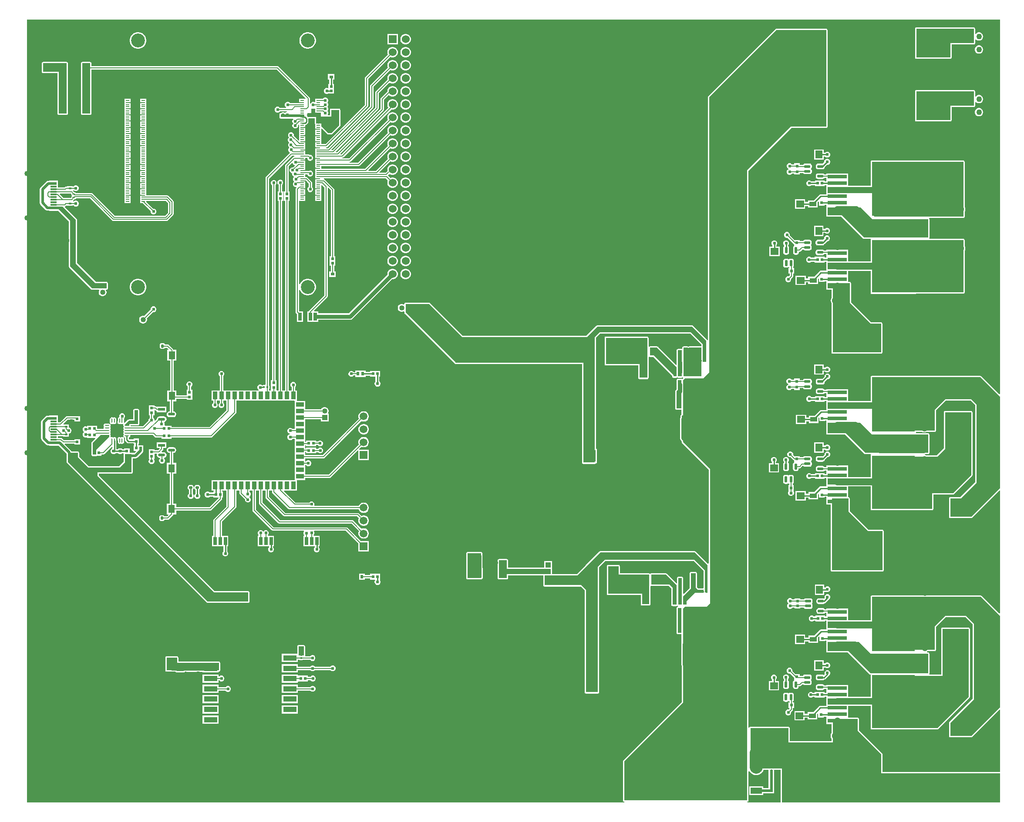
<source format=gtl>
G04*
G04 #@! TF.GenerationSoftware,Altium Limited,Altium Designer,26.1.1 (7)*
G04*
G04 Layer_Physical_Order=1*
G04 Layer_Color=255*
%FSLAX25Y25*%
%MOIN*%
G70*
G04*
G04 #@! TF.SameCoordinates,3E101659-1531-44DD-BC6F-E1116C570119*
G04*
G04*
G04 #@! TF.FilePolarity,Positive*
G04*
G01*
G75*
%ADD10C,0.01000*%
%ADD13C,0.00600*%
%ADD14C,0.00500*%
%ADD15C,0.01500*%
%ADD20R,0.05200X0.05900*%
%ADD21R,0.14600X0.03000*%
%ADD22R,0.03700X0.03000*%
%ADD23R,0.08661X0.04724*%
%ADD24R,0.02200X0.01200*%
G04:AMPARAMS|DCode=25|XSize=14.96mil|YSize=15.75mil|CornerRadius=3.74mil|HoleSize=0mil|Usage=FLASHONLY|Rotation=90.000|XOffset=0mil|YOffset=0mil|HoleType=Round|Shape=RoundedRectangle|*
%AMROUNDEDRECTD25*
21,1,0.01496,0.00827,0,0,90.0*
21,1,0.00748,0.01575,0,0,90.0*
1,1,0.00748,0.00413,0.00374*
1,1,0.00748,0.00413,-0.00374*
1,1,0.00748,-0.00413,-0.00374*
1,1,0.00748,-0.00413,0.00374*
%
%ADD25ROUNDEDRECTD25*%
G04:AMPARAMS|DCode=26|XSize=12.99mil|YSize=15.75mil|CornerRadius=3.25mil|HoleSize=0mil|Usage=FLASHONLY|Rotation=90.000|XOffset=0mil|YOffset=0mil|HoleType=Round|Shape=RoundedRectangle|*
%AMROUNDEDRECTD26*
21,1,0.01299,0.00925,0,0,90.0*
21,1,0.00650,0.01575,0,0,90.0*
1,1,0.00650,0.00463,0.00325*
1,1,0.00650,0.00463,-0.00325*
1,1,0.00650,-0.00463,-0.00325*
1,1,0.00650,-0.00463,0.00325*
%
%ADD26ROUNDEDRECTD26*%
%ADD27R,0.11024X0.04331*%
%ADD28R,0.10236X0.04331*%
%ADD29R,0.02126X0.02362*%
%ADD30R,0.03819X0.03937*%
G04:AMPARAMS|DCode=31|XSize=43.31mil|YSize=58.27mil|CornerRadius=5.41mil|HoleSize=0mil|Usage=FLASHONLY|Rotation=90.000|XOffset=0mil|YOffset=0mil|HoleType=Round|Shape=RoundedRectangle|*
%AMROUNDEDRECTD31*
21,1,0.04331,0.04744,0,0,90.0*
21,1,0.03248,0.05827,0,0,90.0*
1,1,0.01083,0.02372,0.01624*
1,1,0.01083,0.02372,-0.01624*
1,1,0.01083,-0.02372,-0.01624*
1,1,0.01083,-0.02372,0.01624*
%
%ADD31ROUNDEDRECTD31*%
G04:AMPARAMS|DCode=32|XSize=23.62mil|YSize=21.26mil|CornerRadius=5.63mil|HoleSize=0mil|Usage=FLASHONLY|Rotation=180.000|XOffset=0mil|YOffset=0mil|HoleType=Round|Shape=RoundedRectangle|*
%AMROUNDEDRECTD32*
21,1,0.02362,0.00999,0,0,180.0*
21,1,0.01235,0.02126,0,0,180.0*
1,1,0.01127,-0.00618,0.00500*
1,1,0.01127,0.00618,0.00500*
1,1,0.01127,0.00618,-0.00500*
1,1,0.01127,-0.00618,-0.00500*
%
%ADD32ROUNDEDRECTD32*%
%ADD33R,0.02362X0.02126*%
G04:AMPARAMS|DCode=34|XSize=14.96mil|YSize=15.75mil|CornerRadius=3.74mil|HoleSize=0mil|Usage=FLASHONLY|Rotation=180.000|XOffset=0mil|YOffset=0mil|HoleType=Round|Shape=RoundedRectangle|*
%AMROUNDEDRECTD34*
21,1,0.01496,0.00827,0,0,180.0*
21,1,0.00748,0.01575,0,0,180.0*
1,1,0.00748,-0.00374,0.00413*
1,1,0.00748,0.00374,0.00413*
1,1,0.00748,0.00374,-0.00413*
1,1,0.00748,-0.00374,-0.00413*
%
%ADD34ROUNDEDRECTD34*%
G04:AMPARAMS|DCode=35|XSize=12.99mil|YSize=15.75mil|CornerRadius=3.25mil|HoleSize=0mil|Usage=FLASHONLY|Rotation=180.000|XOffset=0mil|YOffset=0mil|HoleType=Round|Shape=RoundedRectangle|*
%AMROUNDEDRECTD35*
21,1,0.01299,0.00925,0,0,180.0*
21,1,0.00650,0.01575,0,0,180.0*
1,1,0.00650,-0.00325,0.00463*
1,1,0.00650,0.00325,0.00463*
1,1,0.00650,0.00325,-0.00463*
1,1,0.00650,-0.00325,-0.00463*
%
%ADD35ROUNDEDRECTD35*%
G04:AMPARAMS|DCode=36|XSize=35.43mil|YSize=68.9mil|CornerRadius=1.95mil|HoleSize=0mil|Usage=FLASHONLY|Rotation=0.000|XOffset=0mil|YOffset=0mil|HoleType=Round|Shape=RoundedRectangle|*
%AMROUNDEDRECTD36*
21,1,0.03543,0.06500,0,0,0.0*
21,1,0.03154,0.06890,0,0,0.0*
1,1,0.00390,0.01577,-0.03250*
1,1,0.00390,-0.01577,-0.03250*
1,1,0.00390,-0.01577,0.03250*
1,1,0.00390,0.01577,0.03250*
%
%ADD36ROUNDEDRECTD36*%
G04:AMPARAMS|DCode=37|XSize=125.98mil|YSize=68.9mil|CornerRadius=2.07mil|HoleSize=0mil|Usage=FLASHONLY|Rotation=0.000|XOffset=0mil|YOffset=0mil|HoleType=Round|Shape=RoundedRectangle|*
%AMROUNDEDRECTD37*
21,1,0.12598,0.06476,0,0,0.0*
21,1,0.12185,0.06890,0,0,0.0*
1,1,0.00413,0.06093,-0.03238*
1,1,0.00413,-0.06093,-0.03238*
1,1,0.00413,-0.06093,0.03238*
1,1,0.00413,0.06093,0.03238*
%
%ADD37ROUNDEDRECTD37*%
%ADD38R,0.25197X0.22835*%
G04:AMPARAMS|DCode=39|XSize=47.64mil|YSize=23.23mil|CornerRadius=5.81mil|HoleSize=0mil|Usage=FLASHONLY|Rotation=90.000|XOffset=0mil|YOffset=0mil|HoleType=Round|Shape=RoundedRectangle|*
%AMROUNDEDRECTD39*
21,1,0.04764,0.01161,0,0,90.0*
21,1,0.03602,0.02323,0,0,90.0*
1,1,0.01161,0.00581,0.01801*
1,1,0.01161,0.00581,-0.01801*
1,1,0.01161,-0.00581,-0.01801*
1,1,0.01161,-0.00581,0.01801*
%
%ADD39ROUNDEDRECTD39*%
G04:AMPARAMS|DCode=40|XSize=47.64mil|YSize=23.23mil|CornerRadius=5.81mil|HoleSize=0mil|Usage=FLASHONLY|Rotation=0.000|XOffset=0mil|YOffset=0mil|HoleType=Round|Shape=RoundedRectangle|*
%AMROUNDEDRECTD40*
21,1,0.04764,0.01161,0,0,0.0*
21,1,0.03602,0.02323,0,0,0.0*
1,1,0.01161,0.01801,-0.00581*
1,1,0.01161,-0.01801,-0.00581*
1,1,0.01161,-0.01801,0.00581*
1,1,0.01161,0.01801,0.00581*
%
%ADD40ROUNDEDRECTD40*%
%ADD41R,0.05900X0.05200*%
%ADD42R,0.05433X0.03622*%
%ADD43R,0.32500X0.40400*%
%ADD44R,0.03000X0.03700*%
G04:AMPARAMS|DCode=45|XSize=43.31mil|YSize=58.27mil|CornerRadius=5.41mil|HoleSize=0mil|Usage=FLASHONLY|Rotation=0.000|XOffset=0mil|YOffset=0mil|HoleType=Round|Shape=RoundedRectangle|*
%AMROUNDEDRECTD45*
21,1,0.04331,0.04744,0,0,0.0*
21,1,0.03248,0.05827,0,0,0.0*
1,1,0.01083,0.01624,-0.02372*
1,1,0.01083,-0.01624,-0.02372*
1,1,0.01083,-0.01624,0.02372*
1,1,0.01083,0.01624,0.02372*
%
%ADD45ROUNDEDRECTD45*%
%ADD46R,0.08600X0.08800*%
%ADD47R,0.07480X0.20079*%
G04:AMPARAMS|DCode=49|XSize=23.62mil|YSize=21.26mil|CornerRadius=5.63mil|HoleSize=0mil|Usage=FLASHONLY|Rotation=90.000|XOffset=0mil|YOffset=0mil|HoleType=Round|Shape=RoundedRectangle|*
%AMROUNDEDRECTD49*
21,1,0.02362,0.00999,0,0,90.0*
21,1,0.01235,0.02126,0,0,90.0*
1,1,0.01127,0.00500,0.00618*
1,1,0.01127,0.00500,-0.00618*
1,1,0.01127,-0.00500,-0.00618*
1,1,0.01127,-0.00500,0.00618*
%
%ADD49ROUNDEDRECTD49*%
%ADD50R,0.01246X0.01575*%
%ADD51R,0.02600X0.06100*%
%ADD52R,0.03543X0.03543*%
%ADD53R,0.03543X0.05906*%
%ADD54R,0.05906X0.03543*%
%ADD55R,0.05118X0.06102*%
%ADD56R,0.02362X0.02756*%
%ADD57R,0.05343X0.02253*%
G04:AMPARAMS|DCode=58|XSize=53.43mil|YSize=22.53mil|CornerRadius=11.26mil|HoleSize=0mil|Usage=FLASHONLY|Rotation=0.000|XOffset=0mil|YOffset=0mil|HoleType=Round|Shape=RoundedRectangle|*
%AMROUNDEDRECTD58*
21,1,0.05343,0.00000,0,0,0.0*
21,1,0.03091,0.02253,0,0,0.0*
1,1,0.02253,0.01545,0.00000*
1,1,0.02253,-0.01545,0.00000*
1,1,0.02253,-0.01545,0.00000*
1,1,0.02253,0.01545,0.00000*
%
%ADD58ROUNDEDRECTD58*%
%ADD59R,0.04528X0.01181*%
%ADD60R,0.04528X0.02362*%
G04:AMPARAMS|DCode=61|XSize=9.55mil|YSize=33.06mil|CornerRadius=4.77mil|HoleSize=0mil|Usage=FLASHONLY|Rotation=270.000|XOffset=0mil|YOffset=0mil|HoleType=Round|Shape=RoundedRectangle|*
%AMROUNDEDRECTD61*
21,1,0.00955,0.02351,0,0,270.0*
21,1,0.00000,0.03306,0,0,270.0*
1,1,0.00955,-0.01176,0.00000*
1,1,0.00955,-0.01176,0.00000*
1,1,0.00955,0.01176,0.00000*
1,1,0.00955,0.01176,0.00000*
%
%ADD61ROUNDEDRECTD61*%
G04:AMPARAMS|DCode=62|XSize=33.06mil|YSize=9.55mil|CornerRadius=4.77mil|HoleSize=0mil|Usage=FLASHONLY|Rotation=270.000|XOffset=0mil|YOffset=0mil|HoleType=Round|Shape=RoundedRectangle|*
%AMROUNDEDRECTD62*
21,1,0.03306,0.00000,0,0,270.0*
21,1,0.02351,0.00955,0,0,270.0*
1,1,0.00955,0.00000,-0.01176*
1,1,0.00955,0.00000,0.01176*
1,1,0.00955,0.00000,0.01176*
1,1,0.00955,0.00000,-0.01176*
%
%ADD62ROUNDEDRECTD62*%
%ADD63R,0.00955X0.03306*%
%ADD64R,0.02362X0.01378*%
%ADD65R,0.01378X0.02362*%
%ADD66R,0.02756X0.02362*%
G04:AMPARAMS|DCode=67|XSize=18.11mil|YSize=7.87mil|CornerRadius=0.98mil|HoleSize=0mil|Usage=FLASHONLY|Rotation=0.000|XOffset=0mil|YOffset=0mil|HoleType=Round|Shape=RoundedRectangle|*
%AMROUNDEDRECTD67*
21,1,0.01811,0.00591,0,0,0.0*
21,1,0.01614,0.00787,0,0,0.0*
1,1,0.00197,0.00807,-0.00295*
1,1,0.00197,-0.00807,-0.00295*
1,1,0.00197,-0.00807,0.00295*
1,1,0.00197,0.00807,0.00295*
%
%ADD67ROUNDEDRECTD67*%
%ADD68R,0.05100X0.06100*%
%ADD96R,0.08071X0.08071*%
%ADD101C,0.05400*%
G04:AMPARAMS|DCode=117|XSize=39.37mil|YSize=70.87mil|CornerRadius=19.68mil|HoleSize=0mil|Usage=FLASHONLY|Rotation=270.000|XOffset=0mil|YOffset=0mil|HoleType=Round|Shape=RoundedRectangle|*
%AMROUNDEDRECTD117*
21,1,0.03937,0.03150,0,0,270.0*
21,1,0.00000,0.07087,0,0,270.0*
1,1,0.03937,-0.01575,0.00000*
1,1,0.03937,-0.01575,0.00000*
1,1,0.03937,0.01575,0.00000*
1,1,0.03937,0.01575,0.00000*
%
%ADD117ROUNDEDRECTD117*%
G04:AMPARAMS|DCode=118|XSize=39.37mil|YSize=86.61mil|CornerRadius=19.68mil|HoleSize=0mil|Usage=FLASHONLY|Rotation=270.000|XOffset=0mil|YOffset=0mil|HoleType=Round|Shape=RoundedRectangle|*
%AMROUNDEDRECTD118*
21,1,0.03937,0.04724,0,0,270.0*
21,1,0.00000,0.08661,0,0,270.0*
1,1,0.03937,-0.02362,0.00000*
1,1,0.03937,-0.02362,0.00000*
1,1,0.03937,0.02362,0.00000*
1,1,0.03937,0.02362,0.00000*
%
%ADD118ROUNDEDRECTD118*%
%ADD120R,0.02756X0.00787*%
%ADD121R,0.02200X0.06200*%
%ADD122R,0.05100X0.07500*%
%ADD123C,0.02000*%
%ADD124C,0.05000*%
%ADD125C,0.08000*%
%ADD126C,0.10000*%
%ADD127C,0.03000*%
%ADD128C,0.04000*%
%ADD129C,0.00603*%
%ADD130C,0.20000*%
%ADD131C,0.02500*%
%ADD132C,0.10630*%
%ADD133C,0.04331*%
%ADD134C,0.06496*%
%ADD135R,0.06496X0.06496*%
%ADD136C,0.06000*%
%ADD137R,0.06000X0.06000*%
%ADD138R,0.09449X0.09449*%
%ADD139C,0.09449*%
%ADD140C,0.08858*%
%ADD141C,0.23622*%
%ADD142R,0.23622X0.23622*%
%ADD143C,0.04000*%
%ADD144R,0.04000X0.04000*%
%ADD145C,0.05937*%
%ADD146R,0.05937X0.05937*%
%ADD147C,0.01575*%
%ADD148R,0.04000X0.04000*%
%ADD149C,0.02400*%
G36*
X581500Y515287D02*
X581483D01*
Y511713D01*
X581500D01*
Y501500D01*
X567700D01*
Y523500D01*
X570991D01*
X571500Y523399D01*
X572009Y523500D01*
X581500D01*
Y515287D01*
D02*
G37*
G36*
X398500Y531500D02*
X493700D01*
X501900Y539700D01*
X574300D01*
X585000Y529000D01*
Y512500D01*
X582600D01*
Y513108D01*
X582678Y513500D01*
X582600Y513892D01*
Y526100D01*
X573402Y535298D01*
X503541D01*
X499743Y531500D01*
Y435500D01*
X491000D01*
Y512000D01*
X393500D01*
X355000Y550500D01*
Y557000D01*
X373000D01*
X398500Y531500D01*
D02*
G37*
G36*
X566500Y501500D02*
X563500D01*
Y504329D01*
X563554Y504600D01*
X563500Y504871D01*
Y521500D01*
X566500D01*
Y501500D01*
D02*
G37*
G36*
X562451Y508549D02*
Y504600D01*
X562493Y504391D01*
X562480Y504329D01*
Y501500D01*
X560000D01*
Y502500D01*
X545000Y517500D01*
X542000D01*
Y523500D01*
X547500D01*
X562451Y508549D01*
D02*
G37*
G36*
X540000Y500500D02*
X534000D01*
Y511000D01*
X508500D01*
Y531000D01*
X540000D01*
Y500500D01*
D02*
G37*
G36*
X810000Y488095D02*
X809538Y487904D01*
X795841Y501601D01*
X795510Y501822D01*
X795119Y501900D01*
X787720D01*
X787676Y501913D01*
X786500Y502029D01*
X768750D01*
X767574Y501913D01*
X767530Y501900D01*
X712000D01*
X711610Y501822D01*
X711279Y501601D01*
X711058Y501271D01*
X710980Y500880D01*
Y482830D01*
X693745D01*
Y486800D01*
Y491800D01*
X677145D01*
Y491385D01*
X675646D01*
X675382Y491780D01*
X674859Y492130D01*
X674242Y492252D01*
X670640D01*
X670023Y492130D01*
X669500Y491780D01*
X669151Y491257D01*
X669028Y490640D01*
Y489479D01*
X669151Y488862D01*
X669500Y488340D01*
X670023Y487990D01*
X670640Y487867D01*
X674242D01*
X674859Y487990D01*
X675382Y488340D01*
X675646Y488734D01*
X677145D01*
Y485829D01*
X675856D01*
Y486481D01*
X668344D01*
Y485829D01*
X665610D01*
X665274Y486165D01*
X664466Y486500D01*
X663591D01*
X662782Y486165D01*
X662163Y485546D01*
X661828Y484738D01*
Y483862D01*
X662163Y483054D01*
X662782Y482435D01*
X663591Y482100D01*
X664466D01*
X665274Y482435D01*
X665610Y482771D01*
X668344D01*
Y482119D01*
X675856D01*
Y482771D01*
X677145D01*
Y482020D01*
X677058Y481890D01*
X676980Y481500D01*
Y476802D01*
X677058Y476412D01*
X677113Y476329D01*
X676991Y475829D01*
X673140D01*
X672555Y475713D01*
X672059Y475381D01*
X668048Y471371D01*
X663684D01*
Y470079D01*
X661750D01*
Y472150D01*
X653850D01*
Y464950D01*
X661750D01*
Y467021D01*
X663684D01*
Y465749D01*
X671116D01*
Y469771D01*
X671219Y469839D01*
X671719Y469572D01*
Y467230D01*
X676081D01*
Y467764D01*
X677145D01*
Y466520D01*
X677058Y466390D01*
X676980Y466000D01*
Y458000D01*
X677058Y457610D01*
X677279Y457279D01*
X677610Y457058D01*
X678000Y456980D01*
X691578Y456980D01*
X706279Y442279D01*
X706610Y442058D01*
X707000Y441980D01*
X711137D01*
Y440508D01*
X711058Y440390D01*
X710980Y440000D01*
Y424375D01*
X693745D01*
Y428300D01*
Y433300D01*
X677145D01*
Y432085D01*
X675646D01*
X675382Y432480D01*
X674859Y432830D01*
X674242Y432952D01*
X670640D01*
X670023Y432830D01*
X669500Y432480D01*
X669151Y431957D01*
X669028Y431341D01*
Y430179D01*
X669151Y429562D01*
X669500Y429039D01*
X670023Y428690D01*
X670640Y428568D01*
X674242D01*
X674859Y428690D01*
X675382Y429039D01*
X675646Y429434D01*
X677145D01*
Y426729D01*
X675856D01*
Y427381D01*
X668344D01*
Y426729D01*
X665610D01*
X665274Y427065D01*
X664466Y427400D01*
X663591D01*
X662782Y427065D01*
X662163Y426446D01*
X661828Y425638D01*
Y424762D01*
X662163Y423954D01*
X662782Y423335D01*
X663591Y423000D01*
X664466D01*
X665274Y423335D01*
X665610Y423671D01*
X668344D01*
Y423019D01*
X675856D01*
Y423671D01*
X676764D01*
X677068Y423300D01*
Y418657D01*
X677145Y418270D01*
Y417329D01*
X672940D01*
X672355Y417213D01*
X671859Y416881D01*
X667848Y412871D01*
X663483D01*
Y411579D01*
X661450D01*
Y413650D01*
X653550D01*
Y406450D01*
X661450D01*
Y408521D01*
X663483D01*
Y407249D01*
X670917D01*
Y411271D01*
X671019Y411339D01*
X671519Y411072D01*
Y408737D01*
X675881D01*
Y409271D01*
X677145D01*
Y403300D01*
X680480D01*
Y394659D01*
X680407Y394100D01*
X680480Y393541D01*
Y353000D01*
X680558Y352610D01*
X680779Y352279D01*
X681110Y352058D01*
X681500Y351980D01*
X720000D01*
X720390Y352058D01*
X720721Y352279D01*
X720942Y352610D01*
X721020Y353000D01*
Y383000D01*
X720942Y383390D01*
X720721Y383721D01*
X720390Y383942D01*
X720000Y384020D01*
X709422D01*
X695020Y398422D01*
Y408000D01*
X694942Y408390D01*
X694721Y408721D01*
X694390Y408942D01*
X694000Y409020D01*
X693745D01*
Y413300D01*
Y417270D01*
X710980D01*
Y400000D01*
X711058Y399610D01*
X711279Y399279D01*
X711610Y399058D01*
X712000Y398980D01*
X758000D01*
X758390Y399058D01*
X758721Y399279D01*
X758942Y399610D01*
X759020Y400000D01*
Y410980D01*
X774000D01*
X774390Y411058D01*
X774721Y411279D01*
X788721Y425279D01*
X788942Y425610D01*
X789020Y426000D01*
Y474000D01*
X788942Y474390D01*
X788721Y474721D01*
X788390Y474942D01*
X788000Y475020D01*
X768000D01*
X767610Y474942D01*
X767279Y474721D01*
X767058Y474390D01*
X766980Y474000D01*
Y446422D01*
X761578Y441020D01*
X753735D01*
X752914Y441360D01*
X752706Y441387D01*
X752536Y441914D01*
X752606Y441980D01*
X755000D01*
X755390Y442058D01*
X755721Y442279D01*
X755942Y442610D01*
X756020Y443000D01*
Y457000D01*
X755942Y457390D01*
X755721Y457721D01*
X755390Y457942D01*
X755000Y458020D01*
X746104D01*
X745637Y458100D01*
Y458980D01*
X750265D01*
X751086Y458640D01*
X752000Y458520D01*
X752914Y458640D01*
X753735Y458980D01*
X760000D01*
X760390Y459058D01*
X760721Y459279D01*
X760942Y459610D01*
X761020Y460000D01*
Y475578D01*
X768422Y482980D01*
X787578D01*
X790980Y479578D01*
Y420422D01*
X779578Y409020D01*
X772000D01*
X771610Y408942D01*
X771279Y408721D01*
X771058Y408390D01*
X770980Y408000D01*
Y394000D01*
X771058Y393610D01*
X771279Y393279D01*
X771610Y393058D01*
X772000Y392980D01*
X788000D01*
X788390Y393058D01*
X788721Y393279D01*
X809538Y414096D01*
X810000Y413905D01*
Y320095D01*
X809538Y319904D01*
X796189Y333253D01*
X795858Y333474D01*
X795468Y333552D01*
X752593D01*
X752545Y333542D01*
X752540Y333543D01*
X752500Y333540D01*
X752460Y333543D01*
X752455Y333542D01*
X752407Y333552D01*
X712000D01*
X711610Y333474D01*
X711279Y333253D01*
X711058Y332922D01*
X710980Y332532D01*
Y314530D01*
X693745D01*
Y318500D01*
Y323500D01*
X677145D01*
Y323085D01*
X676146D01*
X675882Y323480D01*
X675359Y323830D01*
X674742Y323952D01*
X671140D01*
X670523Y323830D01*
X670000Y323480D01*
X669651Y322957D01*
X669528Y322340D01*
Y321179D01*
X669651Y320562D01*
X670000Y320040D01*
X670523Y319690D01*
X671140Y319567D01*
X674742D01*
X675359Y319690D01*
X675882Y320040D01*
X676146Y320434D01*
X677145D01*
Y317529D01*
X676256D01*
Y318181D01*
X668744D01*
Y317529D01*
X667482D01*
X667146Y317865D01*
X666338Y318200D01*
X665462D01*
X664654Y317865D01*
X664035Y317246D01*
X663700Y316438D01*
Y315562D01*
X664035Y314754D01*
X664654Y314135D01*
X665462Y313800D01*
X666338D01*
X667146Y314135D01*
X667482Y314471D01*
X668744D01*
Y313819D01*
X676256D01*
Y314471D01*
X676988D01*
X677112Y313971D01*
X677058Y313890D01*
X676980Y313500D01*
Y308802D01*
X677058Y308412D01*
X677145Y308282D01*
Y307529D01*
X673040D01*
X672455Y307413D01*
X671959Y307081D01*
X667748Y302871D01*
X663383D01*
Y301479D01*
X660950D01*
Y303550D01*
X653050D01*
Y296350D01*
X660950D01*
Y298421D01*
X663383D01*
Y297249D01*
X670817D01*
Y301613D01*
X671357Y302154D01*
X671819Y301963D01*
Y298630D01*
X676181D01*
Y299164D01*
X677145D01*
Y298520D01*
X677058Y298390D01*
X676980Y298000D01*
Y291000D01*
X677058Y290610D01*
X677279Y290279D01*
X677610Y290058D01*
X678000Y289980D01*
X693578D01*
X710279Y273279D01*
X710610Y273058D01*
X711000Y272980D01*
X711012D01*
X711118Y272480D01*
X711058Y272390D01*
X710980Y272000D01*
Y256030D01*
X693745D01*
Y260000D01*
Y265000D01*
X677145D01*
Y264645D01*
X675605D01*
X675341Y265040D01*
X674818Y265389D01*
X674201Y265512D01*
X670599D01*
X669982Y265389D01*
X669459Y265040D01*
X669110Y264517D01*
X668987Y263900D01*
Y262739D01*
X669110Y262122D01*
X669459Y261599D01*
X669982Y261250D01*
X670599Y261127D01*
X674201D01*
X674818Y261250D01*
X675341Y261599D01*
X675605Y261994D01*
X677145D01*
Y259029D01*
X675756D01*
Y259681D01*
X668244D01*
Y259029D01*
X666882D01*
X666546Y259365D01*
X665738Y259700D01*
X664862D01*
X664054Y259365D01*
X663435Y258746D01*
X663100Y257938D01*
Y257062D01*
X663435Y256254D01*
X664054Y255635D01*
X664862Y255300D01*
X665738D01*
X666546Y255635D01*
X666882Y255971D01*
X668244D01*
Y255319D01*
X675756D01*
Y255971D01*
X677145D01*
Y254964D01*
X677110Y254791D01*
Y250093D01*
X677145Y249920D01*
Y249029D01*
X672440D01*
X671855Y248913D01*
X671359Y248581D01*
X667048Y244271D01*
X662683D01*
Y242979D01*
X660550D01*
Y245050D01*
X652650D01*
Y237850D01*
X660550D01*
Y239921D01*
X662683D01*
Y238649D01*
X670117D01*
Y242841D01*
X670319Y242996D01*
X670819Y242750D01*
Y240130D01*
X675181D01*
Y240664D01*
X677145D01*
Y235000D01*
X680980D01*
Y228275D01*
X680579Y227305D01*
X680407Y226000D01*
X680579Y224695D01*
X680980Y223725D01*
Y222020D01*
X649020D01*
Y231900D01*
X649000Y231998D01*
Y232099D01*
X648983Y232182D01*
X648945Y232275D01*
X648942Y232290D01*
X648934Y232302D01*
X648831Y232550D01*
X648550Y232831D01*
X648302Y232934D01*
X648290Y232942D01*
X648275Y232945D01*
X648182Y232983D01*
X648099Y233000D01*
X647998D01*
X647900Y233020D01*
X619100D01*
X619002Y233000D01*
X618901Y233000D01*
X618814Y232983D01*
X618722Y232944D01*
X618623Y232925D01*
X618540Y232869D01*
X618447Y232830D01*
X618376Y232759D01*
X618292Y232704D01*
X618236Y232620D01*
X618165Y232549D01*
X618127Y232456D01*
X618071Y232373D01*
X618058Y232341D01*
X618058Y232341D01*
X618058Y232341D01*
X618038Y232242D01*
X618013Y232182D01*
X617520Y232197D01*
X617520Y232197D01*
Y659078D01*
X650422Y691980D01*
X677000D01*
X677390Y692058D01*
X677721Y692279D01*
X677942Y692610D01*
X678020Y693000D01*
Y767000D01*
X677942Y767390D01*
X677721Y767721D01*
X677390Y767942D01*
X677000Y768020D01*
X639000D01*
X638610Y767942D01*
X638279Y767721D01*
X586779Y716221D01*
X586558Y715890D01*
X586480Y715500D01*
Y529246D01*
X585980Y529197D01*
X585942Y529390D01*
X585721Y529721D01*
X575021Y540421D01*
X574690Y540642D01*
X574300Y540720D01*
X501900D01*
X501510Y540642D01*
X501179Y540421D01*
X493278Y532520D01*
X398922D01*
X373721Y557721D01*
X373390Y557942D01*
X373000Y558020D01*
X355000D01*
X354610Y557942D01*
X354279Y557721D01*
X354058Y557390D01*
X353980Y557000D01*
Y556898D01*
X353480Y556609D01*
X353158Y556796D01*
X352395Y557000D01*
X351605D01*
X350842Y556796D01*
X350158Y556401D01*
X349599Y555842D01*
X349204Y555158D01*
X349000Y554395D01*
Y553605D01*
X349204Y552842D01*
X349599Y552158D01*
X350158Y551599D01*
X350842Y551204D01*
X351605Y551000D01*
X352395D01*
X353158Y551204D01*
X353480Y551391D01*
X353980Y551102D01*
Y550500D01*
X354058Y550110D01*
X354279Y549779D01*
X392779Y511279D01*
X393110Y511058D01*
X393500Y510980D01*
X489980D01*
Y435500D01*
X490058Y435110D01*
X490279Y434779D01*
X490610Y434558D01*
X491000Y434480D01*
X499743D01*
X500134Y434558D01*
X500464Y434779D01*
X500679Y435100D01*
X501400D01*
Y445900D01*
X500763D01*
Y531078D01*
X503964Y534278D01*
X572980D01*
X581577Y525681D01*
Y524583D01*
X581500Y524520D01*
X572009D01*
X571910Y524500D01*
X571810D01*
X571500Y524438D01*
X571190Y524500D01*
X571090D01*
X570991Y524520D01*
X567700D01*
X567310Y524442D01*
X566979Y524221D01*
X566758Y523890D01*
X566680Y523500D01*
Y522668D01*
X566500Y522520D01*
X563500D01*
X563110Y522442D01*
X562779Y522221D01*
X562558Y521890D01*
X562480Y521500D01*
Y512448D01*
X562451Y512300D01*
Y510644D01*
X561989Y510453D01*
X548550Y523892D01*
Y524450D01*
X547850D01*
X547500Y524520D01*
X542000D01*
X541650Y524450D01*
X541350D01*
X541020Y524813D01*
Y531000D01*
X540942Y531390D01*
X540721Y531721D01*
X540390Y531942D01*
X540000Y532020D01*
X517008D01*
Y532039D01*
X507528D01*
Y531237D01*
X507480Y531000D01*
Y511000D01*
X507528Y510763D01*
Y509961D01*
X517008D01*
Y509980D01*
X532980D01*
Y500500D01*
X533058Y500110D01*
X533279Y499779D01*
X533610Y499558D01*
X534000Y499480D01*
X540000D01*
X540390Y499558D01*
X540721Y499779D01*
X540942Y500110D01*
X541020Y500500D01*
Y516187D01*
X541350Y516550D01*
X541650D01*
X542000Y516480D01*
X544578D01*
X558980Y502078D01*
Y501500D01*
X559058Y501110D01*
X559160Y500957D01*
Y500500D01*
X559902D01*
X560000Y500480D01*
X562480D01*
X562579Y500500D01*
X563402D01*
X563500Y500480D01*
X566500D01*
X566599Y500500D01*
X567351D01*
X567557Y500002D01*
X567557Y499999D01*
X567058Y499500D01*
X566198D01*
X566100Y499520D01*
X563500D01*
X563402Y499500D01*
X562900D01*
Y499302D01*
X562779Y499221D01*
X562558Y498890D01*
X562480Y498500D01*
Y495548D01*
X562451Y495400D01*
Y491793D01*
X561779Y491121D01*
X561558Y490790D01*
X561480Y490400D01*
Y489148D01*
X561451Y489000D01*
X561480Y488852D01*
Y477000D01*
X561558Y476610D01*
X561779Y476279D01*
X562110Y476058D01*
X562500Y475980D01*
X566100D01*
X566191Y475906D01*
Y472200D01*
X565867Y471983D01*
X565526Y471473D01*
X565407Y470872D01*
Y469931D01*
X565193Y469414D01*
X565072Y468500D01*
Y456000D01*
Y454598D01*
X565193Y453684D01*
X565545Y452833D01*
X566106Y452101D01*
X566480Y451727D01*
Y451000D01*
X566558Y450610D01*
X566779Y450279D01*
X583279Y433779D01*
X586980Y430078D01*
Y358169D01*
X586480Y357962D01*
X577221Y367221D01*
X576890Y367442D01*
X576500Y367520D01*
X504000D01*
X503610Y367442D01*
X503279Y367221D01*
X492898Y356839D01*
X492792D01*
Y356734D01*
X486078Y350020D01*
X467020D01*
Y351952D01*
X467026Y352000D01*
X467020Y352048D01*
Y354000D01*
X467000Y354099D01*
Y360000D01*
X461000D01*
Y355026D01*
X433520D01*
Y360500D01*
X433442Y360890D01*
X433221Y361221D01*
X432890Y361442D01*
X432500Y361520D01*
X426500D01*
X426110Y361442D01*
X425779Y361221D01*
X425558Y360890D01*
X425480Y360500D01*
Y359689D01*
X425338Y359475D01*
X425144Y358500D01*
X425338Y357524D01*
X425480Y357311D01*
Y347000D01*
X425558Y346610D01*
X425779Y346279D01*
X426110Y346058D01*
X426500Y345980D01*
X432500D01*
X432890Y346058D01*
X433221Y346279D01*
X433442Y346610D01*
X433520Y347000D01*
Y348974D01*
X460480D01*
Y346581D01*
X460470Y346500D01*
X460480Y346419D01*
Y341500D01*
X460558Y341110D01*
X460779Y340779D01*
X461110Y340558D01*
X461500Y340480D01*
X489078D01*
X491980Y337578D01*
Y259500D01*
X492058Y259110D01*
X492279Y258779D01*
X492400Y258698D01*
Y258600D01*
X492547D01*
X492610Y258558D01*
X493000Y258480D01*
X502000D01*
X502390Y258558D01*
X502453Y258600D01*
X503000D01*
Y259401D01*
X503020Y259500D01*
Y355078D01*
X507922Y359980D01*
X575778Y359980D01*
X583180Y352578D01*
X583180Y339518D01*
X582680Y339020D01*
X578922D01*
X578020Y339922D01*
Y350500D01*
X577942Y350890D01*
X577721Y351221D01*
X577581Y351314D01*
Y351570D01*
X573219D01*
Y351464D01*
X573110Y351442D01*
X572779Y351221D01*
X572558Y350890D01*
X572480Y350500D01*
Y339422D01*
X567981Y334924D01*
X567520Y335115D01*
Y347000D01*
X567442Y347390D01*
X567221Y347721D01*
X566890Y347942D01*
X566500Y348020D01*
X563800D01*
X563410Y347942D01*
X563079Y347721D01*
X562858Y347390D01*
X562780Y347000D01*
Y343315D01*
X562319Y343124D01*
X555221Y350221D01*
X554890Y350442D01*
X554500Y350520D01*
X543000D01*
X542610Y350442D01*
X542250Y350237D01*
X541890Y350442D01*
X541500Y350520D01*
X519020D01*
Y356000D01*
X518942Y356390D01*
X518808Y356591D01*
Y356839D01*
X518544D01*
X518390Y356942D01*
X518000Y357020D01*
X510000D01*
X509610Y356942D01*
X509456Y356839D01*
X509328D01*
Y356753D01*
X509279Y356721D01*
X509058Y356390D01*
X508980Y356000D01*
Y335000D01*
X509058Y334610D01*
X509279Y334279D01*
X509610Y334058D01*
X510000Y333980D01*
X517500D01*
X534980Y333980D01*
Y327000D01*
X535058Y326610D01*
X535279Y326279D01*
X535610Y326058D01*
X536000Y325980D01*
X541500D01*
X541890Y326058D01*
X542221Y326279D01*
X542442Y326610D01*
X542520Y327000D01*
Y340566D01*
X543000Y340980D01*
X556578D01*
X558480Y339078D01*
Y326500D01*
X558558Y326110D01*
X558779Y325779D01*
X559110Y325558D01*
X559160Y325548D01*
Y325500D01*
X559402D01*
X559500Y325480D01*
X562500D01*
X562599Y325500D01*
X563352D01*
X563402Y325000D01*
X563110Y324942D01*
X562779Y324721D01*
X562558Y324390D01*
X562480Y324000D01*
Y305000D01*
X562558Y304610D01*
X562779Y304279D01*
X563110Y304058D01*
X563500Y303980D01*
X566191D01*
Y296904D01*
X566072Y296000D01*
Y281100D01*
X566192Y280186D01*
X566407Y279669D01*
Y278728D01*
X566480Y278358D01*
Y251922D01*
X521779Y207221D01*
X521558Y206890D01*
X521480Y206500D01*
Y176500D01*
X521558Y176110D01*
X521779Y175779D01*
X522110Y175558D01*
X522402Y175500D01*
X522352Y175000D01*
X65000D01*
Y775000D01*
X810000D01*
Y488095D01*
D02*
G37*
G36*
X566100Y477000D02*
X562500D01*
Y490400D01*
X563500Y491400D01*
Y498500D01*
X566100D01*
Y477000D01*
D02*
G37*
G36*
X712000Y457000D02*
X755000D01*
Y443000D01*
X707000D01*
X692000Y458000D01*
X678000Y458000D01*
Y466000D01*
X703000D01*
X712000Y457000D01*
D02*
G37*
G36*
X788000Y426000D02*
X774000Y412000D01*
X758000D01*
Y400000D01*
X712000D01*
Y418657D01*
X678087D01*
Y423300D01*
X693745D01*
Y423355D01*
X712000D01*
Y440000D01*
X762000D01*
X768000Y446000D01*
Y474000D01*
X788000D01*
Y426000D01*
D02*
G37*
G36*
X810000Y486000D02*
Y416000D01*
X788000Y394000D01*
X772000D01*
Y408000D01*
X780000D01*
X792000Y420000D01*
Y480000D01*
X788000Y484000D01*
X768000D01*
X760000Y476000D01*
Y460000D01*
X712000D01*
Y476802D01*
X678000D01*
Y481500D01*
X712000D01*
Y500880D01*
X795119D01*
X810000Y486000D01*
D02*
G37*
G36*
X694000Y398000D02*
X709000Y383000D01*
X720000D01*
Y353000D01*
X681500D01*
Y408000D01*
X694000D01*
Y398000D01*
D02*
G37*
G36*
X432500Y354000D02*
X466000D01*
Y350020D01*
X464581D01*
X464500Y350030D01*
X464000D01*
X463771Y350000D01*
X432500D01*
Y347000D01*
X426500D01*
Y357991D01*
X426601Y358500D01*
X426500Y359009D01*
Y360500D01*
X432500D01*
Y354000D01*
D02*
G37*
G36*
X586000Y357000D02*
Y335809D01*
X584719D01*
X584314Y336309D01*
X584372Y336600D01*
X584236Y337283D01*
X584210Y337321D01*
Y338387D01*
X584200D01*
X584200Y353000D01*
X576200Y361000D01*
X507500Y361000D01*
X502000Y355500D01*
Y259500D01*
X493000D01*
Y338000D01*
X489500Y341500D01*
X461500D01*
Y348974D01*
X464000D01*
X464197Y349000D01*
X486500D01*
X504000Y366500D01*
X576500D01*
X586000Y357000D01*
D02*
G37*
G36*
X810000Y318000D02*
Y248000D01*
X788000Y226000D01*
X772000D01*
Y236000D01*
X790000Y254000D01*
Y312000D01*
X784000Y318000D01*
X768000D01*
X760000Y310000D01*
Y292000D01*
X712000D01*
Y308802D01*
X678000D01*
Y313500D01*
X712000D01*
Y332532D01*
X752407D01*
X752500Y332520D01*
X752593Y332532D01*
X795468D01*
X810000Y318000D01*
D02*
G37*
G36*
X518000Y349500D02*
X541500D01*
Y327000D01*
X536000D01*
Y335000D01*
X517500Y335000D01*
X510000D01*
Y356000D01*
X518000D01*
Y349500D01*
D02*
G37*
G36*
X577000Y339500D02*
X578500Y338000D01*
X583177D01*
Y335500D01*
X576500D01*
X570000Y329000D01*
Y326500D01*
X567520D01*
Y333020D01*
X573500Y339000D01*
Y350500D01*
X577000D01*
Y339500D01*
D02*
G37*
G36*
X566500Y326500D02*
X563800D01*
Y347000D01*
X566500D01*
Y326500D01*
D02*
G37*
G36*
X562500Y341500D02*
Y326500D01*
X559500D01*
Y339500D01*
X557000Y342000D01*
X543000D01*
Y349500D01*
X554500D01*
X562500Y341500D01*
D02*
G37*
G36*
X566200Y320444D02*
X566191Y320400D01*
Y305000D01*
X563500D01*
Y324000D01*
X566200D01*
Y320444D01*
D02*
G37*
G36*
X711000Y289000D02*
X755000D01*
Y274000D01*
X711000Y274000D01*
X694000Y291000D01*
X678000D01*
Y298000D01*
X702000D01*
X711000Y289000D01*
D02*
G37*
G36*
X786000Y256000D02*
X762000Y232000D01*
X712000D01*
Y250093D01*
X678130D01*
Y254791D01*
X712000D01*
Y272000D01*
X766000D01*
Y308000D01*
X786000D01*
Y256000D01*
D02*
G37*
G36*
X788980Y311578D02*
Y254422D01*
X772283Y237724D01*
X772276D01*
Y237718D01*
X771279Y236721D01*
X771058Y236390D01*
X770980Y236000D01*
Y226000D01*
X771058Y225610D01*
X771279Y225279D01*
X771610Y225058D01*
X772000Y224980D01*
X788000D01*
X788390Y225058D01*
X788721Y225279D01*
X809538Y246096D01*
X810000Y245905D01*
Y198245D01*
X720020D01*
X720020Y211900D01*
X720000Y211998D01*
X720000Y212099D01*
X719981Y212191D01*
X719943Y212284D01*
X719942Y212290D01*
X719939Y212295D01*
X719872Y212455D01*
X719871Y212461D01*
X719868Y212466D01*
X719829Y212559D01*
X719777Y212637D01*
X719706Y212708D01*
X719650Y212792D01*
X702020Y230422D01*
Y238900D01*
X702000Y238998D01*
Y239099D01*
X701983Y239182D01*
X701945Y239275D01*
X701942Y239290D01*
X701934Y239302D01*
X701831Y239550D01*
X701550Y239831D01*
X701302Y239934D01*
X701290Y239942D01*
X701275Y239945D01*
X701182Y239983D01*
X701098Y240000D01*
X700998D01*
X700900Y240020D01*
X693745D01*
Y245000D01*
Y248970D01*
X710980D01*
Y232000D01*
X711058Y231610D01*
X711137Y231492D01*
Y231300D01*
X711265D01*
X711279Y231279D01*
X711610Y231058D01*
X712000Y230980D01*
X762000D01*
X762390Y231058D01*
X762721Y231279D01*
X786721Y255279D01*
X786942Y255610D01*
X787020Y256000D01*
Y308000D01*
X786942Y308390D01*
X786721Y308721D01*
X786390Y308942D01*
X786000Y309020D01*
X766000D01*
X765610Y308942D01*
X765279Y308721D01*
X765058Y308390D01*
X764980Y308000D01*
Y273020D01*
X756149D01*
X755882Y273520D01*
X755942Y273610D01*
X756020Y274000D01*
Y277469D01*
X756030Y277550D01*
Y285450D01*
X756020Y285531D01*
Y289000D01*
X755942Y289390D01*
X755721Y289721D01*
X755390Y289942D01*
X755000Y290020D01*
X754589D01*
X754298Y290465D01*
X754300Y290520D01*
X754901Y290980D01*
X760000D01*
X760390Y291058D01*
X760721Y291279D01*
X760942Y291610D01*
X761020Y292000D01*
Y309578D01*
X768422Y316980D01*
X783578D01*
X788980Y311578D01*
D02*
G37*
G36*
X700983Y238983D02*
X701000Y238900D01*
Y230422D01*
Y230000D01*
X718929Y212071D01*
X718982Y211992D01*
X719000Y211900D01*
X719000Y197225D01*
X810005D01*
Y175005D01*
X810000Y175000D01*
X643000D01*
Y201000D01*
X635981D01*
X635780Y201134D01*
X635000Y201289D01*
X634220Y201134D01*
X634019Y201000D01*
X628000D01*
Y200014D01*
X627992Y200000D01*
X619000D01*
Y231951D01*
X619013Y231983D01*
X619100Y232000D01*
X647900D01*
X647983Y231983D01*
X648000Y231900D01*
Y222020D01*
Y221000D01*
X682000D01*
Y239000D01*
X700900D01*
X700983Y238983D01*
D02*
G37*
G36*
X641980Y175000D02*
X616648D01*
X616599Y175500D01*
X616890Y175558D01*
X617221Y175779D01*
X617442Y176110D01*
X617520Y176500D01*
Y198611D01*
X618020Y198855D01*
X618071Y198815D01*
Y198614D01*
X618399D01*
X619138Y197713D01*
X620052Y196963D01*
X621094Y196406D01*
X622225Y196063D01*
X623402Y195947D01*
X624578Y196063D01*
X625709Y196406D01*
X626751Y196963D01*
X627665Y197713D01*
X628404Y198614D01*
X628732D01*
Y199221D01*
X628894Y199523D01*
X628899Y199533D01*
X628899Y199533D01*
X628972Y199669D01*
X629045Y199911D01*
X632900D01*
Y197650D01*
X632961D01*
Y186063D01*
X628732D01*
Y187386D01*
X618071D01*
Y180661D01*
X628732D01*
Y181984D01*
X632819D01*
Y181930D01*
X637181D01*
Y186056D01*
X637039D01*
Y197650D01*
X637100D01*
Y199980D01*
X641980D01*
Y175000D01*
D02*
G37*
G36*
X677000Y693000D02*
X650000D01*
X616500Y659500D01*
Y176500D01*
X522500D01*
Y206500D01*
X567500Y251500D01*
Y323500D01*
X569000Y325000D01*
X585500D01*
X588000Y327500D01*
Y430500D01*
X584000Y434500D01*
X567500Y451000D01*
Y489754D01*
X567549Y490000D01*
Y495400D01*
X567500Y495646D01*
Y498500D01*
X569000Y500000D01*
X583000D01*
X587500Y504500D01*
Y715500D01*
X639000Y767000D01*
X677000D01*
Y693000D01*
D02*
G37*
%LPC*%
G36*
X790000Y769020D02*
X746000D01*
X745610Y768942D01*
X745279Y768721D01*
X745058Y768390D01*
X744980Y768000D01*
Y746000D01*
X745058Y745610D01*
X745279Y745279D01*
X745610Y745058D01*
X746000Y744980D01*
X772000D01*
X772390Y745058D01*
X772721Y745279D01*
X772942Y745610D01*
X773020Y746000D01*
Y755971D01*
X784000D01*
X784633Y756033D01*
X790000D01*
X790390Y756111D01*
X790721Y756332D01*
X790942Y756663D01*
X791020Y757053D01*
Y759831D01*
X791297Y759971D01*
X791520Y760004D01*
X792056Y759467D01*
X792778Y759050D01*
X793583Y758835D01*
X794417D01*
X795222Y759050D01*
X795944Y759467D01*
X796533Y760056D01*
X796950Y760778D01*
X797165Y761583D01*
Y762417D01*
X796950Y763222D01*
X796533Y763944D01*
X795944Y764533D01*
X795222Y764950D01*
X794417Y765165D01*
X793583D01*
X792778Y764950D01*
X792056Y764533D01*
X791520Y763996D01*
X791297Y764029D01*
X791020Y764169D01*
Y768000D01*
X790942Y768390D01*
X790721Y768721D01*
X790390Y768942D01*
X790000Y769020D01*
D02*
G37*
G36*
X355527Y764000D02*
X354473D01*
X353456Y763727D01*
X352544Y763201D01*
X351799Y762456D01*
X351273Y761544D01*
X351000Y760527D01*
Y759473D01*
X351273Y758456D01*
X351799Y757544D01*
X352544Y756799D01*
X353456Y756273D01*
X354473Y756000D01*
X355527D01*
X356544Y756273D01*
X357456Y756799D01*
X358201Y757544D01*
X358727Y758456D01*
X359000Y759473D01*
Y760527D01*
X358727Y761544D01*
X358201Y762456D01*
X357456Y763201D01*
X356544Y763727D01*
X355527Y764000D01*
D02*
G37*
G36*
X349000D02*
X341000D01*
Y756000D01*
X349000D01*
Y764000D01*
D02*
G37*
G36*
X280622Y765291D02*
X279378D01*
X278158Y765049D01*
X277009Y764573D01*
X275974Y763881D01*
X275095Y763002D01*
X274404Y761968D01*
X273928Y760818D01*
X273685Y759598D01*
Y758354D01*
X273928Y757134D01*
X274404Y755985D01*
X275095Y754951D01*
X275974Y754071D01*
X277009Y753380D01*
X278158Y752904D01*
X279378Y752661D01*
X280622D01*
X281842Y752904D01*
X282991Y753380D01*
X284026Y754071D01*
X284905Y754951D01*
X285596Y755985D01*
X286072Y757134D01*
X286315Y758354D01*
Y759598D01*
X286072Y760818D01*
X285596Y761968D01*
X284905Y763002D01*
X284026Y763881D01*
X282991Y764573D01*
X281842Y765049D01*
X280622Y765291D01*
D02*
G37*
G36*
X150701D02*
X149457D01*
X148237Y765049D01*
X147088Y764573D01*
X146053Y763881D01*
X145174Y763002D01*
X144483Y761968D01*
X144007Y760818D01*
X143764Y759598D01*
Y758354D01*
X144007Y757134D01*
X144483Y755985D01*
X145174Y754951D01*
X146053Y754071D01*
X147088Y753380D01*
X148237Y752904D01*
X149457Y752661D01*
X150701D01*
X151921Y752904D01*
X153070Y753380D01*
X154104Y754071D01*
X154984Y754951D01*
X155675Y755985D01*
X156151Y757134D01*
X156394Y758354D01*
Y759598D01*
X156151Y760818D01*
X155675Y761968D01*
X154984Y763002D01*
X154104Y763881D01*
X153070Y764573D01*
X151921Y765049D01*
X150701Y765291D01*
D02*
G37*
G36*
X794417Y755165D02*
X793583D01*
X792778Y754950D01*
X792056Y754533D01*
X791467Y753944D01*
X791050Y753222D01*
X790835Y752417D01*
Y751583D01*
X791050Y750778D01*
X791467Y750056D01*
X792056Y749467D01*
X792778Y749050D01*
X793583Y748835D01*
X794417D01*
X795222Y749050D01*
X795944Y749467D01*
X796533Y750056D01*
X796950Y750778D01*
X797165Y751583D01*
Y752417D01*
X796950Y753222D01*
X796533Y753944D01*
X795944Y754533D01*
X795222Y754950D01*
X794417Y755165D01*
D02*
G37*
G36*
X355527Y754000D02*
X354473D01*
X353456Y753727D01*
X352544Y753201D01*
X351799Y752456D01*
X351273Y751544D01*
X351000Y750527D01*
Y749473D01*
X351273Y748456D01*
X351799Y747544D01*
X352544Y746799D01*
X353456Y746273D01*
X354473Y746000D01*
X355527D01*
X356544Y746273D01*
X357456Y746799D01*
X358201Y747544D01*
X358727Y748456D01*
X359000Y749473D01*
Y750527D01*
X358727Y751544D01*
X358201Y752456D01*
X357456Y753201D01*
X356544Y753727D01*
X355527Y754000D01*
D02*
G37*
G36*
X345527D02*
X344473D01*
X343456Y753727D01*
X342544Y753201D01*
X341799Y752456D01*
X341273Y751544D01*
X341000Y750527D01*
Y749473D01*
X341273Y748456D01*
X341386Y748260D01*
X324063Y730937D01*
X323775Y730507D01*
X323675Y730000D01*
Y709549D01*
X293719Y679593D01*
X290409D01*
Y681098D01*
X290409Y681236D01*
Y681598D01*
X290409Y681736D01*
Y685823D01*
X290409Y685961D01*
Y686323D01*
X290409Y686461D01*
Y690547D01*
X290409Y690685D01*
Y691047D01*
X290409Y691195D01*
X290871Y691387D01*
X294979Y687279D01*
X295310Y687058D01*
X295700Y686980D01*
X298200D01*
X298590Y687058D01*
X298921Y687279D01*
X304721Y693079D01*
X304942Y693410D01*
X305020Y693800D01*
Y705700D01*
X304950Y706050D01*
Y706650D01*
X304350D01*
X304000Y706720D01*
X298100D01*
X297750Y706650D01*
X297050D01*
Y701620D01*
X295584D01*
X295393Y702081D01*
X295465Y702154D01*
X295800Y702962D01*
Y703838D01*
X295465Y704646D01*
X295111Y705000D01*
X295465Y705354D01*
X295800Y706162D01*
Y707038D01*
X295465Y707846D01*
X295111Y708200D01*
X295465Y708554D01*
X295800Y709362D01*
Y710238D01*
X295465Y711046D01*
X295061Y711450D01*
X295365Y711754D01*
X295700Y712562D01*
Y713438D01*
X295365Y714246D01*
X294746Y714865D01*
X293938Y715200D01*
X293062D01*
X292254Y714865D01*
X291635Y714246D01*
X291632Y714239D01*
X290409D01*
Y714307D01*
X285653D01*
Y712062D01*
X285154Y711728D01*
X284738Y711900D01*
X283862D01*
X283054Y711565D01*
X282435Y710946D01*
X282326Y710682D01*
X281825Y710781D01*
Y714500D01*
X281825Y714500D01*
X281725Y715007D01*
X281437Y715437D01*
X257788Y739087D01*
X257358Y739374D01*
X256850Y739475D01*
X114520D01*
Y741500D01*
X114442Y741890D01*
X114221Y742221D01*
X113890Y742442D01*
X113500Y742520D01*
X107500D01*
X107110Y742442D01*
X106779Y742221D01*
X106558Y741890D01*
X106480Y741500D01*
Y703000D01*
X106558Y702610D01*
X106779Y702279D01*
X107110Y702058D01*
X107500Y701980D01*
X113500D01*
X113890Y702058D01*
X114221Y702279D01*
X114442Y702610D01*
X114520Y703000D01*
Y736824D01*
X256301D01*
X278343Y714782D01*
X278111Y714307D01*
X277855Y714307D01*
X273528D01*
Y711657D01*
X273528Y711520D01*
X273514Y711025D01*
X266586D01*
X266046Y711565D01*
X265238Y711900D01*
X264362D01*
X263554Y711565D01*
X262935Y710946D01*
X262600Y710138D01*
Y709262D01*
X262935Y708454D01*
X263554Y707835D01*
X263577Y707826D01*
X263477Y707326D01*
X258786D01*
X258246Y707865D01*
X257438Y708200D01*
X256562D01*
X255754Y707865D01*
X255135Y707246D01*
X254800Y706438D01*
Y705562D01*
X255135Y704754D01*
X255754Y704135D01*
X256562Y703800D01*
X257438D01*
X258246Y704135D01*
X258786Y704674D01*
X264001D01*
X264062Y704200D01*
X263254Y703865D01*
X262885Y703496D01*
X262615D01*
X262356Y703755D01*
X261548Y704090D01*
X260673D01*
X259864Y703755D01*
X259605Y703496D01*
X259500D01*
X259110Y703418D01*
X258779Y703197D01*
X258558Y702867D01*
X258480Y702477D01*
Y700166D01*
X258558Y699776D01*
X258779Y699445D01*
X259110Y699224D01*
X259500Y699146D01*
X268828Y699146D01*
X269035Y698646D01*
X268635Y698246D01*
X268300Y697438D01*
Y696562D01*
X268635Y695754D01*
X268989Y695400D01*
X268635Y695046D01*
X268300Y694238D01*
Y693362D01*
X268635Y692554D01*
X269254Y691935D01*
X270062Y691600D01*
X270938D01*
X271746Y691935D01*
X272365Y692554D01*
X272700Y693362D01*
Y694238D01*
X272665Y694321D01*
X273066Y694721D01*
X273528Y694530D01*
Y692760D01*
X273528Y692622D01*
Y692260D01*
X273528Y692122D01*
Y689472D01*
Y686461D01*
X273528Y686323D01*
Y685961D01*
X273528Y685823D01*
Y682500D01*
X273066Y682309D01*
X269400Y685975D01*
Y686838D01*
X269065Y687646D01*
X268446Y688265D01*
X267638Y688600D01*
X266762D01*
X265954Y688265D01*
X265335Y687646D01*
X265000Y686838D01*
Y685962D01*
X265335Y685154D01*
X265739Y684750D01*
X265135Y684146D01*
X264800Y683338D01*
Y682462D01*
X265135Y681654D01*
X265662Y681127D01*
X265752Y681015D01*
X265703Y680515D01*
X265335Y680146D01*
X265000Y679338D01*
Y678462D01*
X265335Y677654D01*
X265709Y677280D01*
X265720Y676632D01*
X265535Y676446D01*
X265200Y675638D01*
Y674762D01*
X265535Y673954D01*
X266154Y673335D01*
X266257Y673292D01*
X266341Y672716D01*
X248157Y654531D01*
X247870Y654101D01*
X247769Y653594D01*
Y650936D01*
Y495312D01*
X247269Y494981D01*
X246967Y495041D01*
X246219D01*
X245683Y494934D01*
X245413Y494754D01*
X245220D01*
X244967Y495007D01*
X244158Y495342D01*
X243283D01*
X242475Y495007D01*
X241856Y494388D01*
X241521Y493580D01*
Y492704D01*
X241856Y491896D01*
X242456Y491295D01*
X242451Y491199D01*
X242331Y490795D01*
X215444D01*
Y501832D01*
X215865Y502254D01*
X216200Y503062D01*
Y503938D01*
X215865Y504746D01*
X215246Y505365D01*
X214438Y505700D01*
X213562D01*
X212754Y505365D01*
X212135Y504746D01*
X211800Y503938D01*
Y503062D01*
X212135Y502254D01*
X212754Y501635D01*
X212793Y501619D01*
Y490795D01*
X206347D01*
Y482890D01*
X207793D01*
Y481381D01*
X207754Y481365D01*
X207135Y480746D01*
X206800Y479938D01*
Y479062D01*
X207135Y478254D01*
X207754Y477635D01*
X208562Y477300D01*
X209438D01*
X210246Y477635D01*
X210865Y478254D01*
X211200Y479062D01*
Y479938D01*
X210865Y480746D01*
X210444Y481168D01*
Y482890D01*
X212793D01*
Y481381D01*
X212754Y481365D01*
X212135Y480746D01*
X211800Y479938D01*
Y479062D01*
X212135Y478254D01*
X212754Y477635D01*
X213562Y477300D01*
X214438D01*
X215246Y477635D01*
X215865Y478254D01*
X216200Y479062D01*
Y479938D01*
X215865Y480746D01*
X215444Y481168D01*
Y482890D01*
X217793D01*
Y475667D01*
X204951Y462825D01*
X175764D01*
Y463681D01*
X170635D01*
X170301Y464181D01*
X170500Y464662D01*
Y465538D01*
X170239Y466169D01*
X170445Y466720D01*
X170633Y466757D01*
X171336Y467227D01*
X171806Y467930D01*
X171971Y468760D01*
X171806Y469590D01*
X171336Y470293D01*
X170633Y470763D01*
X169803Y470928D01*
X166712D01*
X165883Y470763D01*
X165180Y470293D01*
X164709Y469590D01*
X164568Y468878D01*
X163163Y467473D01*
X162700Y467717D01*
Y468438D01*
X162365Y469246D01*
X161826Y469786D01*
Y471736D01*
X162681D01*
Y475559D01*
X163181Y475744D01*
X163663Y475263D01*
X164093Y474975D01*
X164586Y474877D01*
Y474114D01*
X171929D01*
Y478366D01*
X164586D01*
X164586Y478366D01*
Y478366D01*
X164099Y478427D01*
X163599Y478526D01*
X162681D01*
Y479264D01*
X158319D01*
Y475138D01*
Y471736D01*
X159175D01*
Y469786D01*
X158635Y469246D01*
X158300Y468438D01*
Y467674D01*
X153919Y463294D01*
X144961D01*
X144570Y463745D01*
X144601Y463980D01*
X150000D01*
X150390Y464058D01*
X150721Y464279D01*
X150942Y464610D01*
X151020Y465000D01*
Y473127D01*
X151200Y473562D01*
Y474438D01*
X151020Y474873D01*
Y475500D01*
X150942Y475890D01*
X150721Y476221D01*
X150390Y476442D01*
X150000Y476520D01*
X147500D01*
X147110Y476442D01*
X146779Y476221D01*
X146558Y475890D01*
X146480Y475500D01*
Y468521D01*
X142997Y468517D01*
X142802Y468478D01*
X142608Y468440D01*
X142607Y468440D01*
X142607Y468439D01*
X142442Y468329D01*
X142277Y468219D01*
X139876Y465818D01*
X139414Y466010D01*
Y469303D01*
X139865Y469754D01*
X140200Y470562D01*
Y471438D01*
X139865Y472246D01*
X139246Y472865D01*
X138438Y473200D01*
X137562D01*
X136754Y472865D01*
X136135Y472246D01*
X135800Y471438D01*
Y470562D01*
X135577Y470145D01*
X135392Y470109D01*
X134903Y469782D01*
X134577Y469293D01*
X134462Y468717D01*
Y466366D01*
X134577Y465789D01*
X134903Y465301D01*
X135392Y464974D01*
X135968Y464859D01*
X136392Y464944D01*
X136460Y464888D01*
Y464888D01*
X138669D01*
X138949Y464388D01*
X138859Y463937D01*
X138974Y463361D01*
X139023Y463288D01*
X139058Y463110D01*
X139205Y462890D01*
X138974Y462545D01*
X138859Y461969D01*
X138974Y461392D01*
X139247Y460984D01*
X138974Y460576D01*
X138859Y460000D01*
X138974Y459424D01*
X139247Y459016D01*
X138974Y458608D01*
X138859Y458032D01*
X138974Y457455D01*
X139247Y457047D01*
X138974Y456639D01*
X138859Y456063D01*
X138974Y455487D01*
X139145Y455231D01*
X139176Y455185D01*
X138815Y454824D01*
X138769Y454855D01*
X138513Y455026D01*
X137937Y455141D01*
X137361Y455026D01*
X136953Y454753D01*
X136545Y455026D01*
X135968Y455141D01*
X135392Y455026D01*
X134903Y454699D01*
X134577Y454211D01*
X134462Y453634D01*
Y451283D01*
X134577Y450707D01*
X134903Y450218D01*
X135392Y449891D01*
X135968Y449777D01*
X136545Y449891D01*
X136953Y450164D01*
X137361Y449891D01*
X137937Y449777D01*
X138513Y449891D01*
X139002Y450218D01*
X139329Y450707D01*
X139443Y451283D01*
Y453634D01*
X139329Y454211D01*
X139158Y454466D01*
X139127Y454513D01*
X139487Y454873D01*
X139534Y454842D01*
X139789Y454671D01*
X140012Y454627D01*
Y452959D01*
X140128Y452373D01*
X140460Y451877D01*
X141619Y450719D01*
X142115Y450387D01*
X142700Y450271D01*
X146737D01*
Y449619D01*
X147270D01*
Y448781D01*
X146736D01*
Y444419D01*
X148382D01*
X148573Y443957D01*
X147455Y442838D01*
X145545D01*
X145390Y442942D01*
X145000Y443020D01*
X143681D01*
Y446264D01*
X139319D01*
Y445730D01*
X138305D01*
X138245Y445820D01*
X137728Y446165D01*
X137118Y446286D01*
X135882D01*
X135272Y446165D01*
X134755Y445820D01*
X134690Y445722D01*
X133561D01*
Y448531D01*
Y452459D01*
X133538Y452575D01*
Y453634D01*
X133423Y454211D01*
X133097Y454699D01*
X132608Y455026D01*
X132032Y455141D01*
X131455Y455026D01*
X131047Y454753D01*
X130639Y455026D01*
X130063Y455141D01*
X129599Y455048D01*
X129488Y455083D01*
X129280Y455226D01*
X129120Y455382D01*
Y455958D01*
X129141Y456063D01*
X129120Y456168D01*
Y456511D01*
X129042Y456901D01*
X128849Y457190D01*
X129026Y457455D01*
X129141Y458032D01*
X129026Y458608D01*
X128753Y459016D01*
X129026Y459424D01*
X129141Y460000D01*
X129026Y460576D01*
X128753Y460984D01*
X129026Y461392D01*
X129141Y461969D01*
X129026Y462545D01*
X128753Y462953D01*
X129026Y463361D01*
X129141Y463937D01*
X129026Y464513D01*
X128855Y464769D01*
X128824Y464815D01*
X129185Y465176D01*
X129231Y465145D01*
X129487Y464974D01*
X130063Y464859D01*
X130639Y464974D01*
X131047Y465247D01*
X131455Y464974D01*
X132032Y464859D01*
X132608Y464974D01*
X133097Y465301D01*
X133423Y465789D01*
X133538Y466366D01*
Y468717D01*
X133423Y469293D01*
X133097Y469782D01*
X132608Y470109D01*
X132032Y470223D01*
X131455Y470109D01*
X131047Y469836D01*
X130639Y470109D01*
X130063Y470223D01*
X129487Y470109D01*
X128998Y469782D01*
X128671Y469293D01*
X128557Y468717D01*
Y466366D01*
X128671Y465789D01*
X128842Y465534D01*
X128873Y465487D01*
X128513Y465127D01*
X128466Y465158D01*
X128211Y465329D01*
X127634Y465443D01*
X125283D01*
X124707Y465329D01*
X124218Y465002D01*
X123891Y464513D01*
X123777Y463937D01*
X123891Y463361D01*
X124164Y462953D01*
X123891Y462545D01*
X123777Y461969D01*
X123805Y461827D01*
X123395Y461327D01*
X118764D01*
Y463681D01*
X111236D01*
Y463319D01*
X110820Y463041D01*
X110438Y463200D01*
X109562D01*
X108754Y462865D01*
X108135Y462246D01*
X107800Y461438D01*
Y460562D01*
X108135Y459754D01*
X108562Y459327D01*
X108698Y459000D01*
X108562Y458673D01*
X108135Y458246D01*
X107800Y457438D01*
Y456562D01*
X108135Y455754D01*
X108754Y455135D01*
X109562Y454800D01*
X110438D01*
X110820Y454959D01*
X111236Y454681D01*
Y454319D01*
X117224D01*
X117415Y453857D01*
X114779Y451221D01*
X114558Y450890D01*
X114480Y450500D01*
Y441500D01*
X114558Y441110D01*
X114736Y440843D01*
Y440819D01*
X114752D01*
X114779Y440779D01*
X115110Y440558D01*
X115500Y440480D01*
X118109D01*
X118499Y440558D01*
X118830Y440779D01*
X118857Y440819D01*
X122264D01*
Y441675D01*
X123400D01*
X123907Y441775D01*
X124337Y442063D01*
X130040Y447766D01*
X130502Y447574D01*
Y446211D01*
X130272Y446165D01*
X129755Y445820D01*
X129410Y445302D01*
X129288Y444693D01*
Y443693D01*
X129410Y443083D01*
X129755Y442566D01*
X130272Y442221D01*
X130882Y442099D01*
X132118D01*
X132728Y442221D01*
X133245Y442566D01*
X133310Y442663D01*
X134690D01*
X134755Y442566D01*
X135272Y442221D01*
X135882Y442099D01*
X137118D01*
X137728Y442221D01*
X138241Y442563D01*
X138253Y442566D01*
X138718Y442559D01*
X139012Y442160D01*
X138980Y442000D01*
Y435922D01*
X135578Y432520D01*
X112422D01*
X105020Y439922D01*
Y443000D01*
X104942Y443390D01*
X104721Y443721D01*
X104390Y443942D01*
X104000Y444020D01*
X99273D01*
X99264Y444068D01*
X98822Y444730D01*
X93940Y449611D01*
X94132Y450073D01*
X101419D01*
Y449236D01*
X105781D01*
Y453362D01*
X101419D01*
Y452727D01*
X93550D01*
X92228Y454049D01*
X91798Y454336D01*
X91290Y454437D01*
X88748D01*
Y455720D01*
X92819D01*
Y455391D01*
X97181D01*
Y457800D01*
X97438D01*
X98246Y458135D01*
X98865Y458754D01*
X99200Y459562D01*
Y460438D01*
X98865Y461246D01*
X98246Y461865D01*
X97438Y462200D01*
X97181D01*
Y464609D01*
X93193D01*
X92986Y465109D01*
X96250Y468373D01*
X101319D01*
Y466837D01*
X105681D01*
Y470963D01*
X103022D01*
X102700Y471027D01*
X95700D01*
X95192Y470926D01*
X94762Y470638D01*
X90372Y466248D01*
X88748D01*
Y471630D01*
X82221D01*
Y471488D01*
X80949D01*
X80168Y471333D01*
X79507Y470891D01*
X76558Y467942D01*
X76116Y467280D01*
X75961Y466500D01*
Y454000D01*
X76116Y453220D01*
X76558Y452558D01*
X80007Y449109D01*
X80668Y448667D01*
X81449Y448512D01*
X82221D01*
Y448370D01*
X88748D01*
Y448512D01*
X89272D01*
X95340Y442443D01*
Y441400D01*
X95490Y440648D01*
Y439266D01*
X95480Y439219D01*
Y436000D01*
X95558Y435610D01*
X95779Y435279D01*
X202779Y328279D01*
X203110Y328058D01*
X203500Y327980D01*
X234500D01*
X234890Y328058D01*
X235221Y328279D01*
X235442Y328610D01*
X235520Y329000D01*
Y336000D01*
X235442Y336390D01*
X235221Y336721D01*
X234890Y336942D01*
X234500Y337020D01*
X208922D01*
X120176Y425766D01*
Y426980D01*
X145000D01*
X145390Y427058D01*
X145721Y427279D01*
X145942Y427610D01*
X146020Y428000D01*
Y438760D01*
X148299D01*
X149080Y438915D01*
X149741Y439357D01*
X153643Y443259D01*
X154085Y443920D01*
X154184Y444419D01*
X154264D01*
Y448781D01*
X150329D01*
Y449619D01*
X150863D01*
Y453981D01*
X146737D01*
Y453329D01*
X143333D01*
X143071Y453592D01*
Y454627D01*
X143293Y454671D01*
X143782Y454998D01*
X144109Y455487D01*
X144223Y456063D01*
X144195Y456206D01*
X144605Y456706D01*
X161419D01*
X163063Y455063D01*
X163493Y454775D01*
X164000Y454674D01*
X168236D01*
Y453819D01*
X175764D01*
Y454674D01*
X206000D01*
X206507Y454775D01*
X206937Y455063D01*
X225055Y473181D01*
X225343Y473611D01*
X225444Y474118D01*
Y482890D01*
X269680D01*
X270087Y482665D01*
X270087Y482390D01*
Y477122D01*
Y472122D01*
Y467122D01*
Y461219D01*
X268471D01*
X267931Y461759D01*
X267123Y462094D01*
X266247D01*
X265439Y461759D01*
X264820Y461140D01*
X264485Y460331D01*
Y459456D01*
X264820Y458647D01*
X265439Y458029D01*
X266247Y457694D01*
X266338D01*
X266354Y457200D01*
X265545Y456865D01*
X264926Y456246D01*
X264591Y455438D01*
Y454562D01*
X264926Y453754D01*
X265545Y453135D01*
X266354Y452800D01*
X267229D01*
X268038Y453135D01*
X268577Y453675D01*
X270087D01*
Y452122D01*
Y447122D01*
Y442122D01*
Y437122D01*
Y432122D01*
Y427122D01*
Y422398D01*
X270087Y422122D01*
X269680Y421898D01*
X206347D01*
Y413992D01*
X208270D01*
Y413181D01*
X207736D01*
Y412529D01*
X205002D01*
X204667Y412865D01*
X203858Y413200D01*
X202983D01*
X202174Y412865D01*
X201555Y412246D01*
X201220Y411438D01*
Y410562D01*
X201555Y409754D01*
X202174Y409135D01*
X202983Y408800D01*
X203858D01*
X204667Y409135D01*
X205002Y409471D01*
X207736D01*
Y408819D01*
X211875D01*
Y408250D01*
X204801Y401176D01*
X179417D01*
Y403902D01*
X177184D01*
Y427098D01*
X179417D01*
Y435201D01*
X177068D01*
Y442832D01*
X177288D01*
X178117Y442997D01*
X178821Y443467D01*
X179290Y444170D01*
X179455Y445000D01*
X179290Y445830D01*
X178821Y446533D01*
X178117Y447003D01*
X177288Y447168D01*
X174197D01*
X173368Y447003D01*
X172664Y446533D01*
X172194Y445830D01*
X172029Y445000D01*
X172194Y444170D01*
X172664Y443467D01*
X173368Y442997D01*
X174197Y442832D01*
X174417D01*
Y435201D01*
X172299D01*
Y427098D01*
X174533D01*
Y403902D01*
X172299D01*
Y395799D01*
X173271D01*
X173463Y395337D01*
X172351Y394226D01*
X170400D01*
X170120Y394645D01*
X169603Y394990D01*
X168992Y395112D01*
X167993D01*
X167383Y394990D01*
X166866Y394645D01*
X166521Y394128D01*
X166399Y393518D01*
Y392282D01*
X166521Y391672D01*
X166866Y391155D01*
X167383Y390810D01*
X167993Y390688D01*
X168992D01*
X169603Y390810D01*
X170120Y391155D01*
X170400Y391575D01*
X172900D01*
X173407Y391675D01*
X173837Y391963D01*
X176795Y394921D01*
X177083Y395351D01*
X177172Y395799D01*
X179417D01*
Y398525D01*
X205350D01*
X205858Y398626D01*
X206288Y398913D01*
X214138Y406764D01*
X214425Y407194D01*
X214526Y407701D01*
Y408819D01*
X215264D01*
Y413181D01*
X214526D01*
Y413992D01*
X217793D01*
Y401787D01*
X208157Y392152D01*
X207870Y391722D01*
X207769Y391214D01*
Y379460D01*
X206795D01*
Y371360D01*
X215439D01*
Y367250D01*
X215135Y366946D01*
X214800Y366138D01*
Y365262D01*
X215135Y364454D01*
X215754Y363835D01*
X216562Y363500D01*
X217438D01*
X218246Y363835D01*
X218865Y364454D01*
X219200Y365262D01*
Y366138D01*
X218865Y366946D01*
X218498Y367313D01*
Y371360D01*
X219268D01*
Y379460D01*
X214357D01*
Y390134D01*
X225055Y400832D01*
X225343Y401262D01*
X225444Y401769D01*
Y413992D01*
X227793D01*
Y412128D01*
X227893Y411621D01*
X228181Y411191D01*
X232014Y407358D01*
Y406595D01*
X232349Y405786D01*
X232968Y405167D01*
X233776Y404832D01*
X234652D01*
X235460Y405167D01*
X236079Y405786D01*
X236414Y406595D01*
Y407470D01*
X236079Y408279D01*
X235460Y408897D01*
X235385Y408928D01*
Y409429D01*
X235504Y409478D01*
X236123Y410097D01*
X236458Y410905D01*
Y411781D01*
X236123Y412589D01*
X235504Y413208D01*
X235444Y413233D01*
Y413992D01*
X237793D01*
Y398882D01*
X237894Y398375D01*
X238181Y397945D01*
X252563Y383563D01*
X252993Y383275D01*
X253500Y383174D01*
X277099D01*
X277290Y382713D01*
X277229Y382652D01*
X276894Y381843D01*
Y380968D01*
X277229Y380159D01*
X277429Y379960D01*
X277221Y379460D01*
X276795D01*
Y371360D01*
X285439D01*
Y370550D01*
X285135Y370246D01*
X284800Y369438D01*
Y368562D01*
X285135Y367754D01*
X285754Y367135D01*
X286562Y366800D01*
X287438D01*
X288246Y367135D01*
X288865Y367754D01*
X289200Y368562D01*
Y369438D01*
X288865Y370246D01*
X288498Y370613D01*
Y371360D01*
X289268D01*
Y379460D01*
X284779D01*
X284572Y379960D01*
X284865Y380254D01*
X285200Y381062D01*
Y381938D01*
X284895Y382675D01*
X285090Y383174D01*
X309199D01*
X318965Y373409D01*
Y367347D01*
X326902D01*
Y375284D01*
X320839D01*
X310685Y385437D01*
X310255Y385725D01*
X309748Y385825D01*
X254049D01*
X240444Y399431D01*
Y413992D01*
X242793D01*
Y404382D01*
X242894Y403875D01*
X243181Y403445D01*
X257563Y389063D01*
X257993Y388775D01*
X258500Y388674D01*
X313542D01*
X319342Y382874D01*
X319235Y382689D01*
X318965Y381680D01*
Y380635D01*
X319235Y379626D01*
X319758Y378721D01*
X320496Y377982D01*
X321401Y377459D01*
X322411Y377189D01*
X323456D01*
X324465Y377459D01*
X325370Y377982D01*
X326109Y378721D01*
X326631Y379626D01*
X326902Y380635D01*
Y381680D01*
X326631Y382689D01*
X326109Y383594D01*
X325370Y384333D01*
X324465Y384856D01*
X323456Y385126D01*
X322411D01*
X321401Y384856D01*
X321216Y384749D01*
X315028Y390937D01*
X314598Y391225D01*
X314090Y391325D01*
X259049D01*
X245444Y404931D01*
Y413992D01*
X247793D01*
Y408882D01*
X247894Y408375D01*
X248181Y407945D01*
X261563Y394563D01*
X261993Y394275D01*
X262500Y394175D01*
X317884D01*
X319342Y392717D01*
X319235Y392532D01*
X318965Y391523D01*
Y390477D01*
X319235Y389468D01*
X319758Y388563D01*
X320496Y387824D01*
X321401Y387302D01*
X322411Y387032D01*
X323456D01*
X324465Y387302D01*
X325370Y387824D01*
X326109Y388563D01*
X326631Y389468D01*
X326902Y390477D01*
Y391523D01*
X326631Y392532D01*
X326109Y393437D01*
X325370Y394176D01*
X324465Y394698D01*
X323456Y394969D01*
X322411D01*
X321401Y394698D01*
X321216Y394591D01*
X319370Y396437D01*
X318940Y396725D01*
X318433Y396826D01*
X263049D01*
X250444Y409431D01*
Y413992D01*
X252793D01*
Y412882D01*
X252893Y412375D01*
X253181Y411945D01*
X265220Y399905D01*
X265650Y399618D01*
X266158Y399517D01*
X319180D01*
X319235Y399311D01*
X319758Y398406D01*
X320496Y397667D01*
X321401Y397145D01*
X322411Y396874D01*
X323456D01*
X324465Y397145D01*
X325370Y397667D01*
X326109Y398406D01*
X326631Y399311D01*
X326902Y400320D01*
Y401365D01*
X326631Y402374D01*
X326109Y403279D01*
X325370Y404018D01*
X324465Y404541D01*
X323456Y404811D01*
X322411D01*
X321401Y404541D01*
X320496Y404018D01*
X319758Y403279D01*
X319235Y402374D01*
X319180Y402168D01*
X285371D01*
X285037Y402668D01*
X285200Y403062D01*
Y403938D01*
X284865Y404746D01*
X284246Y405365D01*
X283438Y405700D01*
X282562D01*
X281754Y405365D01*
X281214Y404825D01*
X270549D01*
X261844Y413530D01*
X262036Y413992D01*
X271890D01*
Y421622D01*
X271890Y421898D01*
X272297Y422122D01*
X277992D01*
Y423568D01*
X296669D01*
X297177Y423669D01*
X297606Y423956D01*
X318465Y444814D01*
X318965Y444607D01*
Y437347D01*
X326902D01*
Y445284D01*
X319641D01*
X319434Y445784D01*
X321216Y447566D01*
X321401Y447459D01*
X322411Y447189D01*
X323456D01*
X324465Y447459D01*
X325370Y447982D01*
X326109Y448721D01*
X326631Y449626D01*
X326902Y450635D01*
Y451680D01*
X326631Y452689D01*
X326109Y453594D01*
X325370Y454333D01*
X324465Y454855D01*
X323456Y455126D01*
X322411D01*
X321401Y454855D01*
X320496Y454333D01*
X319758Y453594D01*
X319235Y452689D01*
X318965Y451680D01*
Y450635D01*
X319235Y449626D01*
X319342Y449441D01*
X296120Y426219D01*
X277992D01*
Y432122D01*
Y433674D01*
X278714D01*
X279254Y433135D01*
X280062Y432800D01*
X280938D01*
X281746Y433135D01*
X282365Y433754D01*
X282700Y434562D01*
Y435438D01*
X282365Y436246D01*
X281746Y436865D01*
X280938Y437200D01*
X280062D01*
X279254Y436865D01*
X278714Y436326D01*
X277992D01*
Y438568D01*
X291984D01*
X292492Y438669D01*
X292921Y438956D01*
X321216Y467251D01*
X321401Y467144D01*
X322411Y466874D01*
X323456D01*
X324465Y467144D01*
X325370Y467667D01*
X326109Y468406D01*
X326631Y469311D01*
X326902Y470320D01*
Y471365D01*
X326631Y472374D01*
X326109Y473279D01*
X325370Y474018D01*
X324465Y474541D01*
X323456Y474811D01*
X322411D01*
X321401Y474541D01*
X320496Y474018D01*
X319758Y473279D01*
X319235Y472374D01*
X318965Y471365D01*
Y470320D01*
X319235Y469311D01*
X319342Y469126D01*
X291435Y441219D01*
X277992D01*
Y443568D01*
X278836D01*
Y442619D01*
X286364D01*
Y443474D01*
X287914D01*
X288454Y442935D01*
X289262Y442600D01*
X290138D01*
X290946Y442935D01*
X291565Y443554D01*
X291900Y444362D01*
Y445238D01*
X291565Y446046D01*
X290946Y446665D01*
X290138Y447000D01*
X289262D01*
X288454Y446665D01*
X287914Y446126D01*
X286364D01*
Y446981D01*
X278836D01*
Y446219D01*
X277992D01*
Y448568D01*
X278836D01*
Y448019D01*
X286364D01*
Y448875D01*
X287714D01*
X288254Y448335D01*
X289062Y448000D01*
X289938D01*
X290746Y448335D01*
X291365Y448954D01*
X291700Y449762D01*
Y450638D01*
X291365Y451446D01*
X290746Y452065D01*
X289938Y452400D01*
X289062D01*
X288254Y452065D01*
X287714Y451525D01*
X286364D01*
Y452381D01*
X278836D01*
Y451219D01*
X277992D01*
Y457122D01*
Y462122D01*
Y467122D01*
Y468568D01*
X290000D01*
Y467000D01*
X296000D01*
Y473000D01*
X295887D01*
X295598Y473500D01*
X295796Y473842D01*
X296000Y474605D01*
Y475395D01*
X295796Y476158D01*
X295401Y476842D01*
X294842Y477401D01*
X294158Y477796D01*
X293395Y478000D01*
X292605D01*
X291842Y477796D01*
X291158Y477401D01*
X290599Y476842D01*
X290301Y476326D01*
X277992D01*
Y482665D01*
X272297D01*
X271890Y482890D01*
X271890Y483165D01*
Y490795D01*
X270325D01*
Y493214D01*
X270865Y493754D01*
X271200Y494562D01*
Y495438D01*
X270865Y496246D01*
X270246Y496865D01*
X269438Y497200D01*
X268562D01*
X267754Y496865D01*
X267135Y496246D01*
X266800Y495438D01*
Y494562D01*
X267135Y493754D01*
X267674Y493214D01*
Y490795D01*
X265425D01*
Y635936D01*
X266281D01*
Y639338D01*
Y643464D01*
X265425D01*
Y662551D01*
X268007Y665133D01*
X268570Y664988D01*
X268804Y664423D01*
X269423Y663804D01*
X269918Y663599D01*
X270035Y663010D01*
X268826Y661800D01*
X268062D01*
X267254Y661465D01*
X266635Y660846D01*
X266300Y660038D01*
Y659162D01*
X266635Y658354D01*
X267254Y657735D01*
X267967Y657440D01*
X268268Y657093D01*
X268327Y657003D01*
X268300Y656938D01*
Y656062D01*
X268635Y655254D01*
X269254Y654635D01*
X269382Y654582D01*
X269480Y654091D01*
X269235Y653846D01*
X268900Y653038D01*
Y652162D01*
X269235Y651354D01*
X269420Y651168D01*
X269409Y650520D01*
X269035Y650146D01*
X268700Y649338D01*
Y648462D01*
X269035Y647654D01*
X269654Y647035D01*
X270462Y646700D01*
X271118D01*
X271325Y646200D01*
X271063Y645937D01*
X270775Y645507D01*
X270674Y645000D01*
Y642866D01*
Y551000D01*
X270775Y550493D01*
X271063Y550063D01*
X271795Y549331D01*
Y543360D01*
X276395D01*
Y551460D01*
X273414D01*
X273325Y551549D01*
Y568623D01*
X273826Y568672D01*
X273928Y568158D01*
X274404Y567009D01*
X275095Y565974D01*
X275974Y565095D01*
X277009Y564404D01*
X278158Y563928D01*
X279378Y563685D01*
X280622D01*
X281842Y563928D01*
X282991Y564404D01*
X284026Y565095D01*
X284905Y565974D01*
X285596Y567009D01*
X286072Y568158D01*
X286315Y569378D01*
Y570622D01*
X286072Y571842D01*
X285596Y572991D01*
X284905Y574026D01*
X284026Y574905D01*
X282991Y575596D01*
X281842Y576072D01*
X280622Y576315D01*
X279378D01*
X278158Y576072D01*
X277009Y575596D01*
X275974Y574905D01*
X275095Y574026D01*
X274404Y572991D01*
X273928Y571842D01*
X273826Y571328D01*
X273325Y571377D01*
Y635513D01*
X273528Y635929D01*
X273826Y635929D01*
X278284D01*
Y640154D01*
X278284Y640291D01*
Y640654D01*
X278284Y640791D01*
Y645016D01*
X278284Y645016D01*
Y645378D01*
X278284D01*
X278284Y645516D01*
Y651135D01*
X278764Y651361D01*
X280675Y649451D01*
Y646786D01*
X280135Y646246D01*
X279800Y645438D01*
Y644562D01*
X280135Y643754D01*
X280754Y643135D01*
X281562Y642800D01*
X282438D01*
X283246Y643135D01*
X283865Y643754D01*
X284200Y644562D01*
Y645438D01*
X283865Y646246D01*
X283326Y646786D01*
Y650000D01*
X283225Y650507D01*
X282937Y650937D01*
X279937Y653937D01*
X279507Y654225D01*
X279000Y654325D01*
X278284D01*
Y656470D01*
X279838D01*
X280135Y655754D01*
X280754Y655135D01*
X281562Y654800D01*
X282438D01*
X283246Y655135D01*
X283865Y655754D01*
X284200Y656562D01*
Y657438D01*
X283865Y658246D01*
X283246Y658865D01*
X282438Y659200D01*
X281562D01*
X281317Y659098D01*
X281205Y659121D01*
X278451D01*
X278284Y659551D01*
X278284Y659551D01*
X278284D01*
X278284Y659551D01*
Y662701D01*
Y667063D01*
X278284D01*
Y667425D01*
X278284D01*
Y669068D01*
X279800D01*
Y668562D01*
X280135Y667754D01*
X280754Y667135D01*
X281562Y666800D01*
X282438D01*
X283246Y667135D01*
X283865Y667754D01*
X284200Y668562D01*
Y669438D01*
X283865Y670246D01*
X283246Y670865D01*
X282438Y671200D01*
X281675D01*
X281544Y671331D01*
X281114Y671618D01*
X280606Y671719D01*
X278284D01*
Y674937D01*
X278284D01*
Y675299D01*
X278284D01*
Y676874D01*
Y681098D01*
X278284Y681236D01*
X278284D01*
Y681598D01*
X278284D01*
Y685823D01*
X278284Y685961D01*
Y686323D01*
X278284Y686461D01*
Y692122D01*
X278284Y692260D01*
Y692622D01*
X278284Y692760D01*
Y694100D01*
X278676Y694178D01*
X279172Y694509D01*
X280082Y695419D01*
X280413Y695915D01*
X280529Y696500D01*
Y698500D01*
X280529Y698500D01*
Y698875D01*
X280580Y699017D01*
X280964Y699351D01*
X284119D01*
X284171Y699341D01*
X285580D01*
Y695412D01*
X285653Y695044D01*
Y691185D01*
X285653Y691047D01*
Y690685D01*
X285653Y690547D01*
Y686461D01*
X285653Y686323D01*
Y685961D01*
X285653Y685823D01*
Y681736D01*
X285653Y681598D01*
Y681236D01*
X285653Y681098D01*
Y677012D01*
X285653Y676874D01*
Y676512D01*
X285653Y676374D01*
Y673724D01*
Y669138D01*
X285653Y669000D01*
Y668638D01*
X285653Y668500D01*
Y665850D01*
Y661264D01*
X285653Y661126D01*
Y660764D01*
X285653Y660626D01*
Y657976D01*
Y653390D01*
X285653Y653252D01*
Y652890D01*
X285653Y652752D01*
Y650102D01*
Y645516D01*
X285653Y645378D01*
Y645016D01*
X285653Y644878D01*
Y640791D01*
X285653Y640654D01*
Y640291D01*
X285653Y640154D01*
Y635929D01*
X290409D01*
Y640154D01*
X290409Y640291D01*
Y640654D01*
X290409Y640791D01*
Y644878D01*
X290409Y645016D01*
Y645378D01*
X290409Y645516D01*
Y648009D01*
X290909Y648216D01*
X292674Y646451D01*
Y563549D01*
X281031Y551906D01*
X280744Y551476D01*
X280741Y551460D01*
X279668D01*
Y543360D01*
X288206D01*
Y544861D01*
X312410D01*
X313386Y545055D01*
X314213Y545608D01*
X344605Y576000D01*
X345527D01*
X346544Y576273D01*
X347456Y576799D01*
X348201Y577544D01*
X348727Y578456D01*
X349000Y579473D01*
Y580527D01*
X348727Y581544D01*
X348201Y582456D01*
X347456Y583201D01*
X346544Y583727D01*
X345527Y584000D01*
X344473D01*
X343456Y583727D01*
X342544Y583201D01*
X341799Y582456D01*
X341273Y581544D01*
X341000Y580527D01*
Y579605D01*
X311354Y549959D01*
X288206D01*
Y551460D01*
X284988D01*
X284797Y551922D01*
X294937Y562063D01*
X295225Y562493D01*
X295325Y563000D01*
Y645947D01*
X295787Y646138D01*
X297674Y644251D01*
Y593756D01*
X296819D01*
Y589630D01*
Y586244D01*
X297674D01*
Y582051D01*
X296622D01*
Y577689D01*
X301378D01*
Y582051D01*
X300325D01*
Y586244D01*
X301181D01*
Y589630D01*
Y593756D01*
X300325D01*
Y644800D01*
X300225Y645307D01*
X299937Y645737D01*
X293241Y652433D01*
X292811Y652721D01*
X292304Y652821D01*
X292307Y653320D01*
X339805D01*
X341386Y651740D01*
X341273Y651544D01*
X341000Y650527D01*
Y649473D01*
X341273Y648456D01*
X341799Y647544D01*
X342544Y646799D01*
X343456Y646273D01*
X344473Y646000D01*
X345527D01*
X346544Y646273D01*
X347456Y646799D01*
X348201Y647544D01*
X348727Y648456D01*
X349000Y649473D01*
Y650527D01*
X348727Y651544D01*
X348201Y652456D01*
X347456Y653201D01*
X346544Y653727D01*
X345527Y654000D01*
X344473D01*
X343456Y653727D01*
X343260Y653614D01*
X341374Y655500D01*
X342626Y656752D01*
X343456Y656273D01*
X344473Y656000D01*
X345527D01*
X346544Y656273D01*
X347456Y656799D01*
X348201Y657544D01*
X348727Y658456D01*
X349000Y659473D01*
Y660527D01*
X348727Y661544D01*
X348201Y662456D01*
X347456Y663201D01*
X346544Y663727D01*
X345527Y664000D01*
X344473D01*
X343456Y663727D01*
X342544Y663201D01*
X341799Y662456D01*
X341273Y661544D01*
X341000Y660527D01*
Y659473D01*
X341127Y659001D01*
X339671Y657546D01*
X335074D01*
X334882Y658008D01*
X343260Y666386D01*
X343456Y666273D01*
X344473Y666000D01*
X345527D01*
X346544Y666273D01*
X347456Y666799D01*
X348201Y667544D01*
X348727Y668456D01*
X349000Y669473D01*
Y670527D01*
X348727Y671544D01*
X348201Y672456D01*
X347456Y673201D01*
X346544Y673727D01*
X345527Y674000D01*
X344473D01*
X343456Y673727D01*
X342544Y673201D01*
X341799Y672456D01*
X341273Y671544D01*
X341000Y670527D01*
Y669473D01*
X341273Y668456D01*
X341386Y668260D01*
X332246Y659121D01*
X326648D01*
X326457Y659583D01*
X343260Y676386D01*
X343456Y676273D01*
X344473Y676000D01*
X345527D01*
X346544Y676273D01*
X347456Y676799D01*
X348201Y677544D01*
X348727Y678456D01*
X349000Y679473D01*
Y680527D01*
X348727Y681544D01*
X348201Y682456D01*
X347456Y683201D01*
X346544Y683727D01*
X345527Y684000D01*
X344473D01*
X343456Y683727D01*
X342544Y683201D01*
X341799Y682456D01*
X341273Y681544D01*
X341000Y680527D01*
Y679473D01*
X341273Y678456D01*
X341386Y678260D01*
X323821Y660696D01*
X290577D01*
X290409Y661126D01*
X290409Y661264D01*
Y662769D01*
X319094D01*
X319602Y662870D01*
X320032Y663157D01*
X343260Y686386D01*
X343456Y686273D01*
X344473Y686000D01*
X345527D01*
X346544Y686273D01*
X347456Y686799D01*
X348201Y687544D01*
X348727Y688456D01*
X349000Y689473D01*
Y690527D01*
X348727Y691544D01*
X348201Y692456D01*
X347456Y693201D01*
X346544Y693727D01*
X345527Y694000D01*
X344473D01*
X343456Y693727D01*
X342544Y693201D01*
X341799Y692456D01*
X341273Y691544D01*
X341000Y690527D01*
Y689473D01*
X341273Y688456D01*
X341386Y688260D01*
X318546Y665420D01*
X312247D01*
X312244Y665919D01*
X312751Y666019D01*
X313181Y666307D01*
X343260Y696386D01*
X343456Y696273D01*
X344473Y696000D01*
X345527D01*
X346544Y696273D01*
X347456Y696799D01*
X348201Y697544D01*
X348727Y698456D01*
X349000Y699473D01*
Y700527D01*
X348727Y701544D01*
X348201Y702456D01*
X347456Y703201D01*
X346544Y703727D01*
X345527Y704000D01*
X344473D01*
X343456Y703727D01*
X342544Y703201D01*
X341799Y702456D01*
X341273Y701544D01*
X341000Y700527D01*
Y699473D01*
X341273Y698456D01*
X341386Y698260D01*
X311695Y668570D01*
X306397D01*
X306394Y669068D01*
X306901Y669169D01*
X307331Y669456D01*
X344001Y706127D01*
X344473Y706000D01*
X345527D01*
X346544Y706273D01*
X347456Y706799D01*
X348201Y707544D01*
X348727Y708456D01*
X349000Y709473D01*
Y710527D01*
X348727Y711544D01*
X348201Y712456D01*
X347456Y713201D01*
X346544Y713727D01*
X345527Y714000D01*
X344473D01*
X343456Y713727D01*
X342544Y713201D01*
X341799Y712456D01*
X341273Y711544D01*
X341000Y710527D01*
Y709473D01*
X341273Y708456D01*
X341752Y707626D01*
X305845Y671719D01*
X305247D01*
X305056Y672181D01*
X337937Y705063D01*
X338225Y705493D01*
X338326Y706000D01*
Y713451D01*
X342109Y717234D01*
X342544Y716799D01*
X343456Y716273D01*
X344473Y716000D01*
X345527D01*
X346544Y716273D01*
X347456Y716799D01*
X348201Y717544D01*
X348727Y718456D01*
X349000Y719473D01*
Y720527D01*
X348727Y721544D01*
X348201Y722456D01*
X347456Y723201D01*
X346544Y723727D01*
X345527Y724000D01*
X344473D01*
X343456Y723727D01*
X342544Y723201D01*
X341799Y722456D01*
X341273Y721544D01*
X341000Y720527D01*
Y719874D01*
X336063Y714937D01*
X335775Y714507D01*
X335675Y714000D01*
Y706549D01*
X302419Y673294D01*
X301822D01*
X301630Y673756D01*
X333937Y706063D01*
X334225Y706493D01*
X334326Y707000D01*
Y718451D01*
X342626Y726752D01*
X343456Y726273D01*
X344473Y726000D01*
X345527D01*
X346544Y726273D01*
X347456Y726799D01*
X348201Y727544D01*
X348727Y728456D01*
X349000Y729473D01*
Y730527D01*
X348727Y731544D01*
X348201Y732456D01*
X347456Y733201D01*
X346544Y733727D01*
X345527Y734000D01*
X344473D01*
X343456Y733727D01*
X342544Y733201D01*
X341799Y732456D01*
X341273Y731544D01*
X341000Y730527D01*
Y729473D01*
X341127Y729001D01*
X332063Y719937D01*
X331775Y719507D01*
X331675Y719000D01*
Y707549D01*
X298994Y674869D01*
X298397D01*
X298205Y675331D01*
X329937Y707063D01*
X330225Y707493D01*
X330326Y708000D01*
Y723451D01*
X343260Y736386D01*
X343456Y736273D01*
X344473Y736000D01*
X345527D01*
X346544Y736273D01*
X347456Y736799D01*
X348201Y737544D01*
X348727Y738456D01*
X349000Y739473D01*
Y740527D01*
X348727Y741544D01*
X348201Y742456D01*
X347456Y743201D01*
X346544Y743727D01*
X345527Y744000D01*
X344473D01*
X343456Y743727D01*
X342544Y743201D01*
X341799Y742456D01*
X341273Y741544D01*
X341000Y740527D01*
Y739473D01*
X341273Y738456D01*
X341386Y738260D01*
X328063Y724937D01*
X327775Y724507D01*
X327675Y724000D01*
Y708549D01*
X295569Y676444D01*
X294271D01*
X294268Y676942D01*
X294775Y677043D01*
X295205Y677330D01*
X325937Y708063D01*
X326225Y708493D01*
X326325Y709000D01*
Y729451D01*
X343260Y746386D01*
X343456Y746273D01*
X344473Y746000D01*
X345527D01*
X346544Y746273D01*
X347456Y746799D01*
X348201Y747544D01*
X348727Y748456D01*
X349000Y749473D01*
Y750527D01*
X348727Y751544D01*
X348201Y752456D01*
X347456Y753201D01*
X346544Y753727D01*
X345527Y754000D01*
D02*
G37*
G36*
X355527Y744000D02*
X354473D01*
X353456Y743727D01*
X352544Y743201D01*
X351799Y742456D01*
X351273Y741544D01*
X351000Y740527D01*
Y739473D01*
X351273Y738456D01*
X351799Y737544D01*
X352544Y736799D01*
X353456Y736273D01*
X354473Y736000D01*
X355527D01*
X356544Y736273D01*
X357456Y736799D01*
X358201Y737544D01*
X358727Y738456D01*
X359000Y739473D01*
Y740527D01*
X358727Y741544D01*
X358201Y742456D01*
X357456Y743201D01*
X356544Y743727D01*
X355527Y744000D01*
D02*
G37*
G36*
Y734000D02*
X354473D01*
X353456Y733727D01*
X352544Y733201D01*
X351799Y732456D01*
X351273Y731544D01*
X351000Y730527D01*
Y729473D01*
X351273Y728456D01*
X351799Y727544D01*
X352544Y726799D01*
X353456Y726273D01*
X354473Y726000D01*
X355527D01*
X356544Y726273D01*
X357456Y726799D01*
X358201Y727544D01*
X358727Y728456D01*
X359000Y729473D01*
Y730527D01*
X358727Y731544D01*
X358201Y732456D01*
X357456Y733201D01*
X356544Y733727D01*
X355527Y734000D01*
D02*
G37*
G36*
X300378Y733311D02*
X295622D01*
Y728949D01*
X296471D01*
Y725756D01*
X295819D01*
Y722759D01*
X295319Y722425D01*
X295138Y722500D01*
X294262D01*
X293454Y722165D01*
X292835Y721546D01*
X292500Y720738D01*
Y719862D01*
X292835Y719054D01*
X293454Y718435D01*
X294262Y718100D01*
X295138D01*
X295691Y718329D01*
X295819Y718244D01*
Y718244D01*
X300181D01*
Y721630D01*
Y725756D01*
X299529D01*
Y728949D01*
X300378D01*
Y733311D01*
D02*
G37*
G36*
X355527Y724000D02*
X354473D01*
X353456Y723727D01*
X352544Y723201D01*
X351799Y722456D01*
X351273Y721544D01*
X351000Y720527D01*
Y719473D01*
X351273Y718456D01*
X351799Y717544D01*
X352544Y716799D01*
X353456Y716273D01*
X354473Y716000D01*
X355527D01*
X356544Y716273D01*
X357456Y716799D01*
X358201Y717544D01*
X358727Y718456D01*
X359000Y719473D01*
Y720527D01*
X358727Y721544D01*
X358201Y722456D01*
X357456Y723201D01*
X356544Y723727D01*
X355527Y724000D01*
D02*
G37*
G36*
X790000Y721020D02*
X746000D01*
X745610Y720942D01*
X745279Y720721D01*
X745058Y720390D01*
X744980Y720000D01*
Y698000D01*
X745058Y697610D01*
X745279Y697279D01*
X745610Y697058D01*
X746000Y696980D01*
X772000D01*
X772390Y697058D01*
X772721Y697279D01*
X772942Y697610D01*
X773020Y698000D01*
Y707971D01*
X784000D01*
X784633Y708033D01*
X790000D01*
X790390Y708111D01*
X790721Y708332D01*
X790942Y708663D01*
X791020Y709053D01*
Y711832D01*
X791297Y711971D01*
X791520Y712004D01*
X792056Y711467D01*
X792778Y711050D01*
X793583Y710835D01*
X794417D01*
X795222Y711050D01*
X795944Y711467D01*
X796533Y712056D01*
X796950Y712778D01*
X797165Y713583D01*
Y714417D01*
X796950Y715222D01*
X796533Y715944D01*
X795944Y716533D01*
X795222Y716950D01*
X794417Y717165D01*
X793583D01*
X792778Y716950D01*
X792056Y716533D01*
X791520Y715996D01*
X791297Y716029D01*
X791020Y716168D01*
Y720000D01*
X790942Y720390D01*
X790721Y720721D01*
X790390Y720942D01*
X790000Y721020D01*
D02*
G37*
G36*
X355527Y714000D02*
X354473D01*
X353456Y713727D01*
X352544Y713201D01*
X351799Y712456D01*
X351273Y711544D01*
X351000Y710527D01*
Y709473D01*
X351273Y708456D01*
X351799Y707544D01*
X352544Y706799D01*
X353456Y706273D01*
X354473Y706000D01*
X355527D01*
X356544Y706273D01*
X357456Y706799D01*
X358201Y707544D01*
X358727Y708456D01*
X359000Y709473D01*
Y710527D01*
X358727Y711544D01*
X358201Y712456D01*
X357456Y713201D01*
X356544Y713727D01*
X355527Y714000D01*
D02*
G37*
G36*
X95500Y742520D02*
X77500D01*
X77110Y742442D01*
X76779Y742221D01*
X76558Y741890D01*
X76480Y741500D01*
Y735000D01*
X76558Y734610D01*
X76779Y734279D01*
X77110Y734058D01*
X77500Y733980D01*
X88480D01*
Y703000D01*
X88558Y702610D01*
X88779Y702279D01*
X89110Y702058D01*
X89500Y701980D01*
X95500D01*
X95890Y702058D01*
X96221Y702279D01*
X96442Y702610D01*
X96520Y703000D01*
Y741500D01*
X96442Y741890D01*
X96292Y742115D01*
Y742200D01*
X96235D01*
X96221Y742221D01*
X95890Y742442D01*
X95500Y742520D01*
D02*
G37*
G36*
X794417Y707165D02*
X793583D01*
X792778Y706950D01*
X792056Y706533D01*
X791467Y705944D01*
X791050Y705222D01*
X790835Y704417D01*
Y703583D01*
X791050Y702778D01*
X791467Y702056D01*
X792056Y701467D01*
X792778Y701050D01*
X793583Y700835D01*
X794417D01*
X795222Y701050D01*
X795944Y701467D01*
X796533Y702056D01*
X796950Y702778D01*
X797165Y703583D01*
Y704417D01*
X796950Y705222D01*
X796533Y705944D01*
X795944Y706533D01*
X795222Y706950D01*
X794417Y707165D01*
D02*
G37*
G36*
X355527Y704000D02*
X354473D01*
X353456Y703727D01*
X352544Y703201D01*
X351799Y702456D01*
X351273Y701544D01*
X351000Y700527D01*
Y699473D01*
X351273Y698456D01*
X351799Y697544D01*
X352544Y696799D01*
X353456Y696273D01*
X354473Y696000D01*
X355527D01*
X356544Y696273D01*
X357456Y696799D01*
X358201Y697544D01*
X358727Y698456D01*
X359000Y699473D01*
Y700527D01*
X358727Y701544D01*
X358201Y702456D01*
X357456Y703201D01*
X356544Y703727D01*
X355527Y704000D01*
D02*
G37*
G36*
Y694000D02*
X354473D01*
X353456Y693727D01*
X352544Y693201D01*
X351799Y692456D01*
X351273Y691544D01*
X351000Y690527D01*
Y689473D01*
X351273Y688456D01*
X351799Y687544D01*
X352544Y686799D01*
X353456Y686273D01*
X354473Y686000D01*
X355527D01*
X356544Y686273D01*
X357456Y686799D01*
X358201Y687544D01*
X358727Y688456D01*
X359000Y689473D01*
Y690527D01*
X358727Y691544D01*
X358201Y692456D01*
X357456Y693201D01*
X356544Y693727D01*
X355527Y694000D01*
D02*
G37*
G36*
Y684000D02*
X354473D01*
X353456Y683727D01*
X352544Y683201D01*
X351799Y682456D01*
X351273Y681544D01*
X351000Y680527D01*
Y679473D01*
X351273Y678456D01*
X351799Y677544D01*
X352544Y676799D01*
X353456Y676273D01*
X354473Y676000D01*
X355527D01*
X356544Y676273D01*
X357456Y676799D01*
X358201Y677544D01*
X358727Y678456D01*
X359000Y679473D01*
Y680527D01*
X358727Y681544D01*
X358201Y682456D01*
X357456Y683201D01*
X356544Y683727D01*
X355527Y684000D01*
D02*
G37*
G36*
X675100Y675450D02*
X667900D01*
Y667550D01*
X675100D01*
Y669971D01*
X676297D01*
X676632Y669635D01*
X677441Y669300D01*
X678316D01*
X679125Y669635D01*
X679744Y670254D01*
X680079Y671062D01*
Y671938D01*
X679744Y672746D01*
X679125Y673365D01*
X678316Y673700D01*
X677441D01*
X676632Y673365D01*
X676297Y673029D01*
X675100D01*
Y675450D01*
D02*
G37*
G36*
X355527Y674000D02*
X354473D01*
X353456Y673727D01*
X352544Y673201D01*
X351799Y672456D01*
X351273Y671544D01*
X351000Y670527D01*
Y669473D01*
X351273Y668456D01*
X351799Y667544D01*
X352544Y666799D01*
X353456Y666273D01*
X354473Y666000D01*
X355527D01*
X356544Y666273D01*
X357456Y666799D01*
X358201Y667544D01*
X358727Y668456D01*
X359000Y669473D01*
Y670527D01*
X358727Y671544D01*
X358201Y672456D01*
X357456Y673201D01*
X356544Y673727D01*
X355527Y674000D01*
D02*
G37*
G36*
X678238Y668200D02*
X677362D01*
X676554Y667865D01*
X675935Y667246D01*
X675600Y666438D01*
Y665963D01*
X674265Y664628D01*
X674242Y664633D01*
X670640D01*
X670023Y664510D01*
X669500Y664160D01*
X669151Y663638D01*
X669028Y663021D01*
Y661860D01*
X669151Y661243D01*
X669500Y660720D01*
X670023Y660370D01*
X670640Y660248D01*
X674242D01*
X674859Y660370D01*
X675382Y660720D01*
X675731Y661243D01*
X675854Y661860D01*
Y661891D01*
X677763Y663800D01*
X678238D01*
X679046Y664135D01*
X679665Y664754D01*
X680000Y665562D01*
Y666438D01*
X679665Y667246D01*
X679046Y667865D01*
X678238Y668200D01*
D02*
G37*
G36*
X649445Y665007D02*
X648569D01*
X647761Y664672D01*
X647142Y664053D01*
X646807Y663245D01*
Y662369D01*
X647142Y661561D01*
X647761Y660942D01*
X648054Y660821D01*
Y660279D01*
X647761Y660158D01*
X647142Y659539D01*
X646807Y658731D01*
Y657855D01*
X647142Y657047D01*
X647761Y656428D01*
X648569Y656093D01*
X649445D01*
X650253Y656428D01*
X650793Y656967D01*
X652519D01*
Y656230D01*
X656881D01*
Y657374D01*
X659354D01*
X659618Y656980D01*
X660141Y656630D01*
X660758Y656508D01*
X664360D01*
X664977Y656630D01*
X665500Y656980D01*
X665849Y657503D01*
X665972Y658119D01*
Y659281D01*
X665849Y659898D01*
X665500Y660420D01*
Y660720D01*
X665849Y661243D01*
X665972Y661860D01*
Y663021D01*
X665849Y663638D01*
X665500Y664160D01*
X664977Y664510D01*
X664360Y664633D01*
X660758D01*
X660141Y664510D01*
X659618Y664160D01*
X659354Y663766D01*
X656881D01*
Y664870D01*
X652519D01*
Y664133D01*
X650793D01*
X650253Y664672D01*
X649445Y665007D01*
D02*
G37*
G36*
X355527Y664000D02*
X354473D01*
X353456Y663727D01*
X352544Y663201D01*
X351799Y662456D01*
X351273Y661544D01*
X351000Y660527D01*
Y659473D01*
X351273Y658456D01*
X351799Y657544D01*
X352544Y656799D01*
X353456Y656273D01*
X354473Y656000D01*
X355527D01*
X356544Y656273D01*
X357456Y656799D01*
X358201Y657544D01*
X358727Y658456D01*
X359000Y659473D01*
Y660527D01*
X358727Y661544D01*
X358201Y662456D01*
X357456Y663201D01*
X356544Y663727D01*
X355527Y664000D01*
D02*
G37*
G36*
X782000Y667020D02*
X712000D01*
X711610Y666942D01*
X711279Y666721D01*
X711058Y666390D01*
X710980Y666000D01*
Y647746D01*
X693758D01*
Y652000D01*
Y657000D01*
X677158D01*
Y656285D01*
X675646D01*
X675382Y656680D01*
X674859Y657029D01*
X674242Y657152D01*
X670640D01*
X670023Y657029D01*
X669500Y656680D01*
X669151Y656157D01*
X669028Y655541D01*
Y654379D01*
X669151Y653762D01*
X669500Y653239D01*
X670023Y652890D01*
X670640Y652768D01*
X674242D01*
X674859Y652890D01*
X675382Y653239D01*
X675646Y653634D01*
X677158D01*
Y651029D01*
X675849D01*
Y651681D01*
X668337D01*
Y651029D01*
X665603D01*
X665268Y651365D01*
X664459Y651700D01*
X663584D01*
X662775Y651365D01*
X662156Y650746D01*
X661821Y649938D01*
Y649062D01*
X662156Y648254D01*
X662775Y647635D01*
X663584Y647300D01*
X664459D01*
X665268Y647635D01*
X665603Y647971D01*
X668337D01*
Y647319D01*
X675849D01*
Y647971D01*
X677158D01*
Y647156D01*
X677132Y647116D01*
X677054Y646726D01*
Y642028D01*
X677132Y641638D01*
X677158Y641599D01*
Y641029D01*
X672740D01*
X672155Y640913D01*
X671659Y640581D01*
X667548Y636471D01*
X663183D01*
Y635179D01*
X660950D01*
Y637250D01*
X653050D01*
Y630050D01*
X660950D01*
Y632121D01*
X663183D01*
Y630849D01*
X670616D01*
Y635214D01*
X670957Y635554D01*
X671419Y635363D01*
Y632437D01*
X675781D01*
Y632971D01*
X677158D01*
Y631540D01*
X677058Y631390D01*
X676980Y631000D01*
Y625000D01*
X677058Y624610D01*
X677279Y624279D01*
X677610Y624058D01*
X678000Y623980D01*
X688578D01*
X705279Y607279D01*
X705610Y607058D01*
X706000Y606980D01*
X711012D01*
X711118Y606480D01*
X711058Y606390D01*
X710980Y606000D01*
Y589530D01*
X693745D01*
Y593500D01*
Y598500D01*
X677145D01*
Y597885D01*
X675546D01*
X675282Y598280D01*
X674759Y598630D01*
X674142Y598752D01*
X670540D01*
X669923Y598630D01*
X669400Y598280D01*
X669051Y597757D01*
X668928Y597141D01*
Y595979D01*
X669051Y595362D01*
X669400Y594839D01*
X669923Y594490D01*
X670540Y594368D01*
X674142D01*
X674759Y594490D01*
X675282Y594839D01*
X675546Y595234D01*
X677145D01*
Y592529D01*
X675756D01*
Y593181D01*
X668244D01*
Y592529D01*
X665510D01*
X665174Y592865D01*
X664366Y593200D01*
X663491D01*
X662682Y592865D01*
X662063Y592246D01*
X661728Y591438D01*
Y590562D01*
X662063Y589754D01*
X662682Y589135D01*
X663491Y588800D01*
X664366D01*
X665174Y589135D01*
X665510Y589471D01*
X668244D01*
Y588819D01*
X675756D01*
Y589471D01*
X676988D01*
X677112Y588971D01*
X677058Y588890D01*
X676980Y588500D01*
Y583802D01*
X677058Y583412D01*
X677145Y583282D01*
Y582529D01*
X672840D01*
X672255Y582413D01*
X671759Y582081D01*
X667648Y577971D01*
X663283D01*
Y576679D01*
X661350D01*
Y578750D01*
X653450D01*
Y571550D01*
X661350D01*
Y573621D01*
X663283D01*
Y572349D01*
X670716D01*
Y576371D01*
X670819Y576439D01*
X671319Y576172D01*
Y573937D01*
X675681D01*
Y574471D01*
X677145D01*
Y573520D01*
X677058Y573390D01*
X676980Y573000D01*
Y569000D01*
X677058Y568610D01*
X677279Y568279D01*
X677610Y568058D01*
X678000Y567980D01*
X680980D01*
Y561634D01*
X680679Y560905D01*
X680507Y559600D01*
X680679Y558295D01*
X680980Y557566D01*
Y520000D01*
X681058Y519610D01*
X681279Y519279D01*
X681610Y519058D01*
X682000Y518980D01*
X719000D01*
X719390Y519058D01*
X719721Y519279D01*
X719942Y519610D01*
X720020Y520000D01*
Y542000D01*
X719942Y542390D01*
X719721Y542721D01*
X719390Y542942D01*
X719000Y543020D01*
X714179D01*
X714000Y543043D01*
X711399D01*
X696020Y558422D01*
Y573000D01*
X695942Y573390D01*
X695721Y573721D01*
X695390Y573942D01*
X695000Y574020D01*
X693745D01*
Y578500D01*
Y582470D01*
X710980D01*
Y566000D01*
X711058Y565610D01*
X711137Y565492D01*
Y564800D01*
X745637D01*
Y564980D01*
X782000D01*
X782390Y565058D01*
X782721Y565279D01*
X782942Y565610D01*
X783020Y566000D01*
Y593776D01*
X783224D01*
Y597702D01*
X783413Y598324D01*
X783529Y599500D01*
X783413Y600676D01*
X783224Y601299D01*
Y605224D01*
X783020D01*
Y606000D01*
X782942Y606390D01*
X782721Y606721D01*
X782390Y606942D01*
X782000Y607020D01*
X756149D01*
X755882Y607520D01*
X755942Y607610D01*
X756020Y608000D01*
Y622000D01*
X755942Y622390D01*
X755882Y622480D01*
X756149Y622980D01*
X782000D01*
X782390Y623058D01*
X782721Y623279D01*
X782942Y623610D01*
X783020Y624000D01*
Y627098D01*
X783070Y627193D01*
X783413Y628324D01*
X783529Y629500D01*
X783413Y630676D01*
X783070Y631807D01*
X783020Y631902D01*
Y666000D01*
X782942Y666390D01*
X782721Y666721D01*
X782390Y666942D01*
X782000Y667020D01*
D02*
G37*
G36*
X355527Y654000D02*
X354473D01*
X353456Y653727D01*
X352544Y653201D01*
X351799Y652456D01*
X351273Y651544D01*
X351000Y650527D01*
Y649473D01*
X351273Y648456D01*
X351799Y647544D01*
X352544Y646799D01*
X353456Y646273D01*
X354473Y646000D01*
X355527D01*
X356544Y646273D01*
X357456Y646799D01*
X358201Y647544D01*
X358727Y648456D01*
X359000Y649473D01*
Y650527D01*
X358727Y651544D01*
X358201Y652456D01*
X357456Y653201D01*
X356544Y653727D01*
X355527Y654000D01*
D02*
G37*
G36*
X156551Y714307D02*
X151795D01*
Y711657D01*
X151795Y711520D01*
Y711158D01*
X151795Y711020D01*
Y706933D01*
X151795Y706795D01*
Y706433D01*
X151795Y706295D01*
Y702209D01*
X151795Y702071D01*
Y701709D01*
X151795Y701571D01*
Y697484D01*
X151795Y697346D01*
Y696984D01*
X151795Y696846D01*
Y692760D01*
X151795Y692622D01*
Y692260D01*
X151795Y692122D01*
Y688035D01*
X151795Y687898D01*
Y687535D01*
X151795Y687398D01*
Y683311D01*
X151795Y683173D01*
Y682811D01*
X151795Y682673D01*
Y678587D01*
X151795Y678449D01*
Y678087D01*
X151795Y677949D01*
Y673724D01*
Y669000D01*
Y664413D01*
X151795Y664276D01*
Y663913D01*
X151795Y663776D01*
Y659689D01*
X151795Y659551D01*
Y659189D01*
X151795Y659051D01*
Y654965D01*
X151795Y654827D01*
Y654465D01*
X151795Y654327D01*
Y650240D01*
X151795Y650102D01*
Y649740D01*
X151795Y649602D01*
Y645516D01*
X151795Y645378D01*
Y645016D01*
X151795Y644878D01*
Y640791D01*
X151795Y640654D01*
Y640291D01*
X151795Y640154D01*
Y637504D01*
Y634354D01*
X153692D01*
X159800Y628247D01*
Y627484D01*
X160135Y626675D01*
X160754Y626056D01*
X161562Y625721D01*
X162438D01*
X163246Y626056D01*
X163865Y626675D01*
X164200Y627484D01*
Y628359D01*
X163865Y629168D01*
X163246Y629786D01*
X162438Y630121D01*
X161674D01*
X156551Y635245D01*
Y635996D01*
X171546D01*
X173270Y634272D01*
Y627131D01*
X170869Y624730D01*
X132429D01*
X115519Y641640D01*
X115089Y641927D01*
X114581Y642029D01*
X102804D01*
X102789Y642102D01*
X102546Y642465D01*
X102183Y642708D01*
X101754Y642793D01*
X101409D01*
X100527Y643675D01*
X100520Y643683D01*
X100698Y644217D01*
X100935Y644254D01*
X101254Y643935D01*
X102062Y643600D01*
X102938D01*
X103746Y643935D01*
X104365Y644554D01*
X104700Y645362D01*
Y646238D01*
X104365Y647046D01*
X103746Y647665D01*
X102938Y648000D01*
X102062D01*
X101254Y647665D01*
X100681Y647092D01*
X100466Y647121D01*
X100181Y647246D01*
Y647409D01*
X95819D01*
Y647046D01*
X95221D01*
X94713Y646945D01*
X94283Y646658D01*
X93872Y646247D01*
X88748D01*
Y651630D01*
X82221D01*
Y651488D01*
X81449D01*
X80668Y651333D01*
X80007Y650891D01*
X75558Y646442D01*
X75116Y645780D01*
X74961Y645000D01*
Y634500D01*
X75116Y633720D01*
X75558Y633058D01*
X79507Y629109D01*
X79507Y629109D01*
X80168Y628667D01*
X80949Y628512D01*
X82221D01*
Y628370D01*
X88748D01*
Y628370D01*
X89230Y628328D01*
X97254Y620304D01*
Y618391D01*
X97199Y618118D01*
Y616882D01*
X97254Y616609D01*
Y612391D01*
X97199Y612118D01*
Y610882D01*
X97254Y610609D01*
Y605567D01*
X97240Y605500D01*
Y588221D01*
X97280Y588019D01*
Y585700D01*
X97358Y585310D01*
X97579Y584979D01*
X114279Y568279D01*
X114610Y568058D01*
X115000Y567980D01*
X120102D01*
X120391Y567480D01*
X120204Y567158D01*
X120000Y566395D01*
Y565605D01*
X120204Y564842D01*
X120599Y564158D01*
X121158Y563599D01*
X121842Y563204D01*
X122605Y563000D01*
X123395D01*
X124158Y563204D01*
X124842Y563599D01*
X125401Y564158D01*
X125796Y564842D01*
X126000Y565605D01*
Y566395D01*
X125796Y567158D01*
X125609Y567480D01*
X125898Y567980D01*
X126000D01*
X126390Y568058D01*
X126721Y568279D01*
X126942Y568610D01*
X127020Y569000D01*
Y573000D01*
X126942Y573390D01*
X126721Y573721D01*
X126390Y573942D01*
X126000Y574020D01*
X117922D01*
X103420Y588522D01*
Y621600D01*
X103342Y621990D01*
X103121Y622321D01*
X94142Y631300D01*
X94316Y631833D01*
X94580Y631886D01*
X95010Y632173D01*
X95319Y632482D01*
X95819Y632291D01*
Y632291D01*
X100181D01*
Y632654D01*
X100735D01*
X101254Y632135D01*
X102062Y631800D01*
X102938D01*
X103746Y632135D01*
X104365Y632754D01*
X104700Y633562D01*
Y634438D01*
X104365Y635246D01*
X103746Y635865D01*
X102938Y636200D01*
X102062D01*
X101254Y635865D01*
X100919Y635531D01*
X100862Y635512D01*
X100321Y635613D01*
X100222Y635805D01*
X100315Y636113D01*
X101409Y637207D01*
X101754D01*
X102183Y637292D01*
X102546Y637535D01*
X102789Y637898D01*
X102804Y637971D01*
X113450D01*
X130360Y621062D01*
X130791Y620774D01*
X131298Y620673D01*
X172000D01*
X172508Y620774D01*
X172938Y621062D01*
X176938Y625062D01*
X177226Y625492D01*
X177327Y626000D01*
Y635403D01*
X177226Y635911D01*
X176938Y636341D01*
X173444Y639836D01*
X173013Y640124D01*
X172505Y640225D01*
X156723D01*
X156551Y640654D01*
X156551Y640791D01*
Y644878D01*
X156551Y645016D01*
Y645378D01*
X156551Y645516D01*
Y649602D01*
X156551Y649740D01*
Y650102D01*
X156551Y650240D01*
Y654327D01*
X156551Y654465D01*
Y654827D01*
X156551Y654965D01*
Y659051D01*
X156551Y659189D01*
Y659551D01*
X156551Y659689D01*
Y663776D01*
X156551Y663913D01*
Y664276D01*
X156551Y664413D01*
Y669000D01*
Y673724D01*
Y677949D01*
X156551Y678087D01*
Y678449D01*
X156551Y678587D01*
Y682673D01*
X156551Y682811D01*
Y683173D01*
X156551Y683311D01*
Y687398D01*
X156551Y687535D01*
Y687898D01*
X156551Y688035D01*
Y692122D01*
X156551Y692260D01*
Y692622D01*
X156551Y692760D01*
Y696846D01*
X156551Y696984D01*
Y697346D01*
X156551Y697484D01*
Y701571D01*
X156551Y701709D01*
Y702071D01*
X156551Y702209D01*
Y706295D01*
X156551Y706433D01*
Y706795D01*
X156551Y706933D01*
Y711020D01*
X156551Y711158D01*
Y711520D01*
X156551Y711657D01*
Y714307D01*
D02*
G37*
G36*
X355527Y644000D02*
X354473D01*
X353456Y643727D01*
X352544Y643201D01*
X351799Y642456D01*
X351273Y641544D01*
X351000Y640527D01*
Y639473D01*
X351273Y638456D01*
X351799Y637544D01*
X352544Y636799D01*
X353456Y636273D01*
X354473Y636000D01*
X355527D01*
X356544Y636273D01*
X357456Y636799D01*
X358201Y637544D01*
X358727Y638456D01*
X359000Y639473D01*
Y640527D01*
X358727Y641544D01*
X358201Y642456D01*
X357456Y643201D01*
X356544Y643727D01*
X355527Y644000D01*
D02*
G37*
G36*
X345527D02*
X344473D01*
X343456Y643727D01*
X342544Y643201D01*
X341799Y642456D01*
X341273Y641544D01*
X341000Y640527D01*
Y639473D01*
X341273Y638456D01*
X341799Y637544D01*
X342544Y636799D01*
X343456Y636273D01*
X344473Y636000D01*
X345527D01*
X346544Y636273D01*
X347456Y636799D01*
X348201Y637544D01*
X348727Y638456D01*
X349000Y639473D01*
Y640527D01*
X348727Y641544D01*
X348201Y642456D01*
X347456Y643201D01*
X346544Y643727D01*
X345527Y644000D01*
D02*
G37*
G36*
X144425Y714307D02*
X139669D01*
Y711657D01*
X139669Y711520D01*
Y711158D01*
X139669Y711020D01*
Y706933D01*
X139669Y706795D01*
Y706433D01*
X139669Y706295D01*
Y702209D01*
X139669Y702071D01*
Y701709D01*
X139669Y701571D01*
Y697484D01*
X139669Y697346D01*
Y696984D01*
X139669Y696846D01*
Y692760D01*
X139669Y692622D01*
Y692260D01*
X139669Y692122D01*
Y688035D01*
X139669Y687898D01*
Y687535D01*
X139669Y687398D01*
Y683311D01*
X139669Y683173D01*
Y682811D01*
X139669Y682673D01*
Y678587D01*
X139669Y678449D01*
Y678087D01*
X139669Y677949D01*
Y673862D01*
X139669Y673724D01*
Y673362D01*
X139669Y673224D01*
Y669138D01*
X139669Y669000D01*
Y668638D01*
X139669Y668500D01*
Y664413D01*
X139669Y664276D01*
Y663913D01*
X139669Y663776D01*
Y659689D01*
X139669Y659551D01*
Y659189D01*
X139669Y659051D01*
Y654965D01*
X139669Y654827D01*
Y654465D01*
X139669Y654327D01*
Y650240D01*
X139669Y650102D01*
Y649740D01*
X139669Y649602D01*
Y645516D01*
X139669Y645378D01*
Y645016D01*
X139669Y644878D01*
Y640791D01*
X139669Y640654D01*
Y640291D01*
X139669Y640154D01*
Y637504D01*
Y634354D01*
X144425D01*
Y635929D01*
Y640154D01*
X144425Y640291D01*
Y640654D01*
X144425Y640791D01*
Y644878D01*
X144425Y645016D01*
Y645378D01*
X144425Y645516D01*
Y649602D01*
X144425Y649740D01*
Y650102D01*
X144425Y650240D01*
Y654327D01*
X144425Y654465D01*
Y654827D01*
X144425Y654965D01*
Y659051D01*
X144425Y659189D01*
Y659551D01*
X144425Y659689D01*
Y663776D01*
X144425Y663913D01*
Y664276D01*
X144425Y664413D01*
Y668500D01*
X144425Y668638D01*
Y669000D01*
X144425Y669138D01*
Y673224D01*
X144425Y673362D01*
Y673724D01*
X144425Y673862D01*
Y677949D01*
X144425Y678087D01*
Y678449D01*
X144425Y678587D01*
Y682673D01*
X144425Y682811D01*
Y683173D01*
X144425Y683311D01*
Y687398D01*
X144425Y687535D01*
Y687898D01*
X144425Y688035D01*
Y692122D01*
X144425Y692260D01*
Y692622D01*
X144425Y692760D01*
Y696846D01*
X144425Y696984D01*
Y697346D01*
X144425Y697484D01*
Y701571D01*
X144425Y701709D01*
Y702071D01*
X144425Y702209D01*
Y706295D01*
X144425Y706433D01*
Y706795D01*
X144425Y706933D01*
Y711020D01*
X144425Y711158D01*
Y711520D01*
X144425Y711657D01*
Y714307D01*
D02*
G37*
G36*
X355527Y634000D02*
X354473D01*
X353456Y633727D01*
X352544Y633201D01*
X351799Y632456D01*
X351273Y631544D01*
X351000Y630527D01*
Y629473D01*
X351273Y628456D01*
X351799Y627544D01*
X352544Y626799D01*
X353456Y626273D01*
X354473Y626000D01*
X355527D01*
X356544Y626273D01*
X357456Y626799D01*
X358201Y627544D01*
X358727Y628456D01*
X359000Y629473D01*
Y630527D01*
X358727Y631544D01*
X358201Y632456D01*
X357456Y633201D01*
X356544Y633727D01*
X355527Y634000D01*
D02*
G37*
G36*
X345527D02*
X344473D01*
X343456Y633727D01*
X342544Y633201D01*
X341799Y632456D01*
X341273Y631544D01*
X341000Y630527D01*
Y629473D01*
X341273Y628456D01*
X341799Y627544D01*
X342544Y626799D01*
X343456Y626273D01*
X344473Y626000D01*
X345527D01*
X346544Y626273D01*
X347456Y626799D01*
X348201Y627544D01*
X348727Y628456D01*
X349000Y629473D01*
Y630527D01*
X348727Y631544D01*
X348201Y632456D01*
X347456Y633201D01*
X346544Y633727D01*
X345527Y634000D01*
D02*
G37*
G36*
X355527Y624000D02*
X354473D01*
X353456Y623727D01*
X352544Y623201D01*
X351799Y622456D01*
X351273Y621544D01*
X351000Y620527D01*
Y619473D01*
X351273Y618456D01*
X351799Y617544D01*
X352544Y616799D01*
X353456Y616273D01*
X354473Y616000D01*
X355527D01*
X356544Y616273D01*
X357456Y616799D01*
X358201Y617544D01*
X358727Y618456D01*
X359000Y619473D01*
Y620527D01*
X358727Y621544D01*
X358201Y622456D01*
X357456Y623201D01*
X356544Y623727D01*
X355527Y624000D01*
D02*
G37*
G36*
X345527D02*
X344473D01*
X343456Y623727D01*
X342544Y623201D01*
X341799Y622456D01*
X341273Y621544D01*
X341000Y620527D01*
Y619473D01*
X341273Y618456D01*
X341799Y617544D01*
X342544Y616799D01*
X343456Y616273D01*
X344473Y616000D01*
X345527D01*
X346544Y616273D01*
X347456Y616799D01*
X348201Y617544D01*
X348727Y618456D01*
X349000Y619473D01*
Y620527D01*
X348727Y621544D01*
X348201Y622456D01*
X347456Y623201D01*
X346544Y623727D01*
X345527Y624000D01*
D02*
G37*
G36*
X674950Y617050D02*
X667750D01*
Y609150D01*
X674950D01*
Y611571D01*
X676147D01*
X676482Y611235D01*
X677291Y610900D01*
X678166D01*
X678975Y611235D01*
X679594Y611854D01*
X679929Y612662D01*
Y613538D01*
X679594Y614346D01*
X678975Y614965D01*
X678166Y615300D01*
X677291D01*
X676482Y614965D01*
X676147Y614629D01*
X674950D01*
Y617050D01*
D02*
G37*
G36*
X678138Y609500D02*
X677262D01*
X676454Y609165D01*
X675835Y608546D01*
X675500Y607738D01*
Y607263D01*
X674415Y606178D01*
X674142Y606233D01*
X670540D01*
X669923Y606110D01*
X669400Y605760D01*
X669051Y605238D01*
X668928Y604621D01*
Y603460D01*
X669051Y602843D01*
X669400Y602320D01*
X669923Y601970D01*
X670540Y601848D01*
X674142D01*
X674759Y601970D01*
X675282Y602320D01*
X675631Y602843D01*
X675687Y603124D01*
X677663Y605100D01*
X678138D01*
X678946Y605435D01*
X679565Y606054D01*
X679900Y606862D01*
Y607738D01*
X679565Y608546D01*
X678946Y609165D01*
X678138Y609500D01*
D02*
G37*
G36*
X355527Y614000D02*
X354473D01*
X353456Y613727D01*
X352544Y613201D01*
X351799Y612456D01*
X351273Y611544D01*
X351000Y610527D01*
Y609473D01*
X351273Y608456D01*
X351799Y607544D01*
X352544Y606799D01*
X353456Y606273D01*
X354473Y606000D01*
X355527D01*
X356544Y606273D01*
X357456Y606799D01*
X358201Y607544D01*
X358727Y608456D01*
X359000Y609473D01*
Y610527D01*
X358727Y611544D01*
X358201Y612456D01*
X357456Y613201D01*
X356544Y613727D01*
X355527Y614000D01*
D02*
G37*
G36*
X345527D02*
X344473D01*
X343456Y613727D01*
X342544Y613201D01*
X341799Y612456D01*
X341273Y611544D01*
X341000Y610527D01*
Y609473D01*
X341273Y608456D01*
X341799Y607544D01*
X342544Y606799D01*
X343456Y606273D01*
X344473Y606000D01*
X345527D01*
X346544Y606273D01*
X347456Y606799D01*
X348201Y607544D01*
X348727Y608456D01*
X349000Y609473D01*
Y610527D01*
X348727Y611544D01*
X348201Y612456D01*
X347456Y613201D01*
X346544Y613727D01*
X345527Y614000D01*
D02*
G37*
G36*
X647438Y612200D02*
X646562D01*
X645754Y611865D01*
X645135Y611246D01*
X644800Y610438D01*
Y609562D01*
X645135Y608754D01*
X645754Y608135D01*
X646562Y607800D01*
X647326D01*
X652056Y603070D01*
X652419Y602827D01*
Y601944D01*
X652419D01*
X652512Y601444D01*
X652120Y601182D01*
X651770Y600659D01*
X651648Y600042D01*
Y596440D01*
X651770Y595823D01*
X652120Y595300D01*
X652643Y594951D01*
X653260Y594828D01*
X654421D01*
X655038Y594951D01*
X655560Y595300D01*
X655910Y595823D01*
X656033Y596440D01*
Y596915D01*
X656441D01*
X656948Y597016D01*
X657378Y597304D01*
X658827Y598753D01*
X659436Y598702D01*
X659518Y598580D01*
X660041Y598230D01*
X660658Y598108D01*
X664260D01*
X664877Y598230D01*
X665400Y598580D01*
X665749Y599102D01*
X665872Y599719D01*
Y600881D01*
X665749Y601498D01*
X665400Y602020D01*
Y602320D01*
X665749Y602843D01*
X665872Y603460D01*
Y604621D01*
X665749Y605238D01*
X665400Y605760D01*
X664877Y606110D01*
X664260Y606233D01*
X660658D01*
X660041Y606110D01*
X659518Y605760D01*
X659232Y605333D01*
X656781D01*
Y606070D01*
X652804D01*
X649200Y609675D01*
Y610438D01*
X648865Y611246D01*
X648246Y611865D01*
X647438Y612200D01*
D02*
G37*
G36*
X355527Y604000D02*
X354473D01*
X353456Y603727D01*
X352544Y603201D01*
X351799Y602456D01*
X351273Y601544D01*
X351000Y600527D01*
Y599473D01*
X351273Y598456D01*
X351799Y597544D01*
X352544Y596799D01*
X353456Y596273D01*
X354473Y596000D01*
X355527D01*
X356544Y596273D01*
X357456Y596799D01*
X358201Y597544D01*
X358727Y598456D01*
X359000Y599473D01*
Y600527D01*
X358727Y601544D01*
X358201Y602456D01*
X357456Y603201D01*
X356544Y603727D01*
X355527Y604000D01*
D02*
G37*
G36*
X345527D02*
X344473D01*
X343456Y603727D01*
X342544Y603201D01*
X341799Y602456D01*
X341273Y601544D01*
X341000Y600527D01*
Y599473D01*
X341273Y598456D01*
X341799Y597544D01*
X342544Y596799D01*
X343456Y596273D01*
X344473Y596000D01*
X345527D01*
X346544Y596273D01*
X347456Y596799D01*
X348201Y597544D01*
X348727Y598456D01*
X349000Y599473D01*
Y600527D01*
X348727Y601544D01*
X348201Y602456D01*
X347456Y603201D01*
X346544Y603727D01*
X345527Y604000D01*
D02*
G37*
G36*
X646838Y605800D02*
X645962D01*
X645154Y605465D01*
X644535Y604846D01*
X644200Y604038D01*
Y603162D01*
X644535Y602354D01*
X644831Y602058D01*
Y601309D01*
X644639Y601182D01*
X644290Y600659D01*
X644168Y600042D01*
Y596440D01*
X644290Y595823D01*
X644639Y595300D01*
X645162Y594951D01*
X645779Y594828D01*
X646941D01*
X647557Y594951D01*
X648080Y595300D01*
X648429Y595823D01*
X648552Y596440D01*
Y600042D01*
X648429Y600659D01*
X648080Y601182D01*
X647889Y601309D01*
Y601978D01*
X648265Y602354D01*
X648600Y603162D01*
Y604038D01*
X648265Y604846D01*
X647646Y605465D01*
X646838Y605800D01*
D02*
G37*
G36*
X637838Y605829D02*
X636962D01*
X636154Y605494D01*
X635535Y604875D01*
X635200Y604066D01*
Y603191D01*
X635535Y602383D01*
X635871Y602047D01*
Y600850D01*
X633450D01*
Y593650D01*
X641350D01*
Y600850D01*
X638929D01*
Y602047D01*
X639265Y602383D01*
X639600Y603191D01*
Y604066D01*
X639265Y604875D01*
X638646Y605494D01*
X637838Y605829D01*
D02*
G37*
G36*
X650681Y591772D02*
X649519D01*
X648903Y591649D01*
X648380Y591300D01*
X648080D01*
X647557Y591649D01*
X646941Y591772D01*
X645779D01*
X645162Y591649D01*
X644639Y591300D01*
X644290Y590777D01*
X644168Y590160D01*
Y586558D01*
X644290Y585941D01*
X644639Y585418D01*
X645162Y585069D01*
X645779Y584946D01*
X646941D01*
X647557Y585069D01*
X648080Y585418D01*
X648380D01*
X648884Y585081D01*
X648892Y585043D01*
X648786Y584581D01*
X648251D01*
Y580219D01*
X648989D01*
Y578863D01*
X648325Y578200D01*
X647562D01*
X646754Y577865D01*
X646135Y577246D01*
X645800Y576438D01*
Y575562D01*
X646135Y574754D01*
X646754Y574135D01*
X647562Y573800D01*
X648438D01*
X649246Y574135D01*
X649865Y574754D01*
X650200Y575562D01*
Y576326D01*
X651251Y577377D01*
X651539Y577807D01*
X651640Y578314D01*
Y580219D01*
X652377D01*
Y584581D01*
X651640D01*
Y585297D01*
X651820Y585418D01*
X652170Y585941D01*
X652292Y586558D01*
Y590160D01*
X652170Y590777D01*
X651820Y591300D01*
X651298Y591649D01*
X650681Y591772D01*
D02*
G37*
G36*
X355527Y594000D02*
X354473D01*
X353456Y593727D01*
X352544Y593201D01*
X351799Y592456D01*
X351273Y591544D01*
X351000Y590527D01*
Y589473D01*
X351273Y588456D01*
X351799Y587544D01*
X352544Y586799D01*
X353456Y586273D01*
X354473Y586000D01*
X355527D01*
X356544Y586273D01*
X357456Y586799D01*
X358201Y587544D01*
X358727Y588456D01*
X359000Y589473D01*
Y590527D01*
X358727Y591544D01*
X358201Y592456D01*
X357456Y593201D01*
X356544Y593727D01*
X355527Y594000D01*
D02*
G37*
G36*
X345527D02*
X344473D01*
X343456Y593727D01*
X342544Y593201D01*
X341799Y592456D01*
X341273Y591544D01*
X341000Y590527D01*
Y589473D01*
X341273Y588456D01*
X341799Y587544D01*
X342544Y586799D01*
X343456Y586273D01*
X344473Y586000D01*
X345527D01*
X346544Y586273D01*
X347456Y586799D01*
X348201Y587544D01*
X348727Y588456D01*
X349000Y589473D01*
Y590527D01*
X348727Y591544D01*
X348201Y592456D01*
X347456Y593201D01*
X346544Y593727D01*
X345527Y594000D01*
D02*
G37*
G36*
X355527Y584000D02*
X354473D01*
X353456Y583727D01*
X352544Y583201D01*
X351799Y582456D01*
X351273Y581544D01*
X351000Y580527D01*
Y579473D01*
X351273Y578456D01*
X351799Y577544D01*
X352544Y576799D01*
X353456Y576273D01*
X354473Y576000D01*
X355527D01*
X356544Y576273D01*
X357456Y576799D01*
X358201Y577544D01*
X358727Y578456D01*
X359000Y579473D01*
Y580527D01*
X358727Y581544D01*
X358201Y582456D01*
X357456Y583201D01*
X356544Y583727D01*
X355527Y584000D01*
D02*
G37*
G36*
X150701Y576315D02*
X149457D01*
X148237Y576072D01*
X147088Y575596D01*
X146053Y574905D01*
X145174Y574026D01*
X144483Y572991D01*
X144007Y571842D01*
X143764Y570622D01*
Y569378D01*
X144007Y568158D01*
X144483Y567009D01*
X145174Y565974D01*
X146053Y565095D01*
X147088Y564404D01*
X148237Y563928D01*
X149457Y563685D01*
X150701D01*
X151921Y563928D01*
X153070Y564404D01*
X154104Y565095D01*
X154984Y565974D01*
X155675Y567009D01*
X156151Y568158D01*
X156394Y569378D01*
Y570622D01*
X156151Y571842D01*
X155675Y572991D01*
X154984Y574026D01*
X154104Y574905D01*
X153070Y575596D01*
X151921Y576072D01*
X150701Y576315D01*
D02*
G37*
G36*
X162438Y555200D02*
X161562D01*
X160754Y554865D01*
X160135Y554246D01*
X159800Y553438D01*
Y552706D01*
X154946Y547852D01*
X154395Y548000D01*
X153605D01*
X152842Y547796D01*
X152158Y547401D01*
X151599Y546842D01*
X151204Y546158D01*
X151000Y545395D01*
Y544605D01*
X151204Y543842D01*
X151599Y543158D01*
X152158Y542599D01*
X152842Y542204D01*
X153605Y542000D01*
X154395D01*
X155158Y542204D01*
X155842Y542599D01*
X156401Y543158D01*
X156796Y543842D01*
X157000Y544605D01*
Y545395D01*
X156839Y545996D01*
X161643Y550800D01*
X162438D01*
X163246Y551135D01*
X163865Y551754D01*
X164200Y552562D01*
Y553438D01*
X163865Y554246D01*
X163246Y554865D01*
X162438Y555200D01*
D02*
G37*
G36*
X324421Y505878D02*
X316319D01*
Y504825D01*
X315286D01*
X314746Y505365D01*
X313938Y505700D01*
X313062D01*
X312254Y505365D01*
X311635Y504746D01*
X311300Y503938D01*
Y503062D01*
X311635Y502254D01*
X312254Y501635D01*
X313062Y501300D01*
X313938D01*
X314746Y501635D01*
X315286Y502175D01*
X316319D01*
Y501122D01*
X324421D01*
Y501971D01*
X327936D01*
Y501319D01*
X331871D01*
Y497483D01*
X331635Y497246D01*
X331300Y496438D01*
Y495562D01*
X331635Y494754D01*
X332254Y494135D01*
X333062Y493800D01*
X333938D01*
X334746Y494135D01*
X335365Y494754D01*
X335700Y495562D01*
Y496438D01*
X335365Y497246D01*
X334930Y497681D01*
Y501319D01*
X335464D01*
Y505681D01*
X327936D01*
Y505029D01*
X324421D01*
Y505878D01*
D02*
G37*
G36*
X675050Y510750D02*
X667850D01*
Y502850D01*
X675050D01*
Y505271D01*
X676247D01*
X676582Y504935D01*
X677391Y504600D01*
X678266D01*
X679075Y504935D01*
X679694Y505554D01*
X680029Y506362D01*
Y507238D01*
X679694Y508046D01*
X679075Y508665D01*
X678266Y509000D01*
X677391D01*
X676582Y508665D01*
X676247Y508329D01*
X675050D01*
Y510750D01*
D02*
G37*
G36*
X678338Y503700D02*
X677462D01*
X676654Y503365D01*
X676035Y502746D01*
X675700Y501938D01*
Y501463D01*
X673970Y499732D01*
X670640D01*
X670023Y499610D01*
X669500Y499261D01*
X669151Y498738D01*
X669028Y498121D01*
Y496959D01*
X669151Y496343D01*
X669500Y495820D01*
X670023Y495471D01*
X670640Y495348D01*
X674242D01*
X674859Y495471D01*
X675382Y495820D01*
X675731Y496343D01*
X675854Y496959D01*
Y497291D01*
X677863Y499300D01*
X678338D01*
X679146Y499635D01*
X679765Y500254D01*
X680100Y501062D01*
Y501938D01*
X679765Y502746D01*
X679146Y503365D01*
X678338Y503700D01*
D02*
G37*
G36*
X649245Y500000D02*
X648370D01*
X647561Y499665D01*
X646942Y499046D01*
X646607Y498238D01*
Y497362D01*
X646942Y496554D01*
X647561Y495935D01*
X647975Y495763D01*
Y495222D01*
X647561Y495051D01*
X646942Y494432D01*
X646607Y493623D01*
Y492748D01*
X646942Y491940D01*
X647561Y491321D01*
X648370Y490986D01*
X649245D01*
X650053Y491321D01*
X650593Y491860D01*
X652319D01*
Y491123D01*
X656681D01*
Y492525D01*
X659320D01*
X659618Y492080D01*
X660141Y491730D01*
X660758Y491608D01*
X664360D01*
X664977Y491730D01*
X665500Y492080D01*
X665849Y492602D01*
X665972Y493219D01*
Y494381D01*
X665849Y494998D01*
X665500Y495520D01*
Y495820D01*
X665849Y496343D01*
X665972Y496959D01*
Y498121D01*
X665849Y498738D01*
X665500Y499261D01*
X664977Y499610D01*
X664360Y499732D01*
X660758D01*
X660141Y499610D01*
X659618Y499261D01*
X659320Y498815D01*
X656681D01*
Y499863D01*
X652319D01*
Y499125D01*
X650593D01*
X650053Y499665D01*
X649245Y500000D01*
D02*
G37*
G36*
X169300Y527012D02*
X168300D01*
X167690Y526890D01*
X167173Y526545D01*
X166828Y526028D01*
X166706Y525418D01*
Y524182D01*
X166828Y523572D01*
X167173Y523055D01*
X167690Y522710D01*
X168300Y522588D01*
X169300D01*
X169910Y522710D01*
X170427Y523055D01*
X170707Y523475D01*
X172151D01*
X173313Y522312D01*
X173122Y521850D01*
X172441D01*
Y513748D01*
X174674D01*
Y490551D01*
X172441D01*
Y482449D01*
X174417D01*
Y474668D01*
X174197D01*
X173368Y474503D01*
X172664Y474033D01*
X172194Y473330D01*
X172029Y472500D01*
X172194Y471670D01*
X172664Y470967D01*
X173368Y470497D01*
X174197Y470332D01*
X177288D01*
X178117Y470497D01*
X178821Y470967D01*
X179290Y471670D01*
X179455Y472500D01*
X179290Y473330D01*
X178821Y474033D01*
X178117Y474503D01*
X177288Y474668D01*
X177068D01*
Y482449D01*
X179559D01*
Y484474D01*
X187319D01*
Y483736D01*
X191681D01*
Y487138D01*
Y491264D01*
X190825D01*
Y493714D01*
X191365Y494254D01*
X191700Y495062D01*
Y495938D01*
X191365Y496746D01*
X190746Y497365D01*
X189938Y497700D01*
X189062D01*
X188254Y497365D01*
X187635Y496746D01*
X187300Y495938D01*
Y495062D01*
X187635Y494254D01*
X188174Y493714D01*
Y491264D01*
X187319D01*
Y487125D01*
X179559D01*
Y490551D01*
X177325D01*
Y513748D01*
X179559D01*
Y521850D01*
X177256D01*
X177225Y522007D01*
X176937Y522437D01*
X173637Y525737D01*
X173207Y526025D01*
X172700Y526125D01*
X170707D01*
X170427Y526545D01*
X169910Y526890D01*
X169300Y527012D01*
D02*
G37*
G36*
X323456Y464968D02*
X322411D01*
X321401Y464698D01*
X320496Y464176D01*
X319758Y463437D01*
X319235Y462532D01*
X318965Y461522D01*
Y460477D01*
X319235Y459468D01*
X319758Y458563D01*
X320496Y457824D01*
X321401Y457302D01*
X322411Y457031D01*
X323456D01*
X324465Y457302D01*
X325370Y457824D01*
X326109Y458563D01*
X326631Y459468D01*
X326902Y460477D01*
Y461522D01*
X326631Y462532D01*
X326109Y463437D01*
X325370Y464176D01*
X324465Y464698D01*
X323456Y464968D01*
D02*
G37*
G36*
X171929Y450866D02*
X164586D01*
Y446614D01*
X166432D01*
X166639Y446114D01*
X165552Y445026D01*
X162681D01*
Y445764D01*
X158319D01*
Y441638D01*
Y438236D01*
X158472D01*
X158663Y437774D01*
X158635Y437746D01*
X158300Y436938D01*
Y436062D01*
X158635Y435254D01*
X159254Y434635D01*
X160062Y434300D01*
X160938D01*
X161746Y434635D01*
X162365Y435254D01*
X162700Y436062D01*
Y436938D01*
X162365Y437746D01*
X162337Y437774D01*
X162528Y438236D01*
X162681D01*
Y442375D01*
X164345D01*
X164667Y441875D01*
X164544Y441260D01*
X164709Y440430D01*
X165180Y439727D01*
X165883Y439257D01*
X166712Y439092D01*
X166774D01*
X166981Y438592D01*
X166635Y438246D01*
X166300Y437438D01*
Y436562D01*
X166635Y435754D01*
X167254Y435135D01*
X168062Y434800D01*
X168938D01*
X169746Y435135D01*
X170365Y435754D01*
X170700Y436562D01*
Y437438D01*
X170365Y438246D01*
X169992Y438620D01*
X170134Y439158D01*
X170633Y439257D01*
X171336Y439727D01*
X171806Y440430D01*
X171971Y441260D01*
X171806Y442090D01*
X171336Y442793D01*
X170633Y443263D01*
X169803Y443428D01*
X168356D01*
X168164Y443890D01*
X169195Y444920D01*
X169482Y445350D01*
X169583Y445858D01*
Y446614D01*
X171929D01*
Y450866D01*
D02*
G37*
G36*
X675050Y450950D02*
X667850D01*
Y443050D01*
X675050D01*
Y445471D01*
X676247D01*
X676582Y445135D01*
X677391Y444800D01*
X678266D01*
X679075Y445135D01*
X679694Y445754D01*
X680029Y446562D01*
Y447438D01*
X679694Y448246D01*
X679075Y448865D01*
X678266Y449200D01*
X677391D01*
X676582Y448865D01*
X676247Y448529D01*
X675050D01*
Y450950D01*
D02*
G37*
G36*
X678338Y444000D02*
X677462D01*
X676654Y443665D01*
X676035Y443046D01*
X675700Y442238D01*
Y441763D01*
X674348Y440411D01*
X674242Y440433D01*
X670640D01*
X670023Y440310D01*
X669500Y439960D01*
X669151Y439438D01*
X669028Y438821D01*
Y437660D01*
X669151Y437043D01*
X669500Y436520D01*
X670023Y436170D01*
X670640Y436048D01*
X674242D01*
X674859Y436170D01*
X675382Y436520D01*
X675731Y437043D01*
X675837Y437574D01*
X677863Y439600D01*
X678338D01*
X679146Y439935D01*
X679765Y440554D01*
X680100Y441362D01*
Y442238D01*
X679765Y443046D01*
X679146Y443665D01*
X678338Y444000D01*
D02*
G37*
G36*
X649893Y444019D02*
X649017D01*
X648209Y443684D01*
X647590Y443065D01*
X647255Y442256D01*
Y441381D01*
X647590Y440572D01*
X648209Y439953D01*
X649017Y439618D01*
X649780D01*
X652029Y437370D01*
X652319Y437176D01*
Y436244D01*
X652559D01*
X652608Y435744D01*
X652543Y435731D01*
X652020Y435382D01*
X651671Y434859D01*
X651548Y434242D01*
Y430640D01*
X651671Y430023D01*
X652020Y429500D01*
X652543Y429151D01*
X653160Y429028D01*
X654321D01*
X654938Y429151D01*
X655461Y429500D01*
X655810Y430023D01*
X655933Y430640D01*
Y431115D01*
X656641D01*
X657148Y431216D01*
X657578Y431504D01*
X658983Y432909D01*
X659562Y432864D01*
X659618Y432780D01*
X660141Y432430D01*
X660758Y432308D01*
X664360D01*
X664977Y432430D01*
X665500Y432780D01*
X665849Y433302D01*
X665972Y433919D01*
Y435081D01*
X665849Y435698D01*
X665500Y436220D01*
Y436520D01*
X665849Y437043D01*
X665972Y437660D01*
Y438821D01*
X665849Y439438D01*
X665500Y439960D01*
X664977Y440310D01*
X664360Y440433D01*
X660758D01*
X660141Y440310D01*
X659618Y439960D01*
X659399Y439633D01*
X656681D01*
Y440370D01*
X652778D01*
X651655Y441493D01*
Y442256D01*
X651320Y443065D01*
X650701Y443684D01*
X649893Y444019D01*
D02*
G37*
G36*
X646738Y439800D02*
X645862D01*
X645054Y439465D01*
X644435Y438846D01*
X644100Y438038D01*
Y437162D01*
X644435Y436354D01*
X644731Y436058D01*
Y435509D01*
X644539Y435382D01*
X644190Y434859D01*
X644067Y434242D01*
Y430640D01*
X644190Y430023D01*
X644539Y429500D01*
X645062Y429151D01*
X645679Y429028D01*
X646840D01*
X647457Y429151D01*
X647980Y429500D01*
X648329Y430023D01*
X648452Y430640D01*
Y434242D01*
X648329Y434859D01*
X647980Y435382D01*
X647818Y435490D01*
X647791Y435980D01*
X648165Y436354D01*
X648500Y437162D01*
Y438038D01*
X648165Y438846D01*
X647546Y439465D01*
X646738Y439800D01*
D02*
G37*
G36*
X637438D02*
X636562D01*
X635754Y439465D01*
X635135Y438846D01*
X634800Y438038D01*
Y437162D01*
X635135Y436354D01*
X635471Y436018D01*
Y435050D01*
X633050D01*
Y427850D01*
X640950D01*
Y435050D01*
X638529D01*
Y436018D01*
X638865Y436354D01*
X639200Y437162D01*
Y438038D01*
X638865Y438846D01*
X638246Y439465D01*
X637438Y439800D01*
D02*
G37*
G36*
X650581Y425972D02*
X649419D01*
X648803Y425849D01*
X648280Y425500D01*
X647980D01*
X647457Y425849D01*
X646840Y425972D01*
X645679D01*
X645062Y425849D01*
X644539Y425500D01*
X644190Y424977D01*
X644067Y424360D01*
Y420758D01*
X644190Y420141D01*
X644539Y419618D01*
X645062Y419269D01*
X645679Y419146D01*
X646840D01*
X647457Y419269D01*
X647980Y419618D01*
X648488Y419479D01*
X648789Y419278D01*
Y418181D01*
X648051D01*
Y413819D01*
X648054D01*
X648232Y413319D01*
X647914Y412552D01*
Y411677D01*
X648249Y410868D01*
X648868Y410249D01*
X649677Y409914D01*
X650552D01*
X651360Y410249D01*
X651979Y410868D01*
X652314Y411677D01*
Y412552D01*
X651996Y413319D01*
X652174Y413819D01*
X652177D01*
Y418181D01*
X651440D01*
Y419431D01*
X651720Y419618D01*
X652070Y420141D01*
X652192Y420758D01*
Y424360D01*
X652070Y424977D01*
X651720Y425500D01*
X651197Y425849D01*
X650581Y425972D01*
D02*
G37*
G36*
X196118Y418401D02*
X194882D01*
X194272Y418279D01*
X193755Y417934D01*
X193410Y417417D01*
X193288Y416807D01*
Y415807D01*
X193410Y415198D01*
X193755Y414680D01*
X193971Y414536D01*
Y411510D01*
X193635Y411174D01*
X193300Y410366D01*
Y409491D01*
X193635Y408682D01*
X194254Y408063D01*
X195062Y407728D01*
X195938D01*
X196746Y408063D01*
X197365Y408682D01*
X197700Y409491D01*
Y410366D01*
X197365Y411174D01*
X197029Y411510D01*
Y414536D01*
X197245Y414680D01*
X197590Y415198D01*
X197712Y415807D01*
Y416807D01*
X197590Y417417D01*
X197245Y417934D01*
X196728Y418279D01*
X196118Y418401D01*
D02*
G37*
G36*
X191118D02*
X189882D01*
X189272Y418279D01*
X188755Y417934D01*
X188410Y417417D01*
X188288Y416807D01*
Y415807D01*
X188410Y415198D01*
X188755Y414680D01*
X188971Y414536D01*
Y411510D01*
X188635Y411174D01*
X188300Y410366D01*
Y409491D01*
X188635Y408682D01*
X189254Y408063D01*
X190062Y407728D01*
X190938D01*
X191746Y408063D01*
X192365Y408682D01*
X192700Y409491D01*
Y410366D01*
X192365Y411174D01*
X192029Y411510D01*
Y414536D01*
X192245Y414680D01*
X192590Y415198D01*
X192712Y415807D01*
Y416807D01*
X192590Y417417D01*
X192245Y417934D01*
X191728Y418279D01*
X191118Y418401D01*
D02*
G37*
G36*
X248438Y383700D02*
X247562D01*
X246754Y383365D01*
X246327Y382938D01*
X246000Y382802D01*
X245673Y382938D01*
X245246Y383365D01*
X244438Y383700D01*
X243562D01*
X242754Y383365D01*
X242135Y382746D01*
X241800Y381938D01*
Y381062D01*
X242135Y380254D01*
X242428Y379960D01*
X242221Y379460D01*
X241794D01*
Y371360D01*
X250439D01*
Y370550D01*
X250135Y370246D01*
X249800Y369438D01*
Y368562D01*
X250135Y367754D01*
X250754Y367135D01*
X251562Y366800D01*
X252438D01*
X253246Y367135D01*
X253865Y367754D01*
X254200Y368562D01*
Y369438D01*
X253865Y370246D01*
X253498Y370613D01*
Y371360D01*
X254269D01*
Y379460D01*
X249779D01*
X249571Y379960D01*
X249865Y380254D01*
X250200Y381062D01*
Y381938D01*
X249865Y382746D01*
X249246Y383365D01*
X248438Y383700D01*
D02*
G37*
G36*
X412800Y367020D02*
X402500D01*
X402110Y366942D01*
X401779Y366721D01*
X401558Y366390D01*
X401480Y366000D01*
Y347000D01*
X401558Y346610D01*
X401779Y346279D01*
X402110Y346058D01*
X402500Y345980D01*
X412800D01*
X413190Y346058D01*
X413521Y346279D01*
X413727Y346587D01*
X413883Y346692D01*
X414147Y347087D01*
X414240Y347553D01*
Y354053D01*
X414147Y354519D01*
X413883Y354915D01*
X413856Y354933D01*
Y359000D01*
Y364000D01*
X413686Y364855D01*
X413691Y364880D01*
X413742Y364956D01*
X413762Y365055D01*
X413800Y365148D01*
Y365248D01*
X413820Y365347D01*
Y366000D01*
X413742Y366390D01*
X413521Y366721D01*
X413190Y366942D01*
X412800Y367020D01*
D02*
G37*
G36*
X323681Y350378D02*
X319319D01*
Y345622D01*
X323681D01*
Y346674D01*
X327937D01*
Y345819D01*
X331501D01*
X331708Y345319D01*
X331635Y345246D01*
X331300Y344438D01*
Y343562D01*
X331635Y342754D01*
X332254Y342135D01*
X333062Y341800D01*
X333938D01*
X334746Y342135D01*
X335365Y342754D01*
X335700Y343562D01*
Y344438D01*
X335365Y345246D01*
X335292Y345319D01*
X335465Y345819D01*
X335465D01*
Y350181D01*
X327937D01*
Y349325D01*
X323681D01*
Y350378D01*
D02*
G37*
G36*
X675550Y341950D02*
X668350D01*
Y334050D01*
X675550D01*
Y336471D01*
X677031D01*
X677462Y336292D01*
X678338D01*
X679146Y336627D01*
X679765Y337245D01*
X680100Y338054D01*
Y338929D01*
X679765Y339738D01*
X679146Y340357D01*
X678338Y340692D01*
X677462D01*
X676654Y340357D01*
X676050Y339753D01*
X675969Y339756D01*
X675550Y339874D01*
Y341950D01*
D02*
G37*
G36*
X678338Y334600D02*
X677462D01*
X676654Y334265D01*
X676035Y333646D01*
X675700Y332838D01*
Y331962D01*
X675817Y331680D01*
X675412Y331275D01*
X675359Y331310D01*
X674742Y331433D01*
X671140D01*
X670523Y331310D01*
X670000Y330960D01*
X669651Y330438D01*
X669528Y329821D01*
Y328660D01*
X669651Y328043D01*
X670000Y327520D01*
X670523Y327170D01*
X671140Y327048D01*
X674742D01*
X675359Y327170D01*
X675882Y327520D01*
X676081Y327818D01*
X676125Y327827D01*
X676622Y328159D01*
X678893Y330430D01*
X679146Y330535D01*
X679765Y331154D01*
X680100Y331962D01*
Y332838D01*
X679765Y333646D01*
X679146Y334265D01*
X678338Y334600D01*
D02*
G37*
G36*
X649745Y331507D02*
X648870D01*
X648061Y331172D01*
X647442Y330553D01*
X647107Y329745D01*
Y328870D01*
X647442Y328061D01*
X648003Y327500D01*
X647442Y326939D01*
X647107Y326131D01*
Y325255D01*
X647442Y324447D01*
X648061Y323828D01*
X648870Y323493D01*
X649745D01*
X650553Y323828D01*
X651093Y324367D01*
X652819D01*
Y323630D01*
X657181D01*
Y324174D01*
X659854D01*
X660118Y323780D01*
X660641Y323430D01*
X661258Y323308D01*
X664860D01*
X665477Y323430D01*
X666000Y323780D01*
X666349Y324303D01*
X666472Y324919D01*
Y326081D01*
X666349Y326697D01*
X666000Y327220D01*
Y327520D01*
X666349Y328043D01*
X666472Y328660D01*
Y329821D01*
X666349Y330438D01*
X666000Y330960D01*
X665477Y331310D01*
X664860Y331433D01*
X661258D01*
X660641Y331310D01*
X660118Y330960D01*
X659899Y330633D01*
X657181D01*
Y331370D01*
X652819D01*
Y330633D01*
X651093D01*
X650553Y331172D01*
X649745Y331507D01*
D02*
G37*
G36*
X277000Y295520D02*
X273000D01*
X272610Y295442D01*
X272279Y295221D01*
X272058Y294890D01*
X271980Y294500D01*
Y288850D01*
X260197D01*
Y282520D01*
X272433D01*
Y284321D01*
X273629D01*
X273999Y284073D01*
X274516Y283971D01*
X275441D01*
X275958Y284073D01*
X276308Y284308D01*
X281971D01*
X282511Y283768D01*
X283319Y283433D01*
X284195D01*
X285003Y283768D01*
X285622Y284387D01*
X285957Y285195D01*
Y286071D01*
X285622Y286879D01*
X285003Y287498D01*
X284195Y287833D01*
X283319D01*
X282511Y287498D01*
X281971Y286959D01*
X278397D01*
X278011Y287458D01*
X278020Y287500D01*
Y294500D01*
X277942Y294890D01*
X277721Y295221D01*
X277390Y295442D01*
X277000Y295520D01*
D02*
G37*
G36*
X675050Y283950D02*
X667850D01*
Y276050D01*
X675050D01*
Y278471D01*
X676310D01*
X676614Y278166D01*
X677423Y277832D01*
X678298D01*
X679106Y278166D01*
X679725Y278785D01*
X680060Y279594D01*
Y280469D01*
X679725Y281278D01*
X679106Y281897D01*
X678298Y282231D01*
X677423D01*
X676614Y281897D01*
X676247Y281529D01*
X675050D01*
Y283950D01*
D02*
G37*
G36*
X272433Y280976D02*
X260197D01*
Y274646D01*
X272433D01*
Y276486D01*
X282025D01*
X282565Y275946D01*
X283373Y275611D01*
X284249D01*
X285057Y275946D01*
X285597Y276486D01*
X297425D01*
X297965Y275946D01*
X298773Y275611D01*
X299649D01*
X300457Y275946D01*
X301076Y276565D01*
X301411Y277373D01*
Y278249D01*
X301076Y279057D01*
X300457Y279676D01*
X299649Y280011D01*
X298773D01*
X297965Y279676D01*
X297425Y279136D01*
X285597D01*
X285057Y279676D01*
X284249Y280011D01*
X283373D01*
X282565Y279676D01*
X282025Y279136D01*
X272433D01*
Y280976D01*
D02*
G37*
G36*
X180000Y287020D02*
X172000D01*
X171610Y286942D01*
X171279Y286721D01*
X171058Y286390D01*
X170980Y286000D01*
Y276356D01*
X171058Y275966D01*
X171279Y275635D01*
X171610Y275414D01*
X172000Y275337D01*
X175765D01*
X176201Y275250D01*
X178761D01*
X178886Y275063D01*
X179396Y274723D01*
X179997Y274603D01*
X184741D01*
X185343Y274723D01*
X185853Y275063D01*
X185977Y275250D01*
X186978D01*
Y274863D01*
X192797D01*
Y275148D01*
X195981D01*
X196000Y275144D01*
X199567D01*
Y274646D01*
X211803D01*
Y275337D01*
X212000D01*
X212390Y275414D01*
X212721Y275635D01*
X212942Y275966D01*
X213020Y276356D01*
Y282000D01*
X212942Y282390D01*
X212721Y282721D01*
X212390Y282942D01*
X212000Y283020D01*
X181020D01*
Y286000D01*
X180942Y286390D01*
X180721Y286721D01*
X180390Y286942D01*
X180000Y287020D01*
D02*
G37*
G36*
X678338Y276400D02*
X677462D01*
X676654Y276065D01*
X676035Y275446D01*
X675700Y274638D01*
Y273762D01*
X675846Y273409D01*
X675111Y272674D01*
X674818Y272870D01*
X674201Y272992D01*
X670599D01*
X669982Y272870D01*
X669459Y272520D01*
X669110Y271997D01*
X668987Y271381D01*
Y270219D01*
X669110Y269602D01*
X669459Y269080D01*
X669982Y268730D01*
X670599Y268608D01*
X674201D01*
X674818Y268730D01*
X675341Y269080D01*
X675479Y269286D01*
X675985Y269387D01*
X676481Y269719D01*
X678981Y272219D01*
X679026Y272285D01*
X679146Y272335D01*
X679765Y272954D01*
X680100Y273762D01*
Y274638D01*
X679765Y275446D01*
X679146Y276065D01*
X678338Y276400D01*
D02*
G37*
G36*
X272433Y273102D02*
X260197D01*
Y266772D01*
X272433D01*
Y267403D01*
X272637Y267819D01*
X280165D01*
Y268674D01*
X282214D01*
X282754Y268135D01*
X283562Y267800D01*
X284438D01*
X285246Y268135D01*
X285865Y268754D01*
X286200Y269562D01*
Y270438D01*
X285865Y271246D01*
X285246Y271865D01*
X284438Y272200D01*
X283562D01*
X282754Y271865D01*
X282214Y271325D01*
X280165D01*
Y272181D01*
X272637D01*
X272433Y272597D01*
Y273102D01*
D02*
G37*
G36*
X211803D02*
X199567D01*
Y266772D01*
X211803D01*
Y268549D01*
X212303Y268586D01*
X212754Y268135D01*
X213562Y267800D01*
X214438D01*
X215246Y268135D01*
X215865Y268754D01*
X216200Y269562D01*
Y270438D01*
X215865Y271246D01*
X215246Y271865D01*
X214438Y272200D01*
X213562D01*
X212754Y271865D01*
X212303Y271414D01*
X211803Y271621D01*
Y273102D01*
D02*
G37*
G36*
X649438Y278200D02*
X648562D01*
X647754Y277865D01*
X647135Y277246D01*
X646800Y276438D01*
Y275562D01*
X647135Y274754D01*
X647754Y274135D01*
X648562Y273800D01*
X649326D01*
X652319Y270807D01*
Y269244D01*
X652559D01*
X652608Y268744D01*
X652543Y268731D01*
X652020Y268382D01*
X651671Y267859D01*
X651548Y267242D01*
Y263640D01*
X651671Y263023D01*
X652020Y262500D01*
X652543Y262151D01*
X653160Y262028D01*
X654321D01*
X654938Y262151D01*
X655461Y262500D01*
X655810Y263023D01*
X655933Y263640D01*
Y264116D01*
X656941D01*
X657448Y264216D01*
X657878Y264504D01*
X658887Y265512D01*
X659496Y265461D01*
X659577Y265339D01*
X660100Y264990D01*
X660717Y264867D01*
X664319D01*
X664936Y264990D01*
X665459Y265339D01*
X665808Y265862D01*
X665931Y266479D01*
Y267640D01*
X665808Y268257D01*
X665459Y268780D01*
Y269080D01*
X665808Y269602D01*
X665931Y270219D01*
Y271381D01*
X665808Y271997D01*
X665459Y272520D01*
X664936Y272870D01*
X664319Y272992D01*
X660717D01*
X660100Y272870D01*
X659577Y272520D01*
X659313Y272126D01*
X656681D01*
Y273370D01*
X653504D01*
X651200Y275675D01*
Y276438D01*
X650865Y277246D01*
X650246Y277865D01*
X649438Y278200D01*
D02*
G37*
G36*
X646698Y273140D02*
X645822D01*
X645014Y272805D01*
X644395Y272186D01*
X644060Y271378D01*
Y270503D01*
X644395Y269694D01*
X644731Y269358D01*
Y268509D01*
X644539Y268382D01*
X644190Y267859D01*
X644067Y267242D01*
Y263640D01*
X644190Y263023D01*
X644539Y262500D01*
X645062Y262151D01*
X645679Y262028D01*
X646840D01*
X647457Y262151D01*
X647980Y262500D01*
X648329Y263023D01*
X648452Y263640D01*
Y267242D01*
X648329Y267859D01*
X647980Y268382D01*
X647789Y268509D01*
Y269358D01*
X648125Y269694D01*
X648460Y270503D01*
Y271378D01*
X648125Y272186D01*
X647506Y272805D01*
X646698Y273140D01*
D02*
G37*
G36*
X637438Y273029D02*
X636562D01*
X635754Y272694D01*
X635135Y272075D01*
X634800Y271266D01*
Y270391D01*
X635135Y269583D01*
X635471Y269247D01*
Y268050D01*
X633050D01*
Y260850D01*
X640950D01*
Y268050D01*
X638529D01*
Y269247D01*
X638865Y269583D01*
X639200Y270391D01*
Y271266D01*
X638865Y272075D01*
X638246Y272694D01*
X637438Y273029D01*
D02*
G37*
G36*
X272433Y265228D02*
X260197D01*
Y258898D01*
X272433D01*
Y260737D01*
X282025D01*
X282565Y260198D01*
X283373Y259863D01*
X284249D01*
X285057Y260198D01*
X285676Y260817D01*
X286011Y261625D01*
Y262501D01*
X285676Y263309D01*
X285057Y263928D01*
X284249Y264263D01*
X283373D01*
X282565Y263928D01*
X282025Y263388D01*
X272433D01*
Y265228D01*
D02*
G37*
G36*
X211803D02*
X199567D01*
Y258898D01*
X211803D01*
Y260737D01*
X217151D01*
X217754Y260135D01*
X218562Y259800D01*
X219438D01*
X220246Y260135D01*
X220865Y260754D01*
X221200Y261562D01*
Y262438D01*
X220865Y263246D01*
X220246Y263865D01*
X219438Y264200D01*
X218562D01*
X217754Y263865D01*
X217277Y263388D01*
X211803D01*
Y265228D01*
D02*
G37*
G36*
X650581Y258972D02*
X649419D01*
X648803Y258849D01*
X648280Y258500D01*
X647980D01*
X647457Y258849D01*
X646840Y258972D01*
X645679D01*
X645062Y258849D01*
X644539Y258500D01*
X644190Y257977D01*
X644067Y257360D01*
Y253758D01*
X644190Y253141D01*
X644539Y252618D01*
X645062Y252269D01*
X645679Y252146D01*
X646840D01*
X647457Y252269D01*
X647980Y252618D01*
X648280D01*
X648803Y252269D01*
X648982Y252233D01*
Y251681D01*
X648244D01*
Y247319D01*
X648892D01*
X648944Y246819D01*
X648325Y246200D01*
X647562D01*
X646754Y245865D01*
X646135Y245246D01*
X645800Y244438D01*
Y243562D01*
X646135Y242754D01*
X646754Y242135D01*
X647562Y241800D01*
X648438D01*
X649246Y242135D01*
X649865Y242754D01*
X650200Y243562D01*
Y244325D01*
X651244Y245370D01*
X651532Y245800D01*
X651633Y246307D01*
Y247319D01*
X652370D01*
Y251681D01*
X651633D01*
Y252560D01*
X651720Y252618D01*
X652070Y253141D01*
X652192Y253758D01*
Y257360D01*
X652070Y257977D01*
X651720Y258500D01*
X651197Y258849D01*
X650581Y258972D01*
D02*
G37*
G36*
X272433Y257354D02*
X260197D01*
Y251024D01*
X272433D01*
Y257354D01*
D02*
G37*
G36*
X211803D02*
X199567D01*
Y251024D01*
X211803D01*
Y257354D01*
D02*
G37*
G36*
X272433Y249480D02*
X260197D01*
Y243150D01*
X272433D01*
Y249480D01*
D02*
G37*
G36*
X211803D02*
X199567D01*
Y243150D01*
X211803D01*
Y249480D01*
D02*
G37*
G36*
Y241606D02*
X199567D01*
Y235276D01*
X211803D01*
Y241606D01*
D02*
G37*
%LPD*%
G36*
X790000Y757053D02*
X772000Y757053D01*
Y746000D01*
X746000D01*
Y768000D01*
X790000D01*
Y757053D01*
D02*
G37*
G36*
X113500Y703000D02*
X107500D01*
Y741500D01*
X113500D01*
Y703000D01*
D02*
G37*
G36*
X273528Y702071D02*
X277500D01*
Y700473D01*
Y700166D01*
X259500Y700166D01*
Y702477D01*
X273528D01*
Y702071D01*
D02*
G37*
G36*
X285653Y705221D02*
Y703646D01*
X285704D01*
Y703643D01*
X290000Y703643D01*
X290000Y700600D01*
X298100D01*
Y705700D01*
X304000D01*
Y693800D01*
X298200Y688000D01*
X295700D01*
X290409Y693291D01*
Y695409D01*
X290392D01*
Y695412D01*
X286600D01*
Y700400D01*
X279800D01*
Y703400D01*
X282700D01*
Y706600D01*
X285653D01*
Y705221D01*
D02*
G37*
G36*
X269819Y670144D02*
X269312Y670044D01*
X268882Y669756D01*
X263163Y664037D01*
X262875Y663607D01*
X262774Y663100D01*
Y643464D01*
X261919D01*
Y639338D01*
Y635936D01*
X262774D01*
Y490795D01*
X260525D01*
Y635936D01*
X261381D01*
Y639338D01*
Y643464D01*
X260525D01*
Y648314D01*
X260965Y648754D01*
X261300Y649562D01*
Y650438D01*
X260965Y651246D01*
X260346Y651865D01*
X259538Y652200D01*
X258662D01*
X257854Y651865D01*
X257235Y651246D01*
X256900Y650438D01*
Y649562D01*
X257235Y648754D01*
X257854Y648135D01*
X257874Y648126D01*
Y643464D01*
X257019D01*
Y639338D01*
Y635936D01*
X257874D01*
Y490795D01*
X256681D01*
X256281Y491036D01*
Y494438D01*
Y498564D01*
X255426D01*
Y648114D01*
X255965Y648654D01*
X256300Y649462D01*
Y650338D01*
X255965Y651146D01*
X255346Y651765D01*
X254538Y652100D01*
X253662D01*
X252854Y651765D01*
X252235Y651146D01*
X251900Y650338D01*
Y649462D01*
X252235Y648654D01*
X252775Y648114D01*
Y498564D01*
X251919D01*
Y494438D01*
Y491036D01*
X251519Y490795D01*
X250444D01*
Y491913D01*
X250667Y492247D01*
X250770Y492764D01*
Y493689D01*
X250667Y494206D01*
X250420Y494576D01*
Y650936D01*
Y653045D01*
X268018Y670643D01*
X269816D01*
X269819Y670144D01*
D02*
G37*
G36*
X150000Y465000D02*
X143500D01*
Y463500D01*
X140000D01*
Y464500D01*
X142998Y467498D01*
X147500Y467503D01*
Y475500D01*
X150000D01*
Y465000D01*
D02*
G37*
G36*
X128100Y455200D02*
X118109Y445209D01*
Y441500D01*
X115500D01*
Y450500D01*
X121511Y456511D01*
X128100D01*
Y455200D01*
D02*
G37*
G36*
X104000Y439500D02*
X112000Y431500D01*
X136000D01*
X140000Y435500D01*
Y442000D01*
X145000D01*
Y428000D01*
X119156D01*
Y425344D01*
X208500Y336000D01*
X234500D01*
Y329000D01*
X203500D01*
X96500Y436000D01*
Y439219D01*
X96509D01*
Y443000D01*
X104000D01*
Y439500D01*
D02*
G37*
G36*
X790000Y709053D02*
X772000Y709053D01*
Y698000D01*
X746000D01*
Y720000D01*
X790000D01*
Y709053D01*
D02*
G37*
G36*
X95500Y703000D02*
X89500D01*
Y735000D01*
X77500D01*
Y741500D01*
X95500D01*
Y703000D01*
D02*
G37*
G36*
X782000Y624000D02*
X714000D01*
X712000Y626000D01*
Y642028D01*
X678074D01*
Y646726D01*
X712000D01*
Y666000D01*
X782000D01*
Y624000D01*
D02*
G37*
G36*
X712405Y622000D02*
X755000D01*
Y608000D01*
X706000D01*
X689000Y625000D01*
X678000D01*
Y631000D01*
X703405D01*
X712405Y622000D01*
D02*
G37*
G36*
X782000Y566000D02*
X712000D01*
Y583802D01*
X678000D01*
Y588500D01*
X712000D01*
Y606000D01*
X782000D01*
Y566000D01*
D02*
G37*
G36*
X695000Y558000D02*
X711000Y542000D01*
X719000D01*
Y520000D01*
X682000D01*
Y569000D01*
X678000D01*
Y573000D01*
X695000D01*
Y558000D01*
D02*
G37*
G36*
X99020Y641428D02*
Y641083D01*
X99106Y640654D01*
X99348Y640291D01*
Y639709D01*
X99106Y639346D01*
X99020Y638917D01*
Y638572D01*
X98823Y638374D01*
X92978D01*
X90188Y641164D01*
X90380Y641626D01*
X98823D01*
X99020Y641428D01*
D02*
G37*
G36*
X102400Y621600D02*
Y588100D01*
X117500Y573000D01*
X126000D01*
Y569000D01*
X115000D01*
X98300Y585700D01*
X98300Y603319D01*
X98409D01*
Y607681D01*
X98300D01*
Y620700D01*
X89431Y629569D01*
Y631600D01*
X92400D01*
X102400Y621600D01*
D02*
G37*
G36*
X412800Y365347D02*
X412721Y365228D01*
X412599Y364618D01*
Y363382D01*
X412721Y362772D01*
X412800Y362653D01*
Y360347D01*
X412721Y360228D01*
X412599Y359618D01*
Y358382D01*
X412721Y357772D01*
X412800Y357653D01*
Y347000D01*
X402500D01*
Y366000D01*
X412800D01*
Y365347D01*
D02*
G37*
G36*
X277000Y287500D02*
X273000D01*
Y294500D01*
X277000D01*
Y287500D01*
D02*
G37*
G36*
X180000Y282000D02*
X212000D01*
Y276356D01*
X196841D01*
X196618Y276401D01*
X195382D01*
X195159Y276356D01*
X172000D01*
Y286000D01*
X180000D01*
Y282000D01*
D02*
G37*
D10*
X243721Y493142D02*
X243803Y493224D01*
X246591D01*
X246593Y493226D01*
X216968Y365732D02*
Y375410D01*
Y365732D02*
X217000Y365700D01*
X220905Y377606D02*
X225500Y382200D01*
X220905Y375410D02*
Y377606D01*
X226024Y365253D02*
Y370560D01*
X274999Y285667D02*
X275033Y285633D01*
X274978Y285646D02*
X274999Y285667D01*
X274978Y288147D02*
Y292415D01*
Y288147D02*
X274978Y288147D01*
X266315Y285685D02*
X266354Y285646D01*
X159000Y525000D02*
X159200Y524800D01*
X165414D01*
X126459Y456063D02*
X126500Y456022D01*
Y454700D02*
Y456022D01*
X116693Y449000D02*
X120800D01*
X126500Y454700D01*
X148807Y473807D02*
X149000Y474000D01*
X148807Y466500D02*
Y473807D01*
X121500Y454000D02*
X123563Y456063D01*
X126459D01*
X671450Y447000D02*
X677829D01*
X675540Y329240D02*
X677900Y331600D01*
Y332400D01*
X671950Y338000D02*
X677408D01*
X677900Y338492D01*
X261110Y701890D02*
X275905D01*
X261000Y702000D02*
X261110Y701890D01*
X279000Y698500D02*
Y698973D01*
X278091Y695590D02*
X279000Y696500D01*
X277739Y700234D02*
X279000Y698973D01*
X279000Y696500D02*
Y698500D01*
X279000Y698500D02*
X279000Y698500D01*
X275905Y700234D02*
Y700315D01*
Y700234D02*
X277739D01*
X275905Y695590D02*
X278091D01*
X275905Y700315D02*
Y701890D01*
X93000Y640000D02*
X96853D01*
X98000Y648279D02*
X101279D01*
X103000Y650000D01*
X100580Y631421D02*
X103000Y629000D01*
X98000Y631421D02*
X100580D01*
X90600Y617500D02*
X95907D01*
X90600Y611500D02*
X95907D01*
X91413Y605500D02*
X96720D01*
X81000Y724743D02*
Y730050D01*
X278031Y542103D02*
Y547410D01*
X291024Y537253D02*
Y542560D01*
X268976Y537253D02*
Y542560D01*
X152976Y517799D02*
X158283D01*
X152976Y486500D02*
X158283D01*
X204118Y486842D02*
Y492150D01*
X255906Y375410D02*
X261213D01*
X290905D02*
Y380717D01*
X296024Y365253D02*
Y370560D01*
X273976Y365253D02*
Y370560D01*
X261024Y365253D02*
Y370560D01*
X238976Y365253D02*
Y370560D01*
X203976Y365253D02*
Y370560D01*
X152835Y399850D02*
X158142D01*
X152835Y431150D02*
X158142D01*
X312000Y350000D02*
X314000Y348000D01*
X317760D01*
X158283Y486500D02*
Y517799D01*
X204093Y419693D02*
X204100Y419700D01*
X195500Y419693D02*
X204093D01*
X165107Y387893D02*
Y392900D01*
X190500Y419693D02*
Y424600D01*
X195500Y419693D02*
Y424700D01*
X136500Y435500D02*
Y440807D01*
X91900Y441400D02*
X94820D01*
X583106Y513500D02*
Y528394D01*
X584800Y336600D02*
Y355200D01*
X666390Y241450D02*
X666400Y241460D01*
X656600Y241450D02*
X666390D01*
X672440Y247500D02*
X685445D01*
X666400Y241460D02*
X672440Y247500D01*
X673000Y242193D02*
X685138D01*
X675400Y270800D02*
X677900Y273300D01*
Y274200D01*
X672400Y270800D02*
X675400D01*
X673693Y257500D02*
X685445D01*
X674193Y316000D02*
X685445D01*
X666990Y299950D02*
X667100Y300060D01*
X657000Y299950D02*
X666990D01*
X673040Y306000D02*
X685445D01*
X667100Y300060D02*
X673040Y306000D01*
X685138Y300693D02*
X685445Y301000D01*
X674000Y300693D02*
X685138D01*
X672940Y415800D02*
X685445D01*
X667200Y410060D02*
X672940Y415800D01*
X667190Y410050D02*
X667200Y410060D01*
X657500Y410050D02*
X667190D01*
X673700Y410800D02*
X685445D01*
X684845Y425200D02*
X685445Y425800D01*
X673793Y425200D02*
X684845D01*
X667390Y468550D02*
X667400Y468560D01*
X657800Y468550D02*
X667390D01*
X673140Y474300D02*
X685445D01*
X667400Y468560D02*
X673140Y474300D01*
X685438Y469293D02*
X685445Y469300D01*
X673900Y469293D02*
X685438D01*
X673793Y484300D02*
X685445D01*
X666990Y575150D02*
X667000Y575160D01*
X657400Y575150D02*
X666990D01*
X672840Y581000D02*
X685445D01*
X667000Y575160D02*
X672840Y581000D01*
X673500Y576000D02*
X685445D01*
X673693Y591000D02*
X685445D01*
X684885Y596560D02*
X685445Y596000D01*
X662192Y662807D02*
X662559Y662440D01*
X684998Y654960D02*
X685458Y654500D01*
X673786Y649500D02*
X685458D01*
X666900Y633660D02*
X672740Y639500D01*
X685458D01*
X666890Y633650D02*
X666900Y633660D01*
X657000Y633650D02*
X666890D01*
X673600Y634500D02*
X685458D01*
X203420Y411000D02*
X209799D01*
X288032Y701890D02*
Y703465D01*
Y700315D02*
Y701890D01*
Y698740D02*
Y700315D01*
Y697165D02*
Y698740D01*
Y695590D02*
Y697165D01*
X209118Y417945D02*
X209799Y417264D01*
Y411000D02*
Y417264D01*
X195500Y409928D02*
Y416307D01*
X190500Y409928D02*
Y416307D01*
X674240Y662440D02*
X677800Y666000D01*
X672441Y662440D02*
X674240D01*
X671500Y671500D02*
X677879D01*
X664021Y649500D02*
X670400D01*
X674440Y604040D02*
X677700Y607300D01*
X672341Y604040D02*
X674440D01*
X671350Y613100D02*
X677729D01*
X663928Y591000D02*
X670307D01*
X646360Y603560D02*
X646400Y603600D01*
X646360Y598241D02*
Y603560D01*
X637400Y597250D02*
Y603629D01*
X672941Y329240D02*
X675540D01*
X672441Y438240D02*
X674340D01*
X677900Y441800D01*
X673940Y497540D02*
X677900Y501500D01*
X672441Y497540D02*
X673940D01*
X671450Y506800D02*
X677829D01*
X664028Y484300D02*
X670407D01*
X637000Y431450D02*
Y437600D01*
X646260Y437560D02*
X646300Y437600D01*
X646260Y432441D02*
Y437560D01*
X664028Y425200D02*
X670407D01*
X665900Y316000D02*
X670807D01*
X665300Y257500D02*
X670307D01*
X646260Y265441D02*
Y270940D01*
X637000Y264450D02*
Y270829D01*
X671450Y280000D02*
X677829D01*
X251969Y369032D02*
Y375410D01*
X286968Y369032D02*
X287000Y369000D01*
X286968Y369032D02*
Y375410D01*
X410642Y350000D02*
X411445Y350803D01*
X333401Y496099D02*
Y503500D01*
Y496099D02*
X333500Y496000D01*
Y344000D02*
Y347902D01*
X333402Y348000D02*
X333500Y347902D01*
X322240Y503500D02*
X329999D01*
X294700Y720300D02*
X294707Y720307D01*
X298000D01*
Y723693D02*
Y731130D01*
X322933Y410685D02*
X328685D01*
X322933Y480685D02*
X328685D01*
X237268Y446488D02*
X240024D01*
X234512Y443732D02*
Y446488D01*
X229000Y440976D02*
Y443732D01*
Y446488D02*
X231756D01*
Y440976D02*
X234512D01*
X237268D02*
X240024D01*
X237268Y452000D02*
X240024D01*
X231756D02*
X234512D01*
X229000Y449244D02*
Y452000D01*
X158142Y395858D02*
Y399850D01*
X161100Y392900D02*
X165107D01*
X158142Y395858D02*
X161100Y392900D01*
X131500Y435500D02*
Y440807D01*
X152202Y451800D02*
X154800D01*
X154865Y466465D02*
Y466500D01*
X152193D02*
X154865D01*
X134000Y467541D02*
Y471000D01*
X132032Y444724D02*
Y448531D01*
X131500Y444193D02*
X132032Y444724D01*
Y448531D02*
Y452459D01*
X135500Y448000D02*
X137000D01*
X134000Y449500D02*
X135500Y448000D01*
X134000Y449500D02*
Y452459D01*
X190500Y419693D02*
X195500D01*
X158142Y399850D02*
Y431150D01*
X143000Y466500D02*
X148807D01*
X141541Y465041D02*
X143000Y466500D01*
X141541Y463937D02*
Y465041D01*
X116693Y449000D02*
X116799Y448894D01*
Y443000D02*
Y448894D01*
X136500Y444193D02*
X136508Y444201D01*
X141500D01*
X131500Y444193D02*
X136500D01*
X148799Y451799D02*
X148800Y451800D01*
X148799Y446600D02*
Y451799D01*
X142700Y451800D02*
X148800D01*
X141541Y452959D02*
X142700Y451800D01*
X141541Y452959D02*
Y456063D01*
D13*
X280805Y444894D02*
X280899Y444800D01*
X274039Y444894D02*
X280805D01*
X284301Y444800D02*
X289700D01*
X284301Y450200D02*
X289500D01*
X280593Y449894D02*
X280899Y450200D01*
X274039Y449894D02*
X280593D01*
X266315Y269937D02*
X266378Y270000D01*
X274700D01*
X154173Y635748D02*
X162000Y627921D01*
X205685Y262063D02*
X218937D01*
X219000Y262000D01*
X154000Y545032D02*
X161968Y553000D01*
X249094Y653594D02*
X267469Y671969D01*
X249094Y650936D02*
Y653594D01*
Y493226D02*
Y650936D01*
X249118Y486842D02*
Y493180D01*
X294268Y678268D02*
X325000Y709000D01*
Y730000D01*
X345000Y750000D01*
X329000Y708000D02*
Y724000D01*
X296118Y675118D02*
X329000Y708000D01*
Y724000D02*
X345000Y740000D01*
X299543Y673543D02*
X333000Y707000D01*
Y719000D02*
X344000Y730000D01*
X333000Y707000D02*
Y719000D01*
X337000Y714000D02*
X343000Y720000D01*
X302969Y671969D02*
X337000Y706000D01*
Y714000D01*
X288032Y670394D02*
X306394D01*
X345000Y709000D02*
Y710000D01*
X306394Y670394D02*
X345000Y709000D01*
X344000Y730000D02*
X345000D01*
X340220Y656220D02*
X344000Y660000D01*
X288032Y656220D02*
X340220D01*
X344000Y660000D02*
X345000D01*
X288032Y659370D02*
X324370D01*
X345000Y680000D01*
X288032Y664094D02*
X319094D01*
X345000Y690000D01*
X312244Y667244D02*
X345000Y700000D01*
X288032Y667244D02*
X312244D01*
X288032Y678268D02*
X294268D01*
X288032Y675118D02*
X296118D01*
X288032Y673543D02*
X299543D01*
X288032Y671969D02*
X302969D01*
X343000Y720000D02*
X345000D01*
X205685Y269937D02*
X213937D01*
X214000Y270000D01*
X214118Y486842D02*
Y503382D01*
Y479618D02*
Y486842D01*
X313500Y503500D02*
X318500D01*
X214000D02*
X214118Y503382D01*
X214000Y479500D02*
X214118Y479618D01*
X283811Y277811D02*
X299211D01*
X266315Y262063D02*
X283811D01*
X275033Y285633D02*
X283757D01*
X266685Y459894D02*
X274039D01*
X266354Y285646D02*
X274978D01*
X266315Y277811D02*
X283811D01*
X278102Y270000D02*
X284000D01*
X264100Y486861D02*
X264118Y486842D01*
X264100Y486861D02*
Y637999D01*
Y663100D02*
X269819Y668819D01*
X264100Y641401D02*
Y663100D01*
X259118Y486842D02*
X259200Y486924D01*
Y637999D01*
X259100Y650000D02*
X259200Y649900D01*
Y641401D02*
Y649900D01*
X270669Y665669D02*
X275905D01*
X254100Y496501D02*
Y649900D01*
X268500Y659600D02*
X272994Y664094D01*
X275905D01*
X269819Y668819D02*
X275905D01*
X229118Y412128D02*
Y417945D01*
Y412128D02*
X234214Y407032D01*
X274039Y454894D02*
X274146Y455000D01*
X266791D02*
X274146D01*
X278841Y692441D02*
X279600Y693200D01*
X275905Y692441D02*
X278841D01*
X279500Y689100D02*
X280400Y688200D01*
Y683400D02*
Y688200D01*
X278417Y681417D02*
X280400Y683400D01*
X283300Y688700D02*
X283400Y688600D01*
Y683300D02*
Y688600D01*
Y687600D02*
Y688600D01*
X277642Y686142D02*
X278942Y687442D01*
X275905Y686142D02*
X277642D01*
X278942Y687442D02*
Y688542D01*
X279500Y689100D01*
X275905Y635748D02*
X279552D01*
X279600Y635700D01*
X278303Y645197D02*
X280000Y643500D01*
Y640600D02*
Y643500D01*
X279872Y640472D02*
X280000Y640600D01*
X275905Y640472D02*
X279872D01*
X286219Y668819D02*
X288032D01*
X283700Y666300D02*
X286219Y668819D01*
X279800Y666100D02*
Y666500D01*
X279056Y667244D02*
X279800Y666500D01*
X279700Y661100D02*
Y662400D01*
X275905Y659370D02*
X277970D01*
X279700Y661100D01*
X283700Y662300D02*
X284700D01*
X286055Y660945D01*
X270500Y656500D02*
X270779Y656220D01*
X275905D01*
X270900Y648900D02*
X271921Y649921D01*
X275905D01*
X272400Y653900D02*
X273146Y654646D01*
X275905D01*
X271100Y652600D02*
X272400Y653900D01*
X269826Y680074D02*
X271200Y678700D01*
X269400Y680500D02*
X269826Y680074D01*
X267000Y682900D02*
X269400Y680500D01*
X269407Y676693D02*
X270777D01*
X268600Y677500D02*
X269407Y676693D01*
X268500Y674100D02*
X269057Y673543D01*
X270626D01*
X267469Y671969D02*
X275905D01*
X270626Y673543D02*
X275905D01*
X267400Y675200D02*
X268500Y674100D01*
X267200Y678900D02*
X268600Y677500D01*
X270777Y676693D02*
X275905D01*
X271632Y678268D02*
X275905D01*
X271200Y678700D02*
X271632Y678268D01*
X267200Y686300D02*
X273657Y679843D01*
X267200Y686300D02*
Y686400D01*
X273657Y679843D02*
X275905D01*
X151472Y640473D02*
X154173D01*
X150000Y639000D02*
X151472Y640473D01*
X142047D02*
X145027D01*
X146500Y639000D01*
X270500Y697000D02*
X272240Y698740D01*
X275905D01*
X273635Y697165D02*
X275905D01*
X273165Y696696D02*
X273635Y697165D01*
X272600Y696130D02*
X273165Y696696D01*
X270500Y693800D02*
Y694500D01*
X271370Y694900D02*
X271370D01*
X272600Y696130D01*
X270500Y694500D02*
X270581Y694581D01*
X271051D01*
X271370Y694900D01*
X120201Y443000D02*
X123400D01*
X130063Y449663D02*
Y452459D01*
X123400Y443000D02*
X130063Y449663D01*
X270000Y714000D02*
X272661Y711339D01*
X275905D01*
X103600Y454701D02*
X106099D01*
X108200Y452600D01*
X103500Y465498D02*
X107720D01*
X99221Y454521D02*
X99300Y454600D01*
X95000Y454521D02*
X99221D01*
X95000Y465480D02*
X97180D01*
X99200Y467500D01*
X94421Y644921D02*
X95221Y645720D01*
X85484Y644921D02*
X94421D01*
X655067Y662440D02*
X662559D01*
X649007Y662807D02*
X654700D01*
X649007Y658293D02*
X654700D01*
X647000Y610000D02*
X652993Y604007D01*
X654600D01*
X648000Y576000D02*
X650314Y578314D01*
Y582400D01*
X648807Y497800D02*
X654500D01*
X648807Y493186D02*
X654500D01*
X649307Y329307D02*
X655000D01*
X649307Y325693D02*
X655000D01*
X649000Y276000D02*
X653693Y271307D01*
X654500D01*
X648000Y244000D02*
X650307Y246307D01*
Y249500D01*
X649455Y441819D02*
X652966Y438307D01*
X654500D01*
X650114Y412114D02*
Y416000D01*
X685138Y242193D02*
X685445Y242500D01*
X684625Y263320D02*
X685445Y262500D01*
X672400Y263320D02*
X684625D01*
X658560Y267060D02*
X662518D01*
X656941Y265441D02*
X658560Y267060D01*
X653740Y265441D02*
X656941D01*
X655007Y270800D02*
X662518D01*
X654500Y271307D02*
X655007Y270800D01*
X650000Y255559D02*
X650307Y255252D01*
Y249500D02*
Y255252D01*
X654780Y325500D02*
X663059D01*
X662992Y329307D02*
X663059Y329240D01*
X655000Y329307D02*
X662992D01*
X684685Y321760D02*
X685445Y321000D01*
X672941Y321760D02*
X684685D01*
X653840Y598241D02*
X656441D01*
X658500Y600300D02*
X662459D01*
X656441Y598241D02*
X658500Y600300D01*
X653740Y432441D02*
X656641D01*
X658600Y434400D02*
X662459D01*
X656641Y432441D02*
X658600Y434400D01*
X650000Y422559D02*
X650114Y422445D01*
Y416000D02*
Y422445D01*
X662492Y438307D02*
X662559Y438240D01*
X654500Y438307D02*
X662492D01*
X662459Y434400D02*
X662559Y434500D01*
X685405Y430760D02*
X685445Y430800D01*
X672441Y430760D02*
X685405D01*
X684685Y490060D02*
X685445Y489300D01*
X672441Y490060D02*
X684685D01*
X654700Y662807D02*
X655067Y662440D01*
X655107Y658700D02*
X662559D01*
X654700Y658293D02*
X655107Y658700D01*
X650100Y588359D02*
X650314Y588145D01*
Y582400D02*
Y588145D01*
X662426Y604007D02*
X662459Y604040D01*
X654600Y604007D02*
X662426D01*
X672341Y596560D02*
X684885D01*
X672441Y654960D02*
X684998D01*
X284300Y709700D02*
X284364Y709764D01*
X288032D01*
X321500Y348000D02*
X330000D01*
X286055Y660945D02*
X288032D01*
X142047Y654646D02*
X146390D01*
X142047Y659370D02*
X146390D01*
X142047Y664094D02*
X146390D01*
X142047Y668819D02*
X146390D01*
X142047Y673543D02*
X146390D01*
X142047Y678268D02*
X146390D01*
X142047Y682992D02*
X146390D01*
X142047Y687717D02*
X146390D01*
X142047Y692441D02*
X146390D01*
X142047Y697165D02*
X146390D01*
X142047Y701890D02*
X146390D01*
X142047Y706614D02*
X146390D01*
X142047Y711339D02*
X146390D01*
X149831D02*
X154173D01*
X149831Y706614D02*
X154173D01*
X149831Y701890D02*
X154173D01*
X149831Y697165D02*
X154173D01*
X149831Y692441D02*
X154173D01*
X149831Y687717D02*
X154173D01*
X149831Y682992D02*
X154173D01*
X149831Y678268D02*
X154173D01*
X149831Y664094D02*
X154173D01*
X149831Y659370D02*
X154173D01*
X149831Y654646D02*
X154173D01*
X149831Y649921D02*
X154173D01*
X142047D02*
X146390D01*
X150000Y643500D02*
X151697Y645197D01*
X154173D01*
X144803D02*
X146500Y643500D01*
X142047Y645197D02*
X144803D01*
X283689Y635748D02*
X288032D01*
X278303Y645197D02*
X279000Y645894D01*
Y651000D01*
X278504Y651496D02*
X279000Y651000D01*
X275905Y651496D02*
X278504D01*
X283500Y640500D02*
X283528Y640472D01*
X288032D01*
X283500Y640500D02*
Y643000D01*
X285697Y645197D01*
X288032D01*
X275905D02*
X278303D01*
X294000Y563000D02*
Y647000D01*
X281968Y547410D02*
Y550969D01*
X294000Y563000D01*
X288032Y649921D02*
X291079D01*
X294000Y647000D01*
X272000Y551000D02*
Y642866D01*
X274095Y547410D02*
Y548906D01*
X272000Y551000D02*
X274095Y548906D01*
X272000Y642866D02*
Y645000D01*
X273772Y646772D01*
X275905D01*
X284200Y654300D02*
X285429Y653071D01*
X288032D01*
X275905Y667244D02*
X279056D01*
X283400Y679400D02*
Y683300D01*
Y679400D02*
X286107Y676693D01*
X288032D01*
X280400Y677400D02*
Y683400D01*
X278118Y675118D02*
X280400Y677400D01*
X275905Y675118D02*
X278118D01*
X275905Y681417D02*
X278417D01*
X283400Y683300D02*
X285283Y681417D01*
X288032D01*
X284858Y686142D02*
X288032D01*
X283400Y687600D02*
X284858Y686142D01*
X283400Y692200D02*
Y692400D01*
Y692200D02*
X284734Y690866D01*
X288032D01*
X299000Y579870D02*
Y588307D01*
Y591693D02*
Y644800D01*
X292304Y651496D02*
X299000Y644800D01*
X288032Y651496D02*
X292304D01*
X106193Y441500D02*
X109000D01*
X110500Y449000D02*
X113307D01*
X268000Y706000D02*
X270189Y708189D01*
X257000Y706000D02*
X268000D01*
X270189Y708189D02*
X275905D01*
X275842Y709700D02*
X275905Y709764D01*
X264800Y709700D02*
X275842D01*
X102480Y633980D02*
X102500Y634000D01*
X98000Y633980D02*
X102480D01*
X102420Y645720D02*
X102500Y645800D01*
X98000Y645720D02*
X102420D01*
X94072Y633110D02*
X94942Y633980D01*
X98000D01*
X85484Y633110D02*
X94072D01*
X95221Y645720D02*
X98000D01*
X92542Y737950D02*
X92742Y738150D01*
X81000Y737950D02*
X92542D01*
X92742Y706850D02*
Y738150D01*
X110458Y706850D02*
Y738150D01*
X256850D01*
X280500Y714500D01*
Y708000D02*
Y714500D01*
X279114Y706614D02*
X280500Y708000D01*
X275905Y706614D02*
X279114D01*
X332795Y657795D02*
X345000Y670000D01*
X288032Y657795D02*
X332795D01*
X340354Y654646D02*
X345000Y650000D01*
X288032Y654646D02*
X340354D01*
X293413Y712913D02*
X293500Y713000D01*
X288032Y712913D02*
X293413D01*
X282000Y645000D02*
Y650000D01*
X279000Y653000D02*
X282000Y650000D01*
X275976Y653000D02*
X279000D01*
X275905Y670394D02*
X280606D01*
X282000Y669000D01*
X275905Y657795D02*
X281205D01*
X282000Y657000D01*
X271900Y659600D02*
X273245Y660945D01*
X275905Y653071D02*
X275976Y653000D01*
X273245Y660945D02*
X275905D01*
X291961Y705039D02*
X293600Y703400D01*
X291989Y708189D02*
X293600Y709800D01*
X288032Y708189D02*
X291989D01*
X293586Y706614D02*
X293600Y706600D01*
X288032Y706614D02*
X293586D01*
X288032Y705039D02*
X291961D01*
X166101Y443701D02*
X168258Y445858D01*
Y448740D01*
X160500Y443701D02*
X166101D01*
X168218Y476200D02*
X168258Y476240D01*
X164600Y476200D02*
X168218D01*
X163599Y477201D02*
X164600Y476200D01*
X160500Y477201D02*
X163599D01*
X160500Y436500D02*
Y440299D01*
X168258Y465142D02*
X168300Y465100D01*
X168258Y465142D02*
Y468760D01*
X157564Y460000D02*
X166324Y468760D01*
X168258D01*
X141541Y460000D02*
X157564D01*
X162800Y461500D02*
X170299D01*
X162700Y461600D02*
X162800Y461500D01*
X168500Y437000D02*
Y441017D01*
X168258Y441260D02*
X168500Y441017D01*
X160500Y468000D02*
Y473799D01*
X154469Y461969D02*
X160500Y468000D01*
X141541Y461969D02*
X154469D01*
X164000Y456000D02*
X170299D01*
X161969Y458032D02*
X164000Y456000D01*
X141541Y458032D02*
X161969D01*
X137937Y470937D02*
X138000Y471000D01*
X137937Y467541D02*
Y470937D01*
X205500Y461500D02*
X219118Y475118D01*
Y486842D01*
X173701Y461500D02*
X205500D01*
X206000Y456000D02*
X224118Y474118D01*
Y486842D01*
X173701Y456000D02*
X206000D01*
X259118Y414382D02*
X270000Y403500D01*
X283000D01*
X259118Y414382D02*
Y417945D01*
X209000Y479500D02*
X209118Y479618D01*
Y486842D01*
X269000Y486961D02*
Y495000D01*
Y486961D02*
X269118Y486842D01*
X189500Y489201D02*
Y495500D01*
X172700Y524800D02*
X176000Y521500D01*
X168800Y524800D02*
X172700D01*
X176000Y486500D02*
Y521500D01*
Y486500D02*
X176701Y485799D01*
X189500D01*
X175742Y486242D02*
X176000Y486500D01*
X175742Y472500D02*
Y486242D01*
Y431266D02*
X175858Y431150D01*
X175742Y431266D02*
Y445000D01*
X175858Y399850D02*
Y431150D01*
X168493Y392900D02*
X172900D01*
X175858Y395858D01*
Y399850D01*
X213201Y411000D02*
Y417028D01*
X205350Y399850D02*
X213201Y407701D01*
Y411000D01*
X175858Y399850D02*
X205350D01*
X213201Y417028D02*
X214118Y417945D01*
X279095Y375410D02*
Y381405D01*
X244000Y381500D02*
X244094Y381405D01*
Y375410D02*
Y381405D01*
X244118Y404382D02*
X258500Y390000D01*
X314090D02*
X322933Y381157D01*
X258500Y390000D02*
X314090D01*
X249118Y408882D02*
X262500Y395500D01*
X318433D01*
X322933Y391000D01*
X266158Y400843D02*
X322933D01*
X254118Y412882D02*
X266158Y400843D01*
X239118Y398882D02*
X253500Y384500D01*
X309748D02*
X322933Y371315D01*
X253500Y384500D02*
X309748D01*
X283000Y381500D02*
X283032Y381469D01*
Y375410D02*
Y381469D01*
X248000Y381500D02*
X248031Y381469D01*
Y375410D02*
Y381469D01*
X274146Y435000D02*
X280500D01*
X274039Y434894D02*
X274146Y435000D01*
X292894Y469894D02*
X293000Y470000D01*
X274039Y469894D02*
X292894D01*
X274146Y475000D02*
X293000D01*
X274039Y474894D02*
X274146Y475000D01*
X234118Y411483D02*
X234258Y411343D01*
X234118Y411483D02*
Y417945D01*
X291984Y439894D02*
X322933Y470843D01*
X274039Y439894D02*
X291984D01*
X296669Y424894D02*
X322933Y451158D01*
X274039Y424894D02*
X296669D01*
X254118Y412882D02*
Y417945D01*
X249118Y408882D02*
Y417945D01*
X244118Y404382D02*
Y417945D01*
X239118Y398882D02*
Y417945D01*
X213032Y375410D02*
Y390683D01*
X224118Y401769D01*
Y417945D01*
X209095Y375410D02*
Y391214D01*
X219118Y401238D01*
Y417945D01*
D14*
X254100Y493099D02*
X254118Y493081D01*
Y486842D02*
Y493081D01*
X654760Y497540D02*
X662559D01*
X654500Y497800D02*
X654760Y497540D01*
X655114Y493800D02*
X662559D01*
X654500Y493186D02*
X655114Y493800D01*
D15*
X568740Y504600D02*
X577640Y513500D01*
X580894D01*
X575740Y336600D02*
X582587D01*
D20*
X685450Y394100D02*
D03*
Y226000D02*
D03*
X685550Y559600D02*
D03*
X671450Y506800D02*
D03*
X663550D02*
D03*
X677550Y394100D02*
D03*
X671450Y280000D02*
D03*
X663550D02*
D03*
X671950Y338000D02*
D03*
X664050D02*
D03*
X677550Y226000D02*
D03*
X538550Y346000D02*
D03*
X546450D02*
D03*
X537050Y520500D02*
D03*
X544950D02*
D03*
X663550Y447000D02*
D03*
X671450D02*
D03*
X663450Y613100D02*
D03*
X671350D02*
D03*
X663600Y671500D02*
D03*
X671500D02*
D03*
X677650Y559600D02*
D03*
D21*
X685445Y296000D02*
D03*
Y237500D02*
D03*
Y405800D02*
D03*
Y464300D02*
D03*
X685458Y629500D02*
D03*
X685445Y571000D02*
D03*
Y301000D02*
D03*
Y306000D02*
D03*
Y311000D02*
D03*
Y316000D02*
D03*
Y321000D02*
D03*
Y326000D02*
D03*
Y242500D02*
D03*
Y247500D02*
D03*
Y252500D02*
D03*
Y257500D02*
D03*
Y262500D02*
D03*
Y267500D02*
D03*
Y410800D02*
D03*
Y415800D02*
D03*
Y420800D02*
D03*
Y425800D02*
D03*
Y430800D02*
D03*
Y435800D02*
D03*
Y469300D02*
D03*
Y474300D02*
D03*
Y479300D02*
D03*
Y484300D02*
D03*
Y489300D02*
D03*
Y494300D02*
D03*
X685458Y634500D02*
D03*
Y639500D02*
D03*
Y644500D02*
D03*
Y649500D02*
D03*
Y654500D02*
D03*
Y659500D02*
D03*
X685445Y576000D02*
D03*
Y581000D02*
D03*
Y586000D02*
D03*
Y591000D02*
D03*
Y596000D02*
D03*
Y601000D02*
D03*
D22*
X752500Y285450D02*
D03*
Y277550D02*
D03*
X752000Y446050D02*
D03*
Y453950D02*
D03*
X751700Y611250D02*
D03*
Y619150D02*
D03*
X752000Y403550D02*
D03*
Y395450D02*
D03*
X752500Y327950D02*
D03*
Y336050D02*
D03*
Y293550D02*
D03*
Y269450D02*
D03*
Y235050D02*
D03*
Y226950D02*
D03*
X752000Y437950D02*
D03*
Y462050D02*
D03*
Y496450D02*
D03*
Y504550D02*
D03*
X751700Y560650D02*
D03*
Y568750D02*
D03*
Y669750D02*
D03*
Y661650D02*
D03*
Y603150D02*
D03*
Y627250D02*
D03*
D23*
X623402Y201976D02*
D03*
Y184024D02*
D03*
D24*
X635000Y201950D02*
D03*
Y199250D02*
D03*
D25*
X274978Y288147D02*
D03*
D26*
Y285646D02*
D03*
D27*
X206079Y293559D02*
D03*
D28*
X205685Y285685D02*
D03*
Y277811D02*
D03*
Y269937D02*
D03*
Y262063D02*
D03*
Y254189D02*
D03*
Y246315D02*
D03*
Y238441D02*
D03*
X266315D02*
D03*
Y246315D02*
D03*
Y254189D02*
D03*
Y262063D02*
D03*
Y269937D02*
D03*
Y277811D02*
D03*
Y285685D02*
D03*
Y293559D02*
D03*
D29*
X278102Y270000D02*
D03*
X274700D02*
D03*
X280899Y444800D02*
D03*
X284301D02*
D03*
X280899Y450200D02*
D03*
X284301D02*
D03*
X674193Y316000D02*
D03*
X670807D02*
D03*
X673693Y257500D02*
D03*
X670307D02*
D03*
X650307Y249500D02*
D03*
X653693D02*
D03*
X673793Y484300D02*
D03*
X670407D02*
D03*
X650114Y416000D02*
D03*
X653500D02*
D03*
X673793Y425200D02*
D03*
X670407D02*
D03*
X116799Y443000D02*
D03*
X120201D02*
D03*
X209799Y411000D02*
D03*
X213201D02*
D03*
X333401Y503500D02*
D03*
X329999D02*
D03*
X333402Y348000D02*
D03*
X330000D02*
D03*
X173701Y456000D02*
D03*
X170299D02*
D03*
Y461500D02*
D03*
X173701D02*
D03*
X113299Y456500D02*
D03*
X116701D02*
D03*
X113299Y461500D02*
D03*
X116701D02*
D03*
X152201Y446600D02*
D03*
X148799D02*
D03*
X148800Y451800D02*
D03*
X152202D02*
D03*
X653700Y582400D02*
D03*
X650314D02*
D03*
X670307Y591000D02*
D03*
X673693D02*
D03*
X670400Y649500D02*
D03*
X673786D02*
D03*
D30*
X189887Y272044D02*
D03*
Y277832D02*
D03*
D31*
X182369Y270594D02*
D03*
Y277799D02*
D03*
D32*
X196000Y274307D02*
D03*
Y277693D02*
D03*
X136500Y444193D02*
D03*
Y440807D02*
D03*
X131500Y444193D02*
D03*
Y440807D02*
D03*
X195500Y419693D02*
D03*
Y416307D02*
D03*
X190500Y419693D02*
D03*
Y416307D02*
D03*
D33*
X254100Y496501D02*
D03*
Y493099D02*
D03*
X259200Y641401D02*
D03*
Y637999D02*
D03*
X264100Y641401D02*
D03*
Y637999D02*
D03*
X635000Y180607D02*
D03*
Y183993D02*
D03*
X654500Y497800D02*
D03*
Y501186D02*
D03*
X655000Y325693D02*
D03*
Y322307D02*
D03*
X674000Y300693D02*
D03*
Y297307D02*
D03*
X654500Y271307D02*
D03*
Y274693D02*
D03*
X673000Y242193D02*
D03*
Y238807D02*
D03*
X655000Y329307D02*
D03*
Y332693D02*
D03*
X571500Y522307D02*
D03*
Y525693D02*
D03*
X575400Y349507D02*
D03*
Y352893D02*
D03*
X673900Y469293D02*
D03*
Y465907D02*
D03*
X654500Y493186D02*
D03*
Y489800D02*
D03*
Y438307D02*
D03*
Y441693D02*
D03*
X673700Y410800D02*
D03*
Y407414D02*
D03*
X141500Y440799D02*
D03*
Y444201D02*
D03*
X189500Y485799D02*
D03*
Y489201D02*
D03*
X160500Y440299D02*
D03*
Y443701D02*
D03*
Y473799D02*
D03*
Y477201D02*
D03*
X103500Y468900D02*
D03*
Y465498D02*
D03*
X103600Y451299D02*
D03*
Y454701D02*
D03*
X654600Y607393D02*
D03*
Y604007D02*
D03*
X654700Y654907D02*
D03*
Y658293D02*
D03*
Y666193D02*
D03*
Y662807D02*
D03*
X673500Y572614D02*
D03*
Y576000D02*
D03*
X673600Y631114D02*
D03*
Y634500D02*
D03*
X299000Y591693D02*
D03*
Y588307D02*
D03*
X298000Y723693D02*
D03*
Y720307D02*
D03*
D34*
X246593Y493226D02*
D03*
D35*
X249094D02*
D03*
D36*
X429555Y350803D02*
D03*
X420500D02*
D03*
X411445D02*
D03*
D37*
X420500Y326197D02*
D03*
D38*
X598598Y193000D02*
D03*
D39*
X646360Y598241D02*
D03*
X653840D02*
D03*
Y588359D02*
D03*
X650100D02*
D03*
X646360D02*
D03*
X646260Y265441D02*
D03*
X653740D02*
D03*
Y255559D02*
D03*
X650000D02*
D03*
X646260D02*
D03*
Y432441D02*
D03*
X653740D02*
D03*
Y422559D02*
D03*
X650000D02*
D03*
X646260D02*
D03*
D40*
X672341Y604040D02*
D03*
Y596560D02*
D03*
X662459D02*
D03*
Y600300D02*
D03*
Y604040D02*
D03*
X672941Y329240D02*
D03*
Y321760D02*
D03*
X663059D02*
D03*
Y325500D02*
D03*
Y329240D02*
D03*
X672400Y270800D02*
D03*
Y263320D02*
D03*
X662518D02*
D03*
Y267060D02*
D03*
Y270800D02*
D03*
X672441Y497540D02*
D03*
Y490060D02*
D03*
X662559D02*
D03*
Y493800D02*
D03*
Y497540D02*
D03*
X672441Y438240D02*
D03*
Y430760D02*
D03*
X662559D02*
D03*
Y434500D02*
D03*
Y438240D02*
D03*
X672441Y662440D02*
D03*
Y654960D02*
D03*
X662559D02*
D03*
Y658700D02*
D03*
Y662440D02*
D03*
D41*
X657500Y410050D02*
D03*
Y402150D02*
D03*
X657000Y299950D02*
D03*
Y292050D02*
D03*
X637000Y264450D02*
D03*
Y256550D02*
D03*
X656600Y241450D02*
D03*
Y233550D02*
D03*
X657800Y468550D02*
D03*
Y460650D02*
D03*
X637000Y431450D02*
D03*
Y423550D02*
D03*
X637400Y589350D02*
D03*
Y597250D02*
D03*
X657400Y567250D02*
D03*
Y575150D02*
D03*
X657000Y625750D02*
D03*
Y633650D02*
D03*
X301000Y710950D02*
D03*
Y703050D02*
D03*
X81000Y730050D02*
D03*
Y737950D02*
D03*
D42*
X667100Y300060D02*
D03*
Y292540D02*
D03*
X666400Y241460D02*
D03*
Y233940D02*
D03*
X667400Y468560D02*
D03*
Y461040D02*
D03*
X667200Y410060D02*
D03*
Y402540D02*
D03*
X667000Y567640D02*
D03*
Y575160D02*
D03*
X666900Y626140D02*
D03*
Y633660D02*
D03*
D43*
X728387Y311000D02*
D03*
Y252500D02*
D03*
Y420800D02*
D03*
Y479300D02*
D03*
X728400Y644500D02*
D03*
X728387Y586000D02*
D03*
D44*
X504050Y488500D02*
D03*
X495950D02*
D03*
X504050Y474000D02*
D03*
X495950D02*
D03*
X505850Y311800D02*
D03*
X497750D02*
D03*
X505950Y298000D02*
D03*
X497850D02*
D03*
D45*
X568602Y468500D02*
D03*
X561398D02*
D03*
X568602Y456000D02*
D03*
X561398D02*
D03*
X569602Y281100D02*
D03*
X562398D02*
D03*
X569602Y296000D02*
D03*
X562398D02*
D03*
D46*
X513900Y440500D02*
D03*
X496100D02*
D03*
X515500Y264000D02*
D03*
X497700D02*
D03*
D47*
X514068Y345800D02*
D03*
X497532D02*
D03*
X512268Y521000D02*
D03*
X495732D02*
D03*
D49*
X427693Y358500D02*
D03*
X424307D02*
D03*
X411307Y359000D02*
D03*
X414693D02*
D03*
X411307Y364000D02*
D03*
X414693D02*
D03*
X165107Y392900D02*
D03*
X168493D02*
D03*
X165414Y524800D02*
D03*
X168800D02*
D03*
X106193Y441500D02*
D03*
X102807D02*
D03*
X152193Y466500D02*
D03*
X148807D02*
D03*
X113307Y449000D02*
D03*
X116693D02*
D03*
X95907Y617500D02*
D03*
X99293D02*
D03*
X95907Y611500D02*
D03*
X99293D02*
D03*
D50*
X584800Y336600D02*
D03*
X582587D02*
D03*
X583106Y513500D02*
D03*
X580894D02*
D03*
D51*
X290905Y375410D02*
D03*
X286968D02*
D03*
X283032D02*
D03*
X279095D02*
D03*
X255906D02*
D03*
X251969D02*
D03*
X248031D02*
D03*
X244094D02*
D03*
X220905D02*
D03*
X216968D02*
D03*
X213032D02*
D03*
X209095D02*
D03*
X285906Y547410D02*
D03*
X281968D02*
D03*
X278031D02*
D03*
X274095D02*
D03*
D52*
X234512Y446488D02*
D03*
Y440976D02*
D03*
Y452000D02*
D03*
X240024Y440976D02*
D03*
Y446488D02*
D03*
Y452000D02*
D03*
X229000Y440976D02*
D03*
Y446488D02*
D03*
Y452000D02*
D03*
D53*
X204118Y417945D02*
D03*
X209118D02*
D03*
X214118D02*
D03*
X219118D02*
D03*
X224118D02*
D03*
X229118D02*
D03*
X234118D02*
D03*
X239118D02*
D03*
X244118D02*
D03*
X249118D02*
D03*
X254118D02*
D03*
X259118D02*
D03*
X264118D02*
D03*
X269118D02*
D03*
Y486842D02*
D03*
X264118D02*
D03*
X259118D02*
D03*
X254118D02*
D03*
X249118D02*
D03*
X244118D02*
D03*
X239118D02*
D03*
X234118D02*
D03*
X229118D02*
D03*
X224118D02*
D03*
X219118D02*
D03*
X214118D02*
D03*
X209118D02*
D03*
X204118D02*
D03*
D54*
X274039Y424894D02*
D03*
Y429894D02*
D03*
Y434894D02*
D03*
Y439894D02*
D03*
Y444894D02*
D03*
Y449894D02*
D03*
Y454894D02*
D03*
Y459894D02*
D03*
Y464894D02*
D03*
Y469894D02*
D03*
Y474894D02*
D03*
Y479894D02*
D03*
D55*
X158142Y399850D02*
D03*
Y431150D02*
D03*
X175858Y399850D02*
D03*
Y431150D02*
D03*
X158283Y486500D02*
D03*
Y517799D02*
D03*
X176000Y486500D02*
D03*
Y517799D02*
D03*
D56*
X322240Y503500D02*
D03*
X318500D02*
D03*
X317760Y348000D02*
D03*
X321500D02*
D03*
D57*
X168258Y448740D02*
D03*
Y476240D02*
D03*
D58*
Y441260D02*
D03*
X175742Y445000D02*
D03*
X168258Y468760D02*
D03*
X175742Y472500D02*
D03*
D59*
X85484Y466890D02*
D03*
Y464921D02*
D03*
Y462953D02*
D03*
Y460984D02*
D03*
Y459016D02*
D03*
Y457047D02*
D03*
Y455079D02*
D03*
Y453110D02*
D03*
Y646890D02*
D03*
Y644921D02*
D03*
Y642953D02*
D03*
Y640984D02*
D03*
Y639016D02*
D03*
Y637047D02*
D03*
Y635079D02*
D03*
Y633110D02*
D03*
D60*
Y450551D02*
D03*
Y469449D02*
D03*
Y472598D02*
D03*
Y447402D02*
D03*
Y630551D02*
D03*
Y649449D02*
D03*
Y652598D02*
D03*
Y627402D02*
D03*
D61*
X141541Y463937D02*
D03*
Y461969D02*
D03*
Y460000D02*
D03*
Y458032D02*
D03*
Y456063D02*
D03*
X126459D02*
D03*
Y458032D02*
D03*
Y460000D02*
D03*
Y461969D02*
D03*
Y463937D02*
D03*
D62*
X137937Y452459D02*
D03*
X135968D02*
D03*
X134000D02*
D03*
X132032D02*
D03*
X130063D02*
D03*
Y467541D02*
D03*
X132032D02*
D03*
X134000D02*
D03*
X135968D02*
D03*
D63*
X137937D02*
D03*
D64*
X95000Y454521D02*
D03*
Y457080D02*
D03*
Y465480D02*
D03*
Y462921D02*
D03*
X98000Y648279D02*
D03*
Y645720D02*
D03*
Y631421D02*
D03*
Y633980D02*
D03*
D65*
X94820Y441400D02*
D03*
X97379D02*
D03*
X96720Y605500D02*
D03*
X99279D02*
D03*
D66*
X299000Y576130D02*
D03*
Y579870D02*
D03*
X298000Y731130D02*
D03*
Y734870D02*
D03*
D67*
X96853Y640000D02*
D03*
X100947Y641378D02*
D03*
Y638622D02*
D03*
D68*
X92742Y706850D02*
D03*
X110458D02*
D03*
Y738150D02*
D03*
X92742D02*
D03*
D96*
X134000Y460000D02*
D03*
D101*
X714500Y373300D02*
D03*
X714000Y538000D02*
D03*
X714315Y204500D02*
D03*
X734185Y373300D02*
D03*
X733685Y538000D02*
D03*
X734000Y204500D02*
D03*
D117*
X83220Y442992D02*
D03*
Y477008D02*
D03*
Y622992D02*
D03*
Y657008D02*
D03*
D118*
X67472Y442992D02*
D03*
Y477008D02*
D03*
Y622992D02*
D03*
Y657008D02*
D03*
D120*
X275905Y712913D02*
D03*
X288032D02*
D03*
X275905Y711339D02*
D03*
X288032D02*
D03*
X275905Y709764D02*
D03*
X288032D02*
D03*
X275905Y708189D02*
D03*
X288032D02*
D03*
X275905Y706614D02*
D03*
X288032D02*
D03*
X275905Y705039D02*
D03*
X288032D02*
D03*
X275905Y703465D02*
D03*
X288032D02*
D03*
X275905Y701890D02*
D03*
X288032D02*
D03*
X275905Y700315D02*
D03*
X288032D02*
D03*
X275905Y698740D02*
D03*
X288032D02*
D03*
X275905Y697165D02*
D03*
X288032D02*
D03*
X275905Y695590D02*
D03*
X288032D02*
D03*
X275905Y694016D02*
D03*
X288032D02*
D03*
X275905Y692441D02*
D03*
X288032D02*
D03*
X275905Y690866D02*
D03*
X288032D02*
D03*
X275905Y689291D02*
D03*
X288032D02*
D03*
X275905Y687716D02*
D03*
X288032D02*
D03*
X275905Y686142D02*
D03*
X288032D02*
D03*
X275905Y684567D02*
D03*
X288032D02*
D03*
X275905Y682992D02*
D03*
X288032D02*
D03*
X275905Y681417D02*
D03*
X288032D02*
D03*
X275905Y679843D02*
D03*
X288032D02*
D03*
X275905Y678268D02*
D03*
X288032D02*
D03*
X275905Y676693D02*
D03*
X288032D02*
D03*
X275905Y675118D02*
D03*
X288032D02*
D03*
X275905Y673543D02*
D03*
X288032D02*
D03*
X275905Y671969D02*
D03*
X288032D02*
D03*
X275905Y670394D02*
D03*
X288032D02*
D03*
X275905Y668819D02*
D03*
X288032D02*
D03*
X275905Y667244D02*
D03*
X288032D02*
D03*
X275905Y665669D02*
D03*
X288032D02*
D03*
X275905Y664094D02*
D03*
X288032D02*
D03*
X275905Y662520D02*
D03*
X288032D02*
D03*
X275905Y660945D02*
D03*
X288032D02*
D03*
X275905Y659370D02*
D03*
X288032D02*
D03*
X275905Y657795D02*
D03*
X288032D02*
D03*
X275905Y656220D02*
D03*
X288032D02*
D03*
X275905Y654646D02*
D03*
X288032D02*
D03*
X275905Y653071D02*
D03*
X288032D02*
D03*
X275905Y651496D02*
D03*
X288032D02*
D03*
X275905Y649921D02*
D03*
X288032D02*
D03*
X275905Y648347D02*
D03*
X288032D02*
D03*
X275905Y646772D02*
D03*
X288032D02*
D03*
X275905Y645197D02*
D03*
X288032D02*
D03*
X275905Y643622D02*
D03*
X288032D02*
D03*
X275905Y642047D02*
D03*
X288032D02*
D03*
X275905Y640472D02*
D03*
X288032D02*
D03*
X275905Y638898D02*
D03*
X288032D02*
D03*
X275905Y637323D02*
D03*
X288032D02*
D03*
X275905Y635748D02*
D03*
X288032D02*
D03*
X142047Y712913D02*
D03*
X154173D02*
D03*
X142047Y711339D02*
D03*
X154173D02*
D03*
X142047Y709764D02*
D03*
X154173D02*
D03*
X142047Y708189D02*
D03*
X154173D02*
D03*
X142047Y706614D02*
D03*
X154173D02*
D03*
X142047Y705039D02*
D03*
X154173D02*
D03*
X142047Y703465D02*
D03*
X154173D02*
D03*
X142047Y701890D02*
D03*
X154173D02*
D03*
X142047Y700315D02*
D03*
X154173D02*
D03*
X142047Y698740D02*
D03*
X154173D02*
D03*
X142047Y697165D02*
D03*
X154173D02*
D03*
X142047Y695591D02*
D03*
X154173D02*
D03*
X142047Y694016D02*
D03*
X154173D02*
D03*
X142047Y692441D02*
D03*
X154173D02*
D03*
X142047Y690866D02*
D03*
X154173D02*
D03*
X142047Y689291D02*
D03*
X154173D02*
D03*
X142047Y687717D02*
D03*
X154173D02*
D03*
X142047Y686142D02*
D03*
X154173D02*
D03*
X142047Y684567D02*
D03*
X154173D02*
D03*
X142047Y682992D02*
D03*
X154173D02*
D03*
X142047Y681417D02*
D03*
X154173D02*
D03*
X142047Y679843D02*
D03*
X154173D02*
D03*
X142047Y678268D02*
D03*
X154173D02*
D03*
X142047Y676693D02*
D03*
X154173D02*
D03*
X142047Y675118D02*
D03*
X154173D02*
D03*
X142047Y673543D02*
D03*
X154173D02*
D03*
X142047Y671969D02*
D03*
X154173D02*
D03*
X142047Y670394D02*
D03*
X154173D02*
D03*
X142047Y668819D02*
D03*
X154173D02*
D03*
X142047Y667244D02*
D03*
X154173D02*
D03*
X142047Y665669D02*
D03*
X154173D02*
D03*
X142047Y664094D02*
D03*
X154173D02*
D03*
X142047Y662520D02*
D03*
X154173D02*
D03*
X142047Y660945D02*
D03*
X154173D02*
D03*
X142047Y659370D02*
D03*
X154173D02*
D03*
X142047Y657795D02*
D03*
X154173D02*
D03*
X142047Y656220D02*
D03*
X154173D02*
D03*
X142047Y654646D02*
D03*
X154173D02*
D03*
X142047Y653071D02*
D03*
X154173D02*
D03*
X142047Y651496D02*
D03*
X154173D02*
D03*
X142047Y649921D02*
D03*
X154173D02*
D03*
X142047Y648347D02*
D03*
X154173D02*
D03*
X142047Y646772D02*
D03*
X154173D02*
D03*
X142047Y645197D02*
D03*
X154173D02*
D03*
X142047Y643622D02*
D03*
X154173D02*
D03*
X142047Y642047D02*
D03*
X154173D02*
D03*
X142047Y640473D02*
D03*
X154173D02*
D03*
X142047Y638898D02*
D03*
X154173D02*
D03*
X142047Y637323D02*
D03*
X154173D02*
D03*
X142047Y635748D02*
D03*
X154173D02*
D03*
D121*
X561260Y495400D02*
D03*
X565000D02*
D03*
X568740D02*
D03*
Y504600D02*
D03*
X565000D02*
D03*
X561260D02*
D03*
Y329600D02*
D03*
X565000D02*
D03*
X568740D02*
D03*
Y320400D02*
D03*
X565000D02*
D03*
X561260D02*
D03*
D122*
X296024Y365253D02*
D03*
X273976D02*
D03*
X261024D02*
D03*
X238976D02*
D03*
X226024D02*
D03*
X203976D02*
D03*
X291024Y537253D02*
D03*
X268976D02*
D03*
D123*
X623428Y201950D02*
X635000D01*
X196000Y268000D02*
Y274307D01*
X189887Y264112D02*
X190000Y264000D01*
X189887Y264112D02*
Y272044D01*
X182347Y263669D02*
Y270572D01*
X182369Y270594D01*
X78500Y627500D02*
X78598Y627402D01*
X85484D01*
X92902Y652598D02*
X93000Y652500D01*
X85484Y652598D02*
X92902D01*
X99279Y588221D02*
Y605500D01*
X99293Y605513D01*
Y611500D01*
Y617500D01*
Y622207D01*
X90949Y630551D02*
X99293Y622207D01*
X635000Y177000D02*
Y180607D01*
X102807Y435993D02*
Y441500D01*
X102707Y441400D02*
X102807Y441500D01*
X97379Y441400D02*
X102707D01*
X97379D02*
Y443288D01*
X85484Y450551D02*
X90116D01*
X97379Y443288D01*
X80300Y447400D02*
X80302Y447402D01*
X85484D01*
X152201Y444701D02*
Y446600D01*
X141500Y440799D02*
X148299D01*
X152201Y444701D01*
X109100Y429700D02*
X136400D01*
X141500Y434800D02*
Y440799D01*
X136400Y429700D02*
X141500Y434800D01*
X78000Y454000D02*
Y466500D01*
Y454000D02*
X81449Y450551D01*
X85484D01*
X80949Y469449D02*
X85484D01*
X78000Y466500D02*
X80949Y469449D01*
X503000Y537500D02*
X574000D01*
X495732Y530232D02*
X503000Y537500D01*
X574000D02*
X583106Y528394D01*
X497532Y345800D02*
Y355032D01*
X505000Y362500D02*
X577500D01*
X497532Y355032D02*
X505000Y362500D01*
X495732Y521000D02*
Y530232D01*
X577500Y362500D02*
X584800Y355200D01*
X654700Y666193D02*
X657507D01*
X654700Y652100D02*
Y654907D01*
X673600Y628307D02*
Y631114D01*
X654600Y607393D02*
X657407D01*
X653700Y582400D02*
X656507D01*
X673500Y569807D02*
Y572614D01*
X654500Y501186D02*
X657307D01*
X654500Y486993D02*
Y489800D01*
X673900Y463100D02*
Y465907D01*
X654500Y441693D02*
X657307D01*
X653500Y416000D02*
X656307D01*
X673700Y404607D02*
Y407414D01*
X674000Y294500D02*
Y297307D01*
X655000Y332693D02*
X657807D01*
X655000Y319500D02*
Y322307D01*
X654500Y274693D02*
X657307D01*
X653693Y249500D02*
X656500D01*
X673000Y236000D02*
Y238807D01*
X635000Y183993D02*
Y199250D01*
X623402Y184024D02*
X634969D01*
X635000Y183993D01*
X414693Y359000D02*
X420400D01*
X414693Y364000D02*
X420500D01*
X552100Y495400D02*
X561260D01*
X552000Y495500D02*
X552100Y495400D01*
X561098Y468200D02*
X561398Y468500D01*
X552200Y468200D02*
X561098D01*
X556000Y326000D02*
Y331500D01*
Y320000D02*
Y326000D01*
X116500Y571000D02*
X123000D01*
X99279Y588221D02*
X116500Y571000D01*
X85484Y630551D02*
X90949D01*
X77000Y645000D02*
X81449Y649449D01*
X77000Y634500D02*
Y645000D01*
Y634500D02*
X80949Y630551D01*
X81449Y649449D02*
X85484D01*
X80949Y630551D02*
X85484D01*
X568740Y504600D02*
Y519547D01*
X571500Y522307D01*
X568740Y296862D02*
X569602Y296000D01*
X556000Y320000D02*
X560860D01*
X548000Y296000D02*
X562398D01*
X560860Y320000D02*
X561260Y320400D01*
X565000Y314500D02*
Y320400D01*
X575400Y336260D02*
Y349507D01*
X575500Y336360D02*
X575740Y336600D01*
X568740Y329600D02*
X575500Y336360D01*
X299000Y572800D02*
Y576130D01*
X298000Y734870D02*
Y738000D01*
X306950Y710950D02*
X310000Y714000D01*
X301000Y710950D02*
X306950D01*
X85484Y472598D02*
X91598D01*
D124*
X685550Y559600D02*
Y570895D01*
X685445Y571000D02*
X685550Y570895D01*
X685450Y394100D02*
Y405795D01*
X685445Y405800D02*
X685450Y405795D01*
Y226000D02*
Y237495D01*
X685445Y237500D02*
X685450Y237495D01*
X685458Y629500D02*
X699800D01*
X752000Y446050D02*
Y448000D01*
X685445Y464300D02*
X699100D01*
X685445Y296000D02*
X698900D01*
X717400Y277500D01*
X699100Y464300D02*
X718000Y445400D01*
X751350D02*
X752000Y446050D01*
X699800Y629500D02*
X718300Y611000D01*
X752000Y448000D02*
Y452000D01*
Y453950D01*
X717400Y277500D02*
X736000D01*
X752450D01*
X718000Y445400D02*
X730000D01*
X746000D01*
X751350D01*
X752500Y277550D02*
Y285450D01*
X718300Y611000D02*
X751450D01*
X751700Y611250D02*
Y619150D01*
X685445Y252500D02*
X728387D01*
X685445Y311000D02*
X728387D01*
X685445Y420800D02*
X728387D01*
X685445Y586000D02*
X728387D01*
X685445Y479300D02*
X728387D01*
X685445Y606645D02*
X685800Y607000D01*
X685445Y601000D02*
Y606645D01*
Y437645D02*
X689800Y442000D01*
X685445Y435800D02*
Y437645D01*
X751700Y669750D02*
Y678500D01*
X752500Y336050D02*
Y344800D01*
X752000Y504550D02*
Y513300D01*
X733885Y538200D02*
X748000D01*
X752000D01*
X751700Y547500D02*
Y560650D01*
X748000Y373300D02*
X752000D01*
X734185D02*
X748000D01*
X752000Y382300D02*
Y395450D01*
X734000Y204500D02*
X752800D01*
X752500Y213800D02*
Y226950D01*
Y293550D02*
Y311000D01*
X752000Y462050D02*
Y479300D01*
Y496450D01*
X752500Y313500D02*
Y327950D01*
Y235050D02*
Y252500D01*
Y269450D01*
X752000Y403550D02*
Y420800D01*
Y437950D01*
X751700Y568750D02*
Y586300D01*
Y603150D01*
Y644800D02*
Y661650D01*
Y627250D02*
Y644800D01*
X109100Y429700D02*
X206288Y332512D01*
X224186D01*
X102807Y435993D02*
X109100Y429700D01*
X685445Y267500D02*
Y273345D01*
X690800Y278700D01*
X685445Y326000D02*
Y331845D01*
X690800Y337200D01*
X685458Y659500D02*
Y665345D01*
X690813Y670700D01*
X685445Y494300D02*
Y500145D01*
X690800Y505500D01*
X657650Y671500D02*
X663600D01*
X657000Y619800D02*
Y625750D01*
X657400Y561300D02*
Y567250D01*
X637400Y583400D02*
Y589350D01*
X657500Y613100D02*
X663450D01*
X671700Y559600D02*
X677650D01*
X657600Y280000D02*
X663550D01*
X657600Y506800D02*
X663550D01*
X657800Y454700D02*
Y460650D01*
X657600Y447000D02*
X663550D01*
X637000Y417600D02*
Y423550D01*
X671600Y394100D02*
X677550D01*
X657500Y396200D02*
Y402150D01*
X658100Y338000D02*
X664050D01*
X657000Y286100D02*
Y292050D01*
X637000Y250600D02*
Y256550D01*
X671600Y226000D02*
X677550D01*
X656600Y227600D02*
Y233550D01*
X579200Y444000D02*
X598597D01*
X568602Y454598D02*
X579200Y444000D01*
X595202Y255500D02*
X598598D01*
X569602Y281100D02*
X595202Y255500D01*
X420500Y318400D02*
Y326197D01*
X568602Y454598D02*
Y456000D01*
X504150Y474700D02*
X511200D01*
X504050Y488500D02*
X511900D01*
X537050Y512050D02*
Y520500D01*
X495950Y488500D02*
Y520782D01*
Y474000D02*
Y488500D01*
Y474000D02*
X496100Y473850D01*
Y440500D02*
Y473850D01*
X512268Y521000D02*
X512768Y520500D01*
X537050D01*
X568602Y456000D02*
Y468500D01*
X497700Y297850D02*
X497850Y298000D01*
X465200Y345800D02*
X465200Y345800D01*
X497532D01*
X569602Y281100D02*
Y296000D01*
X562398Y281100D02*
Y296000D01*
X505850Y311800D02*
X513700D01*
X505950Y298000D02*
X513000D01*
X464000Y346500D02*
X464500D01*
X538500Y338000D02*
X538550Y338050D01*
Y346000D01*
X514068Y345800D02*
X514268Y346000D01*
X538550D01*
X360752Y570000D02*
X365000D01*
X345000D02*
X355000D01*
X360752D01*
D125*
X706250Y373300D02*
X714500D01*
X707150Y538000D02*
X714000D01*
X685450Y226000D02*
X706950Y204500D01*
X685450Y394100D02*
X706250Y373300D01*
X685550Y559600D02*
X707150Y538000D01*
X706950Y204500D02*
X714315D01*
X513900Y440500D02*
X526200D01*
X497700Y264000D02*
Y297850D01*
X497750Y298100D02*
Y311800D01*
Y345582D01*
X516100Y264000D02*
X528200D01*
D126*
X623402Y201976D02*
Y212902D01*
X623500Y213000D01*
X753500Y752000D02*
X763500Y762000D01*
X784000D01*
X763500Y714000D02*
X784000D01*
X753000Y703500D02*
X763500Y714000D01*
X742000Y252500D02*
X752500D01*
X742000Y311000D02*
X750000D01*
X742000Y586300D02*
X751700D01*
X742000Y644800D02*
X751700D01*
X742000Y479300D02*
X752000D01*
X741500Y420800D02*
X752000D01*
X750000Y311000D02*
X766500Y327500D01*
X786500Y496000D02*
X799500Y483000D01*
Y417500D02*
Y483000D01*
X782000Y400000D02*
X799500Y417500D01*
X778000Y400000D02*
X782000D01*
X798500Y248500D02*
Y314000D01*
X778000Y232000D02*
X782000D01*
X798500Y248500D01*
X777500Y327500D02*
X785000D01*
X798500Y314000D01*
X766500Y327500D02*
X777500D01*
X752500Y252500D02*
X768500D01*
X778000Y262000D01*
X777500Y262500D02*
X778000Y262000D01*
X777500Y262500D02*
Y297500D01*
X778000Y496000D02*
X786500D01*
X752000Y479250D02*
X768750Y496000D01*
X778000D01*
X752000Y420800D02*
X768800D01*
X778000Y430000D01*
Y466000D01*
X751700Y586300D02*
X752000Y586000D01*
X764000D01*
X777500Y599500D01*
X751700Y644800D02*
X752000Y644500D01*
X762500D01*
X777500Y629500D01*
D127*
X266315Y293559D02*
Y302976D01*
X205685Y285685D02*
X206079Y286079D01*
Y293559D01*
X206081Y293561D02*
Y301209D01*
X266360Y238396D02*
X275777D01*
X266315Y238441D02*
X266360Y238396D01*
X174000Y280000D02*
X176201Y277799D01*
X182369D01*
X190022Y277697D02*
X195996D01*
X189855Y277799D02*
X189887Y277832D01*
X182369Y277799D02*
X189855D01*
X205567Y277693D02*
X205685Y277811D01*
X196000Y277693D02*
X205567D01*
X312410Y547410D02*
X345000Y580000D01*
X285906Y547410D02*
X312410D01*
X685458Y644500D02*
X728400D01*
X658419Y490060D02*
X662559D01*
X658419Y654960D02*
X662559D01*
X666900Y622000D02*
Y626140D01*
X662459Y596259D02*
Y596560D01*
X658100Y591900D02*
X662459Y596259D01*
X653840Y588359D02*
X657980D01*
X667000Y563500D02*
Y567640D01*
X667400Y456900D02*
Y461040D01*
X657900Y426000D02*
X662559Y430659D01*
Y430760D01*
X653740Y422559D02*
X657880D01*
X667200Y398400D02*
Y402540D01*
X658200Y259002D02*
X662518Y263320D01*
X658200Y259000D02*
Y259002D01*
X653740Y255559D02*
X658041D01*
X658100Y255500D01*
X659199Y317900D02*
X663059Y321760D01*
X667100Y288400D02*
Y292540D01*
X666400Y229800D02*
Y233940D01*
X561398Y456000D02*
Y468500D01*
X564000Y489000D02*
X565000Y490000D01*
Y495400D01*
X284171Y701890D02*
X288032D01*
X284171D02*
X284200Y701919D01*
X280700Y701900D02*
X284181D01*
X284200Y701919D01*
Y705100D01*
X300000Y693000D02*
X301000Y694000D01*
Y703050D01*
X568740Y468638D02*
Y495400D01*
X568602Y468500D02*
X568740Y468638D01*
X565000Y504600D02*
Y512300D01*
X568740Y296862D02*
Y320400D01*
X405500Y350000D02*
X410642D01*
X427693Y358500D02*
X429555Y356638D01*
Y350803D02*
Y356638D01*
X411307Y350941D02*
Y359000D01*
Y364000D01*
D128*
X430000Y352000D02*
X464000D01*
X357000Y554000D02*
X390000Y521000D01*
X495732D01*
D129*
X110000Y461000D02*
X112799D01*
X110000Y457000D02*
X112799D01*
X113299Y456500D01*
X112799Y461000D02*
X113299Y461500D01*
X103499Y451400D02*
X103600Y451299D01*
X93000Y451400D02*
X103499D01*
X91290Y453110D02*
X93000Y451400D01*
X85484Y453110D02*
X91290D01*
X102700Y469700D02*
X103500Y468900D01*
X95700Y469700D02*
X102700D01*
X90921Y464921D02*
X95700Y469700D01*
X85484Y464921D02*
X90921D01*
X93200Y460000D02*
X94968Y458232D01*
Y457047D02*
Y458232D01*
X96400Y460000D02*
X97000D01*
X95000Y461400D02*
X96400Y460000D01*
X95000Y461400D02*
Y462921D01*
X118201Y460000D02*
X126459D01*
X116701Y461500D02*
X118201Y460000D01*
X118232Y458032D02*
X126459D01*
X116701Y456500D02*
X118232Y458032D01*
X87763Y460984D02*
X91700Y457047D01*
X85484Y460984D02*
X87763D01*
X91700Y457047D02*
X94968D01*
X85484D02*
X91700D01*
X85484Y462953D02*
X94968D01*
X82984Y459016D02*
X85484D01*
X82000Y460000D02*
X82984Y459016D01*
X82000Y460000D02*
Y462000D01*
X82953Y462953D01*
X85484D01*
X131880Y623403D02*
X171419D01*
X174597Y626581D02*
Y634822D01*
X171419Y623403D02*
X174597Y626581D01*
X131298Y622000D02*
X172000D01*
X176000Y626000D02*
Y635403D01*
X172000Y622000D02*
X176000Y626000D01*
X172096Y637323D02*
X174597Y634822D01*
X172677Y638726D02*
X176000Y635403D01*
X154173Y637323D02*
X172096D01*
X154173Y638898D02*
X172505D01*
X172677Y638726D01*
X114000Y639298D02*
X131298Y622000D01*
X101624Y639298D02*
X114000D01*
X100947Y638622D02*
X101624Y639298D01*
X114581Y640701D02*
X131880Y623403D01*
X101624Y640701D02*
X114581D01*
X100947Y641378D02*
X101624Y640701D01*
X99372Y642953D02*
X100947Y641378D01*
X85484Y642953D02*
X99372D01*
X88491Y640984D02*
X92428Y637047D01*
X85484Y640984D02*
X88491D01*
X92428Y637047D02*
X99372D01*
X100947Y638622D01*
X85484Y637047D02*
X92428D01*
X85469Y639000D02*
X85484Y639016D01*
X82000Y639000D02*
X85469D01*
X81000Y640000D02*
X82000Y639000D01*
X81000Y640000D02*
Y642000D01*
X81953Y642953D01*
X85484D01*
D130*
X598598Y345000D02*
Y443998D01*
Y255500D02*
Y337000D01*
X598597Y512000D02*
Y690000D01*
Y512000D02*
Y512000D01*
Y512000D02*
X598597Y444000D01*
X660597Y752000D02*
X664524D01*
X598597Y690000D02*
X660597Y752000D01*
X664524Y704524D02*
Y752000D01*
X598598Y193000D02*
Y255500D01*
X537173Y193000D02*
X598598D01*
D131*
X420400Y359000D02*
X420900Y358500D01*
X424307D01*
X420400Y359000D02*
X420500Y358900D01*
Y364000D01*
Y350803D02*
Y358900D01*
X571500Y525693D02*
Y530300D01*
X575400Y352893D02*
Y357500D01*
X545360Y520500D02*
X561260Y504600D01*
X544950Y520500D02*
X545360D01*
X555500Y346000D02*
X561260Y340240D01*
X546450Y346000D02*
X555500D01*
X565000Y329600D02*
Y337000D01*
X561260Y329600D02*
Y340240D01*
D132*
X280000Y570000D02*
D03*
Y758976D02*
D03*
X150079Y570000D02*
D03*
Y758976D02*
D03*
D133*
X794000Y762000D02*
D03*
Y752000D02*
D03*
Y714000D02*
D03*
Y704000D02*
D03*
D134*
X784000Y762000D02*
D03*
Y714000D02*
D03*
D135*
Y752000D02*
D03*
Y704000D02*
D03*
D136*
X355000Y570000D02*
D03*
X345000D02*
D03*
X355000Y580000D02*
D03*
X345000D02*
D03*
X355000Y590000D02*
D03*
X345000D02*
D03*
X355000Y600000D02*
D03*
X345000D02*
D03*
X355000Y610000D02*
D03*
X345000D02*
D03*
X355000Y620000D02*
D03*
X345000D02*
D03*
X355000Y630000D02*
D03*
X345000D02*
D03*
X355000Y640000D02*
D03*
X345000D02*
D03*
X355000Y650000D02*
D03*
X345000D02*
D03*
X355000Y660000D02*
D03*
X345000D02*
D03*
X355000Y670000D02*
D03*
X345000D02*
D03*
X355000Y680000D02*
D03*
X345000D02*
D03*
X355000Y690000D02*
D03*
X345000D02*
D03*
X355000Y700000D02*
D03*
X345000D02*
D03*
X355000Y710000D02*
D03*
X345000D02*
D03*
X355000Y720000D02*
D03*
X345000D02*
D03*
X355000Y730000D02*
D03*
X345000D02*
D03*
X355000Y740000D02*
D03*
X345000D02*
D03*
X355000Y750000D02*
D03*
X345000D02*
D03*
X355000Y760000D02*
D03*
D137*
X345000D02*
D03*
D138*
X778000Y232000D02*
D03*
Y400000D02*
D03*
X777500Y599500D02*
D03*
Y297500D02*
D03*
X778000Y466000D02*
D03*
D139*
Y262000D02*
D03*
Y430000D02*
D03*
X777500Y629500D02*
D03*
Y327500D02*
D03*
X778000Y496000D02*
D03*
D140*
X664024Y703500D02*
D03*
X753000D02*
D03*
X664524Y752000D02*
D03*
X753500D02*
D03*
D141*
X508827Y193000D02*
D03*
D142*
X537173D02*
D03*
D143*
X464000Y347000D02*
D03*
Y352000D02*
D03*
X293000Y475000D02*
D03*
X154000Y545000D02*
D03*
X123000Y566000D02*
D03*
X352000Y554000D02*
D03*
D144*
X464000Y357000D02*
D03*
X293000Y470000D02*
D03*
X123000Y571000D02*
D03*
D145*
X322933Y391000D02*
D03*
Y400843D02*
D03*
Y381157D02*
D03*
Y410685D02*
D03*
Y480685D02*
D03*
Y451158D02*
D03*
Y470843D02*
D03*
Y461000D02*
D03*
D146*
Y371315D02*
D03*
Y441315D02*
D03*
D147*
X231756Y446488D02*
D03*
Y440976D02*
D03*
Y452000D02*
D03*
X237268Y440976D02*
D03*
Y446488D02*
D03*
Y452000D02*
D03*
X229000Y443732D02*
D03*
Y449244D02*
D03*
X234512Y443732D02*
D03*
Y449244D02*
D03*
X240024Y443732D02*
D03*
Y449244D02*
D03*
D148*
X149000Y545000D02*
D03*
X357000Y554000D02*
D03*
D149*
X267500Y507500D02*
D03*
Y517500D02*
D03*
Y527500D02*
D03*
Y550000D02*
D03*
Y560000D02*
D03*
Y572500D02*
D03*
Y582500D02*
D03*
Y600000D02*
D03*
Y610000D02*
D03*
Y620000D02*
D03*
Y630000D02*
D03*
X244747Y517371D02*
D03*
X244838Y532546D02*
D03*
X244929Y547720D02*
D03*
X244838Y562531D02*
D03*
X244993Y647550D02*
D03*
X260000Y670000D02*
D03*
X250000Y660000D02*
D03*
X245129Y641467D02*
D03*
X245000Y635000D02*
D03*
Y625000D02*
D03*
X245015Y506992D02*
D03*
X245000Y525000D02*
D03*
Y540000D02*
D03*
Y555000D02*
D03*
Y570000D02*
D03*
Y585000D02*
D03*
Y595000D02*
D03*
Y605000D02*
D03*
Y615000D02*
D03*
X631000Y213500D02*
D03*
X623402Y212902D02*
D03*
X631000Y219000D02*
D03*
X623500D02*
D03*
Y224500D02*
D03*
X631000D02*
D03*
X638500D02*
D03*
Y219000D02*
D03*
Y213500D02*
D03*
Y230000D02*
D03*
X623500D02*
D03*
X631000D02*
D03*
X724000Y278000D02*
D03*
X730000D02*
D03*
X736000D02*
D03*
X742000D02*
D03*
Y282000D02*
D03*
X736000D02*
D03*
X730000D02*
D03*
X724000D02*
D03*
Y286000D02*
D03*
X730000D02*
D03*
X736000D02*
D03*
X742000D02*
D03*
Y454000D02*
D03*
X736000D02*
D03*
X730000D02*
D03*
X724000D02*
D03*
Y450000D02*
D03*
X730000D02*
D03*
X736000D02*
D03*
X742000D02*
D03*
Y446000D02*
D03*
X736000D02*
D03*
X730000D02*
D03*
X724000D02*
D03*
X742000Y620000D02*
D03*
X736000D02*
D03*
X730000D02*
D03*
X724000D02*
D03*
Y616000D02*
D03*
X730000D02*
D03*
X736000D02*
D03*
X742000D02*
D03*
Y612000D02*
D03*
X736000D02*
D03*
X730000D02*
D03*
X724000D02*
D03*
X752000Y614000D02*
D03*
X746000D02*
D03*
Y618000D02*
D03*
X752000D02*
D03*
Y448000D02*
D03*
X746000D02*
D03*
Y452000D02*
D03*
X752000D02*
D03*
Y280000D02*
D03*
X746000D02*
D03*
Y284000D02*
D03*
X752000D02*
D03*
X656500Y205000D02*
D03*
X649000D02*
D03*
X664000D02*
D03*
X679500D02*
D03*
X672000D02*
D03*
X687000D02*
D03*
X701500D02*
D03*
X709000D02*
D03*
X694000D02*
D03*
X656500Y210000D02*
D03*
X664000D02*
D03*
X649000D02*
D03*
X679500D02*
D03*
X687000D02*
D03*
X672000D02*
D03*
X679500Y200000D02*
D03*
X687000D02*
D03*
X672000D02*
D03*
X656500D02*
D03*
X664000D02*
D03*
X649000D02*
D03*
X701500Y210000D02*
D03*
X709000D02*
D03*
X694000D02*
D03*
X701500Y200000D02*
D03*
X709000D02*
D03*
X694000D02*
D03*
X690000Y373000D02*
D03*
Y367000D02*
D03*
Y361000D02*
D03*
Y355000D02*
D03*
X694000D02*
D03*
Y361000D02*
D03*
Y367000D02*
D03*
Y373000D02*
D03*
X698000D02*
D03*
Y367000D02*
D03*
Y361000D02*
D03*
Y355000D02*
D03*
X687000Y541000D02*
D03*
Y535000D02*
D03*
Y529000D02*
D03*
Y523000D02*
D03*
X691000D02*
D03*
Y529000D02*
D03*
Y535000D02*
D03*
Y541000D02*
D03*
X695000D02*
D03*
Y535000D02*
D03*
Y529000D02*
D03*
Y523000D02*
D03*
X699000D02*
D03*
Y529000D02*
D03*
Y535000D02*
D03*
Y541000D02*
D03*
X702000Y355000D02*
D03*
Y361000D02*
D03*
Y367000D02*
D03*
Y373000D02*
D03*
X289500Y450200D02*
D03*
X289700Y444800D02*
D03*
X349999Y717884D02*
D03*
X349950Y707718D02*
D03*
X331650Y681358D02*
D03*
X445000Y245000D02*
D03*
X435000Y190000D02*
D03*
X85000Y210000D02*
D03*
X80000Y380000D02*
D03*
Y320000D02*
D03*
X85000Y260000D02*
D03*
X437416Y396070D02*
D03*
X512047Y386260D02*
D03*
X543653Y397682D02*
D03*
X485000Y540000D02*
D03*
X210000Y640000D02*
D03*
X170000Y660000D02*
D03*
X250000Y430000D02*
D03*
X155000Y360000D02*
D03*
X80000Y535000D02*
D03*
X215000Y525000D02*
D03*
X190000Y515000D02*
D03*
X425000Y480000D02*
D03*
X360000Y185000D02*
D03*
X370000Y235000D02*
D03*
X315000Y315000D02*
D03*
X320000Y250000D02*
D03*
X240000Y270000D02*
D03*
X235000Y310000D02*
D03*
X160000Y315000D02*
D03*
X155000Y260000D02*
D03*
X325000Y285000D02*
D03*
X219000Y262000D02*
D03*
X646500Y655000D02*
D03*
X243721Y493142D02*
D03*
X268779Y689971D02*
D03*
X266315Y302976D02*
D03*
X275777Y238396D02*
D03*
X206081Y301209D02*
D03*
X196000Y268000D02*
D03*
X189887Y264112D02*
D03*
X182347Y263669D02*
D03*
X214000Y270000D02*
D03*
Y503500D02*
D03*
Y479500D02*
D03*
X313500Y503500D02*
D03*
X299211Y277811D02*
D03*
X217000Y365700D02*
D03*
X225500Y382200D02*
D03*
X226024Y370560D02*
D03*
X283811Y262063D02*
D03*
X283757Y285633D02*
D03*
X266685Y459894D02*
D03*
X274978Y292415D02*
D03*
X283811Y277811D02*
D03*
X284000Y270000D02*
D03*
X174000Y284000D02*
D03*
Y280000D02*
D03*
X259100Y650000D02*
D03*
X234214Y407032D02*
D03*
X266791Y455000D02*
D03*
X266653Y695376D02*
D03*
X159000Y525000D02*
D03*
X110000Y457000D02*
D03*
Y461000D02*
D03*
X279600Y693200D02*
D03*
X283300Y688700D02*
D03*
X279500Y689100D02*
D03*
X279600Y635700D02*
D03*
X280000Y640600D02*
D03*
X283700Y666300D02*
D03*
X279800Y666100D02*
D03*
X283700Y662300D02*
D03*
X279700Y662400D02*
D03*
X270500Y656500D02*
D03*
X270900Y648900D02*
D03*
X271100Y652600D02*
D03*
X267400Y675200D02*
D03*
X267200Y678900D02*
D03*
X267000Y682900D02*
D03*
X267200Y686400D02*
D03*
X150000Y639000D02*
D03*
X146500D02*
D03*
X495000Y690000D02*
D03*
X507900Y750200D02*
D03*
X432500Y764800D02*
D03*
X540000Y600000D02*
D03*
X530000Y665000D02*
D03*
X490000Y625000D02*
D03*
X425000Y675000D02*
D03*
X445000Y730000D02*
D03*
X430000Y625000D02*
D03*
X564400Y766600D02*
D03*
X560000Y735000D02*
D03*
X381000Y750800D02*
D03*
X332200Y766000D02*
D03*
X302100D02*
D03*
X311500Y733700D02*
D03*
X330100Y750200D02*
D03*
X324538Y646187D02*
D03*
X318600Y643200D02*
D03*
X316900Y633300D02*
D03*
X377900Y681000D02*
D03*
X368100Y631100D02*
D03*
X411500Y543800D02*
D03*
X619300Y557700D02*
D03*
X584300Y557400D02*
D03*
X584100Y585500D02*
D03*
X584400Y608600D02*
D03*
X680100Y693500D02*
D03*
X680300Y718300D02*
D03*
X680700Y741000D02*
D03*
X681000Y766300D02*
D03*
X650700Y770400D02*
D03*
X618400Y753300D02*
D03*
X601300Y734700D02*
D03*
X583600Y706400D02*
D03*
X584500Y677500D02*
D03*
X650100Y685300D02*
D03*
X324000Y425800D02*
D03*
X284700Y462400D02*
D03*
X288000Y415100D02*
D03*
X255100Y388500D02*
D03*
X264200Y398600D02*
D03*
X584400Y364700D02*
D03*
X584700Y419900D02*
D03*
X584200Y396400D02*
D03*
X584600Y386000D02*
D03*
X584800Y376500D02*
D03*
X556700Y246800D02*
D03*
X542500Y233500D02*
D03*
X525600Y216900D02*
D03*
X511400Y213900D02*
D03*
X486600Y181600D02*
D03*
X507200Y230200D02*
D03*
X416900Y271300D02*
D03*
X450700Y300200D02*
D03*
X481800Y361500D02*
D03*
X386400Y361200D02*
D03*
X358000D02*
D03*
X351700Y460600D02*
D03*
X284400Y517300D02*
D03*
X320600Y531800D02*
D03*
X363800Y518400D02*
D03*
X387800Y485700D02*
D03*
X367400Y422600D02*
D03*
X543000Y424400D02*
D03*
X430200Y417900D02*
D03*
X477000Y423000D02*
D03*
X451600Y459200D02*
D03*
X474500Y481400D02*
D03*
X672200Y352000D02*
D03*
X665300Y417300D02*
D03*
X663100Y475600D02*
D03*
X628900Y506800D02*
D03*
X639800Y464500D02*
D03*
X626700Y440300D02*
D03*
X628300Y411400D02*
D03*
X645600Y392000D02*
D03*
X665700Y378900D02*
D03*
X629700Y371600D02*
D03*
X649100Y350700D02*
D03*
X625000Y325200D02*
D03*
X625200Y301300D02*
D03*
X624400Y276300D02*
D03*
X626400Y240300D02*
D03*
X639500Y180600D02*
D03*
X639600Y176900D02*
D03*
X623500Y191300D02*
D03*
X785700Y203500D02*
D03*
X802800Y339000D02*
D03*
X799700Y226900D02*
D03*
X765500Y228100D02*
D03*
X758900Y279700D02*
D03*
X774400Y311300D02*
D03*
X733800Y341200D02*
D03*
X783200Y350000D02*
D03*
X749900Y355700D02*
D03*
X783200Y374000D02*
D03*
X797000Y520000D02*
D03*
X770700Y557100D02*
D03*
X762500Y614500D02*
D03*
X801000Y394100D02*
D03*
X766600Y397800D02*
D03*
X758300Y448200D02*
D03*
X775100Y481000D02*
D03*
X775000Y530000D02*
D03*
X795000Y545000D02*
D03*
Y575000D02*
D03*
Y610000D02*
D03*
Y650000D02*
D03*
X770000Y690000D02*
D03*
Y735000D02*
D03*
X715000Y730000D02*
D03*
Y755000D02*
D03*
Y700000D02*
D03*
Y675000D02*
D03*
X625000Y595000D02*
D03*
X660000Y525000D02*
D03*
X635000Y530000D02*
D03*
X655000Y550000D02*
D03*
X630000Y560000D02*
D03*
X629121Y622527D02*
D03*
X510000Y570000D02*
D03*
X575000Y595000D02*
D03*
X555000Y555000D02*
D03*
X440000Y570000D02*
D03*
X390000Y715000D02*
D03*
X375000Y595000D02*
D03*
X280000Y615000D02*
D03*
X240000Y665000D02*
D03*
X270000Y740000D02*
D03*
X240000Y760000D02*
D03*
X220000Y715000D02*
D03*
X175000D02*
D03*
X180000Y755000D02*
D03*
X105000D02*
D03*
X80000Y680000D02*
D03*
X120000Y685000D02*
D03*
X195000D02*
D03*
X240000Y575000D02*
D03*
X235000Y540000D02*
D03*
X205000Y560000D02*
D03*
X240000Y630000D02*
D03*
X200000Y610000D02*
D03*
X150000D02*
D03*
X115000Y595000D02*
D03*
X95000Y555000D02*
D03*
X130000Y540000D02*
D03*
X95000Y510000D02*
D03*
X135000Y500000D02*
D03*
X190000Y475000D02*
D03*
Y445000D02*
D03*
X235000Y395000D02*
D03*
X285000Y495000D02*
D03*
X260000Y465000D02*
D03*
X235000D02*
D03*
X170000Y415000D02*
D03*
X145000Y420000D02*
D03*
X95000Y405000D02*
D03*
X375000Y310000D02*
D03*
X470000Y320000D02*
D03*
X465000Y275000D02*
D03*
X470000Y210000D02*
D03*
X410000Y225000D02*
D03*
X365000Y270000D02*
D03*
X325000Y220000D02*
D03*
X250000Y205000D02*
D03*
X175000Y210000D02*
D03*
X120000Y235000D02*
D03*
X115000Y305000D02*
D03*
X112067Y355192D02*
D03*
X78500Y627500D02*
D03*
X92902Y652598D02*
D03*
X270500Y697000D02*
D03*
Y693800D02*
D03*
X695100Y644500D02*
D03*
X698900D02*
D03*
X702700D02*
D03*
X706929D02*
D03*
X149000Y474000D02*
D03*
X121500Y454000D02*
D03*
X677829Y447000D02*
D03*
X677900Y332400D02*
D03*
Y338492D02*
D03*
X594000Y520000D02*
D03*
Y516000D02*
D03*
Y512000D02*
D03*
X598500D02*
D03*
Y516000D02*
D03*
Y520000D02*
D03*
X603000D02*
D03*
Y516000D02*
D03*
Y512000D02*
D03*
X635000Y177000D02*
D03*
X601000Y337000D02*
D03*
Y341000D02*
D03*
Y345000D02*
D03*
X596500D02*
D03*
Y341000D02*
D03*
Y337000D02*
D03*
X592000D02*
D03*
Y341000D02*
D03*
Y345000D02*
D03*
X270000Y714000D02*
D03*
X264500Y702000D02*
D03*
X261110Y701890D02*
D03*
X108200Y452600D02*
D03*
X107800Y465578D02*
D03*
X99300Y454600D02*
D03*
X99200Y467500D02*
D03*
X93200Y460000D02*
D03*
X97000D02*
D03*
X93000Y640000D02*
D03*
X103000Y650000D02*
D03*
Y629000D02*
D03*
X90600Y617500D02*
D03*
Y611500D02*
D03*
X91413Y605500D02*
D03*
X81000Y724743D02*
D03*
X278031Y542103D02*
D03*
X291024Y542560D02*
D03*
X268976D02*
D03*
X152976Y517799D02*
D03*
Y486500D02*
D03*
X204118Y492150D02*
D03*
X261213Y375410D02*
D03*
X290905Y380717D02*
D03*
X296024Y370560D02*
D03*
X273976D02*
D03*
X261024D02*
D03*
X238976D02*
D03*
X203976D02*
D03*
X152835Y399850D02*
D03*
Y431150D02*
D03*
X312000Y350000D02*
D03*
X132000Y458000D02*
D03*
X136000D02*
D03*
Y462000D02*
D03*
X132000D02*
D03*
X165107Y387893D02*
D03*
X195500Y424700D02*
D03*
X190500Y424600D02*
D03*
X136500Y435500D02*
D03*
X91900Y441400D02*
D03*
X757000Y344800D02*
D03*
Y340600D02*
D03*
X747900Y344700D02*
D03*
Y340400D02*
D03*
X747800Y546800D02*
D03*
Y542800D02*
D03*
X751800D02*
D03*
X755800D02*
D03*
Y546800D02*
D03*
X755900Y538100D02*
D03*
X748500Y213200D02*
D03*
Y209200D02*
D03*
X752500D02*
D03*
X756500D02*
D03*
Y213200D02*
D03*
X756600Y204500D02*
D03*
X756100Y373300D02*
D03*
X756000Y382000D02*
D03*
Y378000D02*
D03*
X752000D02*
D03*
X748000D02*
D03*
Y382000D02*
D03*
X756500Y513400D02*
D03*
Y509200D02*
D03*
X747400Y513300D02*
D03*
Y509000D02*
D03*
X747200Y674100D02*
D03*
Y678400D02*
D03*
X756300Y674300D02*
D03*
Y678500D02*
D03*
X751700D02*
D03*
Y674125D02*
D03*
X752500Y344800D02*
D03*
Y340425D02*
D03*
X752000Y508925D02*
D03*
Y513300D02*
D03*
X748000Y538200D02*
D03*
X751700Y547500D02*
D03*
X752000Y538200D02*
D03*
X751700Y551300D02*
D03*
X752000Y373300D02*
D03*
X748000D02*
D03*
X752000Y382300D02*
D03*
Y386100D02*
D03*
X752500Y217600D02*
D03*
X748800Y204500D02*
D03*
X752800D02*
D03*
X752500Y213800D02*
D03*
X734000Y244500D02*
D03*
X738000Y260500D02*
D03*
X730000Y268500D02*
D03*
X738000Y252500D02*
D03*
X730000Y260500D02*
D03*
X738000Y236500D02*
D03*
X730000Y252500D02*
D03*
X738000Y244500D02*
D03*
X742000Y252500D02*
D03*
X730000Y236500D02*
D03*
X734000Y268500D02*
D03*
X742000Y260500D02*
D03*
X734000Y236500D02*
D03*
X738000Y268500D02*
D03*
X742000D02*
D03*
X734000Y252500D02*
D03*
X742000Y244500D02*
D03*
X730000D02*
D03*
X734000Y260500D02*
D03*
X742000Y236500D02*
D03*
X738000Y295000D02*
D03*
X742000D02*
D03*
X734000Y311000D02*
D03*
X730000Y327000D02*
D03*
X734000Y303000D02*
D03*
X730000Y319000D02*
D03*
X738000D02*
D03*
X734000Y327000D02*
D03*
X738000D02*
D03*
X730000Y295000D02*
D03*
X738000Y311000D02*
D03*
X734000Y295000D02*
D03*
Y319000D02*
D03*
X738000Y303000D02*
D03*
X730000D02*
D03*
X742000Y327000D02*
D03*
Y303000D02*
D03*
X730000Y311000D02*
D03*
X742000Y319000D02*
D03*
Y311000D02*
D03*
X729500Y437500D02*
D03*
X737500Y421500D02*
D03*
X733500Y437500D02*
D03*
X741500Y413500D02*
D03*
X733500D02*
D03*
X737500D02*
D03*
X729500Y405500D02*
D03*
X733500D02*
D03*
X741500D02*
D03*
X729500Y429500D02*
D03*
X741500Y437500D02*
D03*
Y429500D02*
D03*
Y421500D02*
D03*
X737500Y405500D02*
D03*
X729500Y413500D02*
D03*
X737500Y429500D02*
D03*
Y437500D02*
D03*
X729500Y421500D02*
D03*
X733500Y429500D02*
D03*
Y421500D02*
D03*
X734000Y464000D02*
D03*
X738000Y480000D02*
D03*
X730000Y488000D02*
D03*
X742000Y496000D02*
D03*
X734000Y472000D02*
D03*
X738000Y464000D02*
D03*
X742000Y472000D02*
D03*
Y488000D02*
D03*
X734000Y480000D02*
D03*
X730000Y472000D02*
D03*
Y496000D02*
D03*
X738000Y488000D02*
D03*
X742000Y464000D02*
D03*
X738000Y496000D02*
D03*
Y472000D02*
D03*
X730000Y464000D02*
D03*
X734000Y496000D02*
D03*
X730000Y480000D02*
D03*
X742000D02*
D03*
X734000Y488000D02*
D03*
X730000Y578000D02*
D03*
X738000Y602000D02*
D03*
X734000Y578000D02*
D03*
X738000Y594000D02*
D03*
X730000Y570000D02*
D03*
X738000Y586000D02*
D03*
Y570000D02*
D03*
X730000Y602000D02*
D03*
X734000Y570000D02*
D03*
X742000Y578000D02*
D03*
X730000Y586000D02*
D03*
X734000Y594000D02*
D03*
X742000Y602000D02*
D03*
X734000Y586000D02*
D03*
X742000Y570000D02*
D03*
Y594000D02*
D03*
Y586000D02*
D03*
X734000Y602000D02*
D03*
X730000Y594000D02*
D03*
X738000Y578000D02*
D03*
X742000Y645000D02*
D03*
X734000Y629000D02*
D03*
X742000D02*
D03*
X738000Y661000D02*
D03*
X730000Y645000D02*
D03*
X738000D02*
D03*
X730000Y629000D02*
D03*
X742000Y661000D02*
D03*
X734000Y637000D02*
D03*
X730000D02*
D03*
X742000Y653000D02*
D03*
X734000Y645000D02*
D03*
X730000Y661000D02*
D03*
X738000Y629000D02*
D03*
X734000Y661000D02*
D03*
X730000Y653000D02*
D03*
X738000Y637000D02*
D03*
X734000Y653000D02*
D03*
X742000Y637000D02*
D03*
X738000Y653000D02*
D03*
X80300Y447400D02*
D03*
X231900Y332500D02*
D03*
X228000D02*
D03*
X224186Y332512D02*
D03*
X648000Y240500D02*
D03*
X645500Y276000D02*
D03*
X646500Y327500D02*
D03*
X652000Y409500D02*
D03*
X647000Y444000D02*
D03*
X649000Y489000D02*
D03*
Y502000D02*
D03*
X648000Y571500D02*
D03*
X642500Y610000D02*
D03*
X646500Y666000D02*
D03*
X649007Y662807D02*
D03*
Y658293D02*
D03*
X647000Y610000D02*
D03*
X648000Y576000D02*
D03*
X648807Y497800D02*
D03*
Y493186D02*
D03*
X649307Y329307D02*
D03*
Y325693D02*
D03*
X649000Y276000D02*
D03*
X648000Y244000D02*
D03*
X649455Y441819D02*
D03*
X650114Y412114D02*
D03*
X657507Y666193D02*
D03*
X654700Y652100D02*
D03*
X673600Y628307D02*
D03*
X657407Y607393D02*
D03*
X656507Y582400D02*
D03*
X673500Y569807D02*
D03*
X657307Y501186D02*
D03*
X654500Y486993D02*
D03*
X673900Y463100D02*
D03*
X657307Y441693D02*
D03*
X656307Y416000D02*
D03*
X673700Y404607D02*
D03*
X674000Y294500D02*
D03*
X657807Y332693D02*
D03*
X655000Y319500D02*
D03*
X657307Y274693D02*
D03*
X656500Y249500D02*
D03*
X673000Y236000D02*
D03*
X690800Y278700D02*
D03*
X695000D02*
D03*
X699000D02*
D03*
Y282700D02*
D03*
X695000D02*
D03*
X691000D02*
D03*
X690800Y337200D02*
D03*
X695000D02*
D03*
X699000D02*
D03*
Y341200D02*
D03*
X695000D02*
D03*
X691000D02*
D03*
X690813Y670700D02*
D03*
X695013D02*
D03*
X699013D02*
D03*
Y674700D02*
D03*
X695013D02*
D03*
X691013D02*
D03*
X685800Y607000D02*
D03*
X690000D02*
D03*
X694000D02*
D03*
Y611000D02*
D03*
X690000D02*
D03*
X686000D02*
D03*
X690800Y505500D02*
D03*
X695000D02*
D03*
X699000D02*
D03*
Y509500D02*
D03*
X695000D02*
D03*
X691000D02*
D03*
X690000Y446000D02*
D03*
X694000D02*
D03*
X698000D02*
D03*
Y442000D02*
D03*
X694000D02*
D03*
X689800D02*
D03*
X658419Y490060D02*
D03*
Y654960D02*
D03*
X666900Y622000D02*
D03*
X658100Y591900D02*
D03*
X657980Y588359D02*
D03*
X667000Y563500D02*
D03*
X667400Y456900D02*
D03*
X657900Y426000D02*
D03*
X657880Y422559D02*
D03*
X667200Y398400D02*
D03*
X658200Y259000D02*
D03*
X658100Y255500D02*
D03*
X659199Y317900D02*
D03*
X667100Y288400D02*
D03*
X666400Y229800D02*
D03*
X657650Y671500D02*
D03*
X657000Y619800D02*
D03*
X657400Y561300D02*
D03*
X637400Y583400D02*
D03*
X657500Y613100D02*
D03*
X671700Y559600D02*
D03*
X657600Y280000D02*
D03*
Y506800D02*
D03*
X657800Y454700D02*
D03*
X657600Y447000D02*
D03*
X637000Y417600D02*
D03*
X671600Y394100D02*
D03*
X657500Y396200D02*
D03*
X658100Y338000D02*
D03*
X657000Y286100D02*
D03*
X637000Y250600D02*
D03*
X671600Y226000D02*
D03*
X656600Y227600D02*
D03*
X203420Y411000D02*
D03*
X413500Y313000D02*
D03*
Y307000D02*
D03*
Y301000D02*
D03*
Y295000D02*
D03*
X427500Y313000D02*
D03*
Y307000D02*
D03*
Y301000D02*
D03*
Y295000D02*
D03*
X420500D02*
D03*
Y301000D02*
D03*
Y307000D02*
D03*
Y313000D02*
D03*
Y318400D02*
D03*
X420650Y358750D02*
D03*
X420500Y361450D02*
D03*
Y364000D02*
D03*
X571500Y530300D02*
D03*
X575400Y357500D02*
D03*
X552000Y495500D02*
D03*
Y501500D02*
D03*
Y507000D02*
D03*
X546000D02*
D03*
Y501500D02*
D03*
X511200Y474700D02*
D03*
X526400Y440700D02*
D03*
X511900Y488500D02*
D03*
X520200Y474700D02*
D03*
Y480700D02*
D03*
Y486700D02*
D03*
Y492700D02*
D03*
Y498700D02*
D03*
Y468700D02*
D03*
Y462700D02*
D03*
Y456700D02*
D03*
X526200D02*
D03*
Y462700D02*
D03*
Y468700D02*
D03*
Y498700D02*
D03*
Y492700D02*
D03*
Y486700D02*
D03*
Y480700D02*
D03*
Y474700D02*
D03*
X552200Y463200D02*
D03*
Y457200D02*
D03*
Y451200D02*
D03*
Y445200D02*
D03*
X546200D02*
D03*
Y451200D02*
D03*
Y457200D02*
D03*
Y463200D02*
D03*
X538200Y443700D02*
D03*
Y437700D02*
D03*
X532200D02*
D03*
Y443700D02*
D03*
X546200Y468200D02*
D03*
X552200D02*
D03*
X550000Y326000D02*
D03*
Y331500D02*
D03*
X556000D02*
D03*
Y326000D02*
D03*
Y320000D02*
D03*
X554000Y296000D02*
D03*
X548000D02*
D03*
X564000Y479000D02*
D03*
Y483750D02*
D03*
X537000Y507000D02*
D03*
Y502250D02*
D03*
X537050Y512050D02*
D03*
X564000Y489000D02*
D03*
X284300Y709700D02*
D03*
X280700Y701900D02*
D03*
X284200Y701919D02*
D03*
Y705100D02*
D03*
X296500Y689500D02*
D03*
X300000Y693000D02*
D03*
X296500D02*
D03*
X565000Y512300D02*
D03*
Y516000D02*
D03*
Y520000D02*
D03*
X538500Y328500D02*
D03*
Y333250D02*
D03*
X564900Y307400D02*
D03*
X195500Y409928D02*
D03*
X190500D02*
D03*
X677800Y666000D02*
D03*
X677879Y671500D02*
D03*
X664021Y649500D02*
D03*
X677700Y607300D02*
D03*
X677729Y613100D02*
D03*
X663928Y591000D02*
D03*
X637400Y603629D02*
D03*
X646400Y603600D02*
D03*
X677900Y501500D02*
D03*
X677829Y506800D02*
D03*
X664028Y484300D02*
D03*
X677900Y441800D02*
D03*
X637000Y437600D02*
D03*
X646300D02*
D03*
X664028Y425200D02*
D03*
X646260Y270940D02*
D03*
X637000Y270829D02*
D03*
X665900Y316000D02*
D03*
X665300Y257500D02*
D03*
X677900Y274200D02*
D03*
X677860Y280031D02*
D03*
X252000Y369000D02*
D03*
X287000D02*
D03*
X405500Y350000D02*
D03*
Y356000D02*
D03*
Y362000D02*
D03*
X333500Y496000D02*
D03*
Y344000D02*
D03*
X565000Y345000D02*
D03*
Y341000D02*
D03*
Y337000D02*
D03*
X534000Y267000D02*
D03*
Y261000D02*
D03*
X540000D02*
D03*
Y267000D02*
D03*
X548000Y291000D02*
D03*
Y285000D02*
D03*
Y279000D02*
D03*
Y273000D02*
D03*
X554000D02*
D03*
Y279000D02*
D03*
Y285000D02*
D03*
Y291000D02*
D03*
X528000Y298000D02*
D03*
Y304000D02*
D03*
Y310000D02*
D03*
Y316000D02*
D03*
Y322000D02*
D03*
Y292000D02*
D03*
Y286000D02*
D03*
Y280000D02*
D03*
X522000D02*
D03*
Y286000D02*
D03*
Y292000D02*
D03*
Y322000D02*
D03*
Y316000D02*
D03*
Y310000D02*
D03*
Y304000D02*
D03*
Y298000D02*
D03*
X513700Y311800D02*
D03*
X528200Y264000D02*
D03*
X513000Y298000D02*
D03*
X538500Y338000D02*
D03*
X565000Y311000D02*
D03*
Y314500D02*
D03*
X262700Y683000D02*
D03*
Y678400D02*
D03*
Y673800D02*
D03*
X267900Y650600D02*
D03*
X267600Y654200D02*
D03*
X256700Y647800D02*
D03*
X166000Y553000D02*
D03*
Y628000D02*
D03*
X162000Y553000D02*
D03*
Y627921D02*
D03*
X146390Y654646D02*
D03*
Y659370D02*
D03*
Y664094D02*
D03*
Y668819D02*
D03*
Y673543D02*
D03*
Y678268D02*
D03*
Y682992D02*
D03*
Y687717D02*
D03*
Y692441D02*
D03*
Y697165D02*
D03*
Y701890D02*
D03*
Y706614D02*
D03*
Y711339D02*
D03*
X149831D02*
D03*
Y706614D02*
D03*
Y701890D02*
D03*
Y697165D02*
D03*
Y692441D02*
D03*
Y687717D02*
D03*
Y682992D02*
D03*
Y678268D02*
D03*
Y664094D02*
D03*
Y659370D02*
D03*
Y654646D02*
D03*
Y649921D02*
D03*
X146390D02*
D03*
X150000Y643500D02*
D03*
X146500D02*
D03*
X283689Y635748D02*
D03*
X283500Y640500D02*
D03*
X284200Y654300D02*
D03*
X283400Y692400D02*
D03*
X299000Y572800D02*
D03*
X294700Y720300D02*
D03*
X298000Y738000D02*
D03*
X310000Y714000D02*
D03*
X361000Y566000D02*
D03*
X365000D02*
D03*
Y570000D02*
D03*
X360752D02*
D03*
X328685Y410685D02*
D03*
Y480685D02*
D03*
X91598Y472598D02*
D03*
X131500Y435500D02*
D03*
X154800Y451800D02*
D03*
X154865Y466465D02*
D03*
X134000Y471000D02*
D03*
X137000Y448000D02*
D03*
X109000Y441500D02*
D03*
X110500Y449000D02*
D03*
X257000Y706000D02*
D03*
X264800Y709700D02*
D03*
X102500Y634000D02*
D03*
Y645800D02*
D03*
X293500Y713000D02*
D03*
X282000Y645000D02*
D03*
Y669000D02*
D03*
Y657000D02*
D03*
X271900Y659600D02*
D03*
X293600Y703400D02*
D03*
Y709800D02*
D03*
Y706600D02*
D03*
X270669Y665669D02*
D03*
X254100Y649900D02*
D03*
X268500Y659600D02*
D03*
X160500Y436500D02*
D03*
X168300Y465100D02*
D03*
X162700Y461600D02*
D03*
X160500Y468000D02*
D03*
X168500Y437000D02*
D03*
X138000Y471000D02*
D03*
X209000Y479500D02*
D03*
X269000Y495000D02*
D03*
X189500Y495500D02*
D03*
X279095Y381405D02*
D03*
X244000Y381500D02*
D03*
X283000Y403500D02*
D03*
Y381500D02*
D03*
X248000D02*
D03*
X280500Y435000D02*
D03*
X234258Y411343D02*
D03*
M02*

</source>
